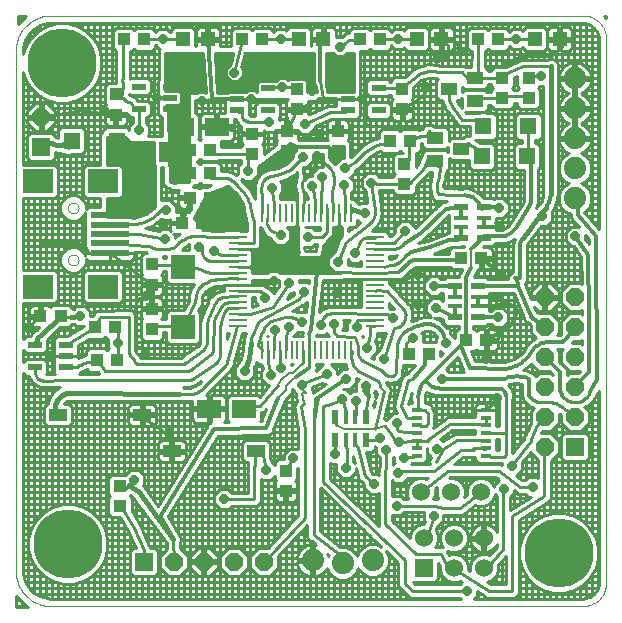
<source format=gtl>
G75*
G70*
%OFA0B0*%
%FSLAX24Y24*%
%IPPOS*%
%LPD*%
%AMOC8*
5,1,8,0,0,1.08239X$1,22.5*
%
%ADD10C,0.0000*%
%ADD11R,0.0433X0.0394*%
%ADD12R,0.0472X0.0472*%
%ADD13R,0.0394X0.0433*%
%ADD14R,0.0402X0.0701*%
%ADD15R,0.0790X0.0591*%
%ADD16R,0.0797X0.0591*%
%ADD17R,0.0354X0.0138*%
%ADD18R,0.0472X0.0217*%
%ADD19R,0.0984X0.0787*%
%ADD20R,0.1299X0.0197*%
%ADD21R,0.0591X0.0110*%
%ADD22R,0.0110X0.0591*%
%ADD23R,0.0800X0.0800*%
%ADD24R,0.0551X0.0394*%
%ADD25R,0.0551X0.0551*%
%ADD26R,0.0600X0.0600*%
%ADD27OC8,0.0600*%
%ADD28R,0.0173X0.0453*%
%ADD29R,0.0248X0.0453*%
%ADD30R,0.0453X0.0173*%
%ADD31R,0.0453X0.0248*%
%ADD32C,0.0600*%
%ADD33C,0.0740*%
%ADD34R,0.0600X0.0400*%
%ADD35C,0.2300*%
%ADD36C,0.0100*%
%ADD37C,0.0120*%
%ADD38OC8,0.0320*%
%ADD39C,0.0320*%
%ADD40C,0.0140*%
%ADD41C,0.0160*%
%ADD42C,0.0080*%
D10*
X002641Y001725D02*
X002641Y019048D01*
X002643Y019114D01*
X002648Y019180D01*
X002658Y019246D01*
X002671Y019311D01*
X002687Y019375D01*
X002707Y019438D01*
X002731Y019500D01*
X002758Y019560D01*
X002788Y019619D01*
X002822Y019676D01*
X002859Y019731D01*
X002899Y019784D01*
X002941Y019835D01*
X002987Y019883D01*
X003035Y019929D01*
X003086Y019971D01*
X003139Y020011D01*
X003194Y020048D01*
X003251Y020082D01*
X003310Y020112D01*
X003370Y020139D01*
X003432Y020163D01*
X003495Y020183D01*
X003559Y020199D01*
X003624Y020212D01*
X003690Y020222D01*
X003756Y020227D01*
X003822Y020229D01*
X021538Y020229D01*
X021592Y020227D01*
X021645Y020222D01*
X021698Y020213D01*
X021750Y020200D01*
X021802Y020184D01*
X021852Y020164D01*
X021900Y020141D01*
X021947Y020114D01*
X021992Y020085D01*
X022035Y020052D01*
X022075Y020017D01*
X022113Y019979D01*
X022148Y019939D01*
X022181Y019896D01*
X022210Y019851D01*
X022237Y019804D01*
X022260Y019756D01*
X022280Y019706D01*
X022296Y019654D01*
X022309Y019602D01*
X022318Y019549D01*
X022323Y019496D01*
X022325Y019442D01*
X022326Y019442D02*
X022326Y001332D01*
X022325Y001332D02*
X022323Y001278D01*
X022318Y001225D01*
X022309Y001172D01*
X022296Y001120D01*
X022280Y001068D01*
X022260Y001018D01*
X022237Y000970D01*
X022210Y000923D01*
X022181Y000878D01*
X022148Y000835D01*
X022113Y000795D01*
X022075Y000757D01*
X022035Y000722D01*
X021992Y000689D01*
X021947Y000660D01*
X021900Y000633D01*
X021852Y000610D01*
X021802Y000590D01*
X021750Y000574D01*
X021698Y000561D01*
X021645Y000552D01*
X021592Y000547D01*
X021538Y000545D01*
X021538Y000544D02*
X003822Y000544D01*
X003756Y000546D01*
X003690Y000551D01*
X003624Y000561D01*
X003559Y000574D01*
X003495Y000590D01*
X003432Y000610D01*
X003370Y000634D01*
X003310Y000661D01*
X003251Y000691D01*
X003194Y000725D01*
X003139Y000762D01*
X003086Y000802D01*
X003035Y000844D01*
X002987Y000890D01*
X002941Y000938D01*
X002899Y000989D01*
X002859Y001042D01*
X002822Y001097D01*
X002788Y001154D01*
X002758Y001213D01*
X002731Y001273D01*
X002707Y001335D01*
X002687Y001398D01*
X002671Y001462D01*
X002658Y001527D01*
X002648Y001593D01*
X002643Y001659D01*
X002641Y001725D01*
X004381Y012080D02*
X004383Y012106D01*
X004389Y012132D01*
X004399Y012157D01*
X004412Y012180D01*
X004428Y012200D01*
X004448Y012218D01*
X004470Y012233D01*
X004493Y012245D01*
X004519Y012253D01*
X004545Y012257D01*
X004571Y012257D01*
X004597Y012253D01*
X004623Y012245D01*
X004647Y012233D01*
X004668Y012218D01*
X004688Y012200D01*
X004704Y012180D01*
X004717Y012157D01*
X004727Y012132D01*
X004733Y012106D01*
X004735Y012080D01*
X004733Y012054D01*
X004727Y012028D01*
X004717Y012003D01*
X004704Y011980D01*
X004688Y011960D01*
X004668Y011942D01*
X004646Y011927D01*
X004623Y011915D01*
X004597Y011907D01*
X004571Y011903D01*
X004545Y011903D01*
X004519Y011907D01*
X004493Y011915D01*
X004469Y011927D01*
X004448Y011942D01*
X004428Y011960D01*
X004412Y011980D01*
X004399Y012003D01*
X004389Y012028D01*
X004383Y012054D01*
X004381Y012080D01*
X004381Y013812D02*
X004383Y013838D01*
X004389Y013864D01*
X004399Y013889D01*
X004412Y013912D01*
X004428Y013932D01*
X004448Y013950D01*
X004470Y013965D01*
X004493Y013977D01*
X004519Y013985D01*
X004545Y013989D01*
X004571Y013989D01*
X004597Y013985D01*
X004623Y013977D01*
X004647Y013965D01*
X004668Y013950D01*
X004688Y013932D01*
X004704Y013912D01*
X004717Y013889D01*
X004727Y013864D01*
X004733Y013838D01*
X004735Y013812D01*
X004733Y013786D01*
X004727Y013760D01*
X004717Y013735D01*
X004704Y013712D01*
X004688Y013692D01*
X004668Y013674D01*
X004646Y013659D01*
X004623Y013647D01*
X004597Y013639D01*
X004571Y013635D01*
X004545Y013635D01*
X004519Y013639D01*
X004493Y013647D01*
X004469Y013659D01*
X004448Y013674D01*
X004428Y013692D01*
X004412Y013712D01*
X004399Y013735D01*
X004389Y013760D01*
X004383Y013786D01*
X004381Y013812D01*
D11*
X008187Y013315D03*
X008857Y013315D03*
X009113Y014158D03*
X008444Y014158D03*
X010528Y015611D03*
X010528Y016280D03*
X015601Y015277D03*
X015601Y014608D03*
X017487Y012133D03*
X018157Y012133D03*
X018325Y009405D03*
X017656Y009405D03*
X006119Y004551D03*
X006119Y003882D03*
X004136Y010201D03*
X003467Y010201D03*
X018865Y017489D03*
X019747Y017494D03*
X019747Y018163D03*
X018865Y018159D03*
D12*
X019944Y019442D03*
X020771Y019442D03*
X016834Y019442D03*
X016007Y019442D03*
X012897Y019442D03*
X012070Y019442D03*
X009048Y019442D03*
X008221Y019442D03*
D13*
X006912Y019442D03*
X006243Y019442D03*
X005974Y017597D03*
X005974Y016927D03*
X008444Y015763D03*
X009113Y015763D03*
X009113Y014971D03*
X008444Y014971D03*
X011678Y015711D03*
X011678Y016380D03*
X012028Y017111D03*
X012028Y017780D03*
X013378Y016380D03*
X013378Y015711D03*
X015122Y016047D03*
X015791Y016047D03*
X015528Y017111D03*
X015528Y017780D03*
X014786Y019442D03*
X014117Y019442D03*
X010849Y019442D03*
X010180Y019442D03*
X018054Y019442D03*
X018723Y019442D03*
X007178Y011930D03*
X007178Y011261D03*
X007178Y010450D03*
X007178Y009781D03*
X005963Y009833D03*
X005294Y009833D03*
X005344Y008746D03*
X006013Y008746D03*
X011640Y005062D03*
X011640Y004393D03*
X015740Y008952D03*
X016410Y008952D03*
D14*
X007629Y015696D03*
X006928Y015696D03*
D15*
X008187Y016516D03*
X010256Y007115D03*
D16*
X009093Y007115D03*
X009350Y016516D03*
D17*
X016008Y007077D03*
X016008Y006821D03*
X016008Y006565D03*
X016008Y006309D03*
X016008Y006053D03*
X016008Y005797D03*
X016008Y005541D03*
X018311Y005541D03*
X018311Y005797D03*
X018311Y006053D03*
X018311Y006309D03*
X018311Y006565D03*
X018311Y006821D03*
X018311Y007077D03*
D18*
X004318Y008505D03*
X004318Y008879D03*
X004318Y009253D03*
X003294Y009253D03*
X003294Y008505D03*
X006757Y017112D03*
X006757Y017860D03*
X007780Y017860D03*
X007780Y017486D03*
X007780Y017112D03*
X010017Y017072D03*
X010017Y017446D03*
X010017Y017820D03*
X011040Y017820D03*
X011040Y017072D03*
X013717Y017072D03*
X013717Y017446D03*
X013717Y017820D03*
X014740Y017820D03*
X014740Y017072D03*
D19*
X005542Y014698D03*
X003376Y014698D03*
X003376Y011194D03*
X005542Y011194D03*
D20*
X005778Y012316D03*
X005778Y012631D03*
X005778Y012946D03*
X005778Y013261D03*
X005778Y013576D03*
D21*
X010045Y012835D03*
X010045Y012638D03*
X010045Y012441D03*
X010045Y012244D03*
X010045Y012047D03*
X010045Y011851D03*
X010045Y011654D03*
X010045Y011457D03*
X010045Y011260D03*
X010045Y011063D03*
X010045Y010866D03*
X010045Y010669D03*
X010045Y010473D03*
X010045Y010276D03*
X010045Y010079D03*
X010045Y009882D03*
X014612Y009882D03*
X014612Y010079D03*
X014612Y010276D03*
X014612Y010473D03*
X014612Y010669D03*
X014612Y010866D03*
X014612Y011063D03*
X014612Y011260D03*
X014612Y011457D03*
X014612Y011654D03*
X014612Y011851D03*
X014612Y012047D03*
X014612Y012244D03*
X014612Y012441D03*
X014612Y012638D03*
X014612Y012835D03*
D22*
X013805Y013642D03*
X013608Y013642D03*
X013411Y013642D03*
X013214Y013642D03*
X013017Y013642D03*
X012821Y013642D03*
X012624Y013642D03*
X012427Y013642D03*
X012230Y013642D03*
X012033Y013642D03*
X011836Y013642D03*
X011639Y013642D03*
X011443Y013642D03*
X011246Y013642D03*
X011049Y013642D03*
X010852Y013642D03*
X010852Y009075D03*
X011049Y009075D03*
X011246Y009075D03*
X011443Y009075D03*
X011639Y009075D03*
X011836Y009075D03*
X012033Y009075D03*
X012230Y009075D03*
X012427Y009075D03*
X012624Y009075D03*
X012821Y009075D03*
X013017Y009075D03*
X013214Y009075D03*
X013411Y009075D03*
X013608Y009075D03*
X013805Y009075D03*
D23*
X008216Y009858D03*
X008216Y011858D03*
D24*
X016625Y015392D03*
X017491Y015766D03*
X016625Y016140D03*
X017951Y017392D03*
X017085Y017766D03*
X017951Y018140D03*
D25*
X018227Y016536D03*
X019724Y016536D03*
X019683Y015530D03*
X018187Y015530D03*
X006006Y016056D03*
X004510Y016056D03*
D26*
X003493Y015841D03*
X021278Y005840D03*
X016245Y001808D03*
X006914Y002022D03*
D27*
X007914Y002022D03*
X008914Y002022D03*
X009914Y002022D03*
X010914Y002022D03*
X020278Y005840D03*
X020278Y006840D03*
X021278Y006840D03*
X021278Y007840D03*
X020278Y007840D03*
X020278Y008840D03*
X021278Y008840D03*
X021278Y009840D03*
X020278Y009840D03*
X020278Y010840D03*
X021278Y010840D03*
X003493Y016841D03*
D28*
X013641Y006859D03*
X013956Y006859D03*
X013956Y006091D03*
X013641Y006091D03*
D29*
X013289Y006091D03*
X014309Y006091D03*
X014309Y006859D03*
X013289Y006859D03*
D30*
X017270Y010539D03*
X018037Y010539D03*
X018037Y010854D03*
X017270Y010854D03*
X017471Y013180D03*
X017471Y013495D03*
X018239Y013495D03*
X018239Y013180D03*
D31*
X018239Y012828D03*
X017471Y012828D03*
X017471Y013848D03*
X018239Y013848D03*
X018037Y011206D03*
X017270Y011206D03*
X017270Y010186D03*
X018037Y010186D03*
D32*
X018141Y004344D03*
X017141Y004344D03*
X016141Y004344D03*
X016245Y002808D03*
X017245Y002808D03*
X018245Y002808D03*
X018245Y001808D03*
X017245Y001808D03*
D33*
X014541Y002064D03*
X013541Y001964D03*
X012541Y002064D03*
X021281Y014134D03*
X021281Y015134D03*
X021281Y016134D03*
X021281Y017134D03*
X021281Y018134D03*
D34*
X006861Y006917D03*
X007851Y005704D03*
X010651Y005704D03*
X004061Y006917D03*
D35*
X004381Y002614D03*
X020741Y002314D03*
X004181Y018644D03*
D36*
X003037Y000526D02*
X002662Y000525D01*
X002663Y000870D01*
X002677Y000847D01*
X002677Y000847D01*
X002943Y000580D01*
X003037Y000526D01*
X003005Y000544D02*
X002662Y000544D01*
X002841Y000525D02*
X002841Y000683D01*
X002779Y000744D02*
X002663Y000744D01*
X002943Y000580D02*
X002943Y000580D01*
X003255Y000987D02*
X003465Y000865D01*
X003700Y000802D01*
X003822Y000794D01*
X003871Y000794D01*
X017474Y000794D01*
X017444Y000824D01*
X015779Y000824D01*
X015651Y000953D01*
X015401Y001203D01*
X015401Y001385D01*
X015401Y001981D01*
X015000Y002367D01*
X015081Y002172D01*
X015081Y001957D01*
X014998Y001758D01*
X014846Y001606D01*
X014648Y001524D01*
X014433Y001524D01*
X014235Y001606D01*
X014083Y001758D01*
X014061Y001810D01*
X013998Y001658D01*
X013846Y001506D01*
X013648Y001424D01*
X013433Y001424D01*
X013235Y001506D01*
X013083Y001658D01*
X013019Y001813D01*
X013002Y001781D01*
X012952Y001712D01*
X012892Y001652D01*
X012824Y001602D01*
X012748Y001564D01*
X012667Y001538D01*
X012591Y001525D01*
X012591Y002014D01*
X012491Y002014D01*
X012491Y001525D01*
X012414Y001538D01*
X012333Y001564D01*
X012258Y001602D01*
X012189Y001652D01*
X012129Y001712D01*
X012079Y001781D01*
X012040Y001857D01*
X012014Y001938D01*
X012002Y002014D01*
X012490Y002014D01*
X012490Y002114D01*
X012002Y002114D01*
X012014Y002191D01*
X012040Y002272D01*
X012079Y002347D01*
X012129Y002416D01*
X012189Y002476D01*
X012258Y002526D01*
X012333Y002565D01*
X012414Y002591D01*
X012491Y002603D01*
X012491Y002114D01*
X012591Y002114D01*
X012591Y002603D01*
X012642Y002595D01*
X012504Y002704D01*
X012489Y002704D01*
X012434Y002760D01*
X012373Y002808D01*
X012371Y002823D01*
X012361Y002833D01*
X012361Y002911D01*
X012352Y002989D01*
X012361Y003001D01*
X012361Y003247D01*
X011384Y002199D01*
X011384Y001828D01*
X011109Y001552D01*
X010720Y001552D01*
X010444Y001828D01*
X010444Y002217D01*
X010720Y002492D01*
X011056Y002492D01*
X012061Y003571D01*
X012061Y005158D01*
X012037Y005134D01*
X012007Y005134D01*
X012007Y004775D01*
X011960Y004727D01*
X011973Y004714D01*
X011996Y004675D01*
X012007Y004632D01*
X012007Y004441D01*
X011689Y004441D01*
X011689Y004344D01*
X012007Y004344D01*
X012007Y004154D01*
X011996Y004111D01*
X011973Y004072D01*
X011942Y004040D01*
X011903Y004018D01*
X011860Y004006D01*
X011689Y004006D01*
X011689Y004344D01*
X011592Y004344D01*
X011592Y004006D01*
X011421Y004006D01*
X011378Y004018D01*
X011339Y004040D01*
X011308Y004072D01*
X011285Y004111D01*
X011274Y004154D01*
X011274Y004344D01*
X011592Y004344D01*
X011592Y004441D01*
X011274Y004441D01*
X011274Y004632D01*
X011285Y004675D01*
X011308Y004714D01*
X011321Y004727D01*
X011274Y004775D01*
X011274Y004891D01*
X011127Y004744D01*
X011304Y004744D01*
X011241Y004858D02*
X011241Y002691D01*
X011291Y002744D02*
X008141Y002744D01*
X008145Y002762D02*
X008143Y002774D01*
X008145Y002785D01*
X008136Y002822D01*
X008130Y002861D01*
X008124Y002871D01*
X008122Y002882D01*
X008099Y002913D01*
X007717Y003547D01*
X009371Y006217D01*
X010949Y006253D01*
X010994Y006235D01*
X011040Y006255D01*
X011091Y006256D01*
X011124Y006291D01*
X011169Y006310D01*
X011188Y006358D01*
X011223Y006394D01*
X011222Y006442D01*
X011605Y007402D01*
X011738Y007534D01*
X011861Y007657D01*
X011861Y007777D01*
X011861Y007777D01*
X011861Y007768D01*
X011961Y007667D01*
X011971Y007622D01*
X011971Y007557D01*
X011988Y007540D01*
X012024Y007371D01*
X011969Y007288D01*
X011918Y007215D01*
X011919Y007213D01*
X011917Y007210D01*
X011935Y007123D01*
X012061Y006415D01*
X012061Y005771D01*
X012037Y005794D01*
X011764Y005794D01*
X011571Y005601D01*
X011571Y005448D01*
X011373Y005448D01*
X011274Y005349D01*
X011274Y005258D01*
X011149Y005382D01*
X011121Y005515D01*
X011121Y005975D01*
X011021Y006074D01*
X010280Y006074D01*
X010181Y005975D01*
X010181Y005434D01*
X010280Y005334D01*
X010397Y005334D01*
X010379Y005133D01*
X010371Y005125D01*
X010371Y005044D01*
X010363Y004963D01*
X010371Y004954D01*
X010371Y004324D01*
X009837Y004324D01*
X009727Y004434D01*
X009454Y004434D01*
X009261Y004241D01*
X009261Y003968D01*
X009454Y003774D01*
X009727Y003774D01*
X009837Y003884D01*
X010499Y003884D01*
X010682Y003884D01*
X010811Y004013D01*
X010811Y004788D01*
X010854Y004744D01*
X010811Y004744D01*
X010841Y004758D02*
X010841Y002492D01*
X011041Y002492D02*
X011041Y004744D01*
X011127Y004744D02*
X010854Y004744D01*
X010811Y004544D02*
X011274Y004544D01*
X011441Y004441D02*
X011441Y004344D01*
X011592Y004344D02*
X010811Y004344D01*
X010811Y004144D02*
X011276Y004144D01*
X011441Y004006D02*
X011441Y002905D01*
X011477Y002944D02*
X008080Y002944D01*
X008041Y003010D02*
X008041Y004069D01*
X008087Y004144D02*
X009261Y004144D01*
X009284Y003944D02*
X007963Y003944D01*
X007841Y003746D02*
X007841Y003341D01*
X007839Y003344D02*
X011850Y003344D01*
X011841Y003335D02*
X011841Y004006D01*
X011689Y004144D02*
X011592Y004144D01*
X011641Y004344D02*
X011641Y003120D01*
X011663Y003144D02*
X007959Y003144D01*
X007891Y002774D02*
X007891Y002404D01*
X007911Y002384D01*
X007911Y002024D01*
X007914Y002022D01*
X008241Y001684D02*
X008241Y000794D01*
X008441Y000794D02*
X008441Y004715D01*
X008458Y004744D02*
X010371Y004744D01*
X010371Y004544D02*
X008335Y004544D01*
X008241Y004392D02*
X008241Y002360D01*
X008257Y002344D02*
X008572Y002344D01*
X008641Y002413D02*
X008641Y005038D01*
X008582Y004944D02*
X010371Y004944D01*
X010380Y005144D02*
X008706Y005144D01*
X008830Y005344D02*
X010270Y005344D01*
X010241Y005374D02*
X010241Y004324D01*
X010371Y004344D02*
X009817Y004344D01*
X009841Y004324D02*
X009841Y006228D01*
X010041Y006232D02*
X010041Y004324D01*
X009641Y004434D02*
X009641Y006223D01*
X009441Y006219D02*
X009441Y004421D01*
X009364Y004344D02*
X008211Y004344D01*
X007794Y004544D02*
X006893Y004544D01*
X006876Y004554D02*
X006871Y004558D01*
X006931Y004618D01*
X006931Y004891D01*
X006737Y005084D01*
X006464Y005084D01*
X006297Y004918D01*
X005832Y004918D01*
X005732Y004818D01*
X005732Y004284D01*
X005800Y004216D01*
X005732Y004149D01*
X005732Y003614D01*
X005832Y003515D01*
X006109Y003515D01*
X006395Y003042D01*
X006640Y002492D01*
X006544Y002492D01*
X006444Y002393D01*
X006444Y001652D01*
X006544Y001552D01*
X007285Y001552D01*
X007384Y001652D01*
X007384Y002393D01*
X007285Y002492D01*
X007131Y002492D01*
X007131Y002515D01*
X007095Y002551D01*
X006822Y003165D01*
X006826Y003180D01*
X006786Y003246D01*
X006755Y003317D01*
X006740Y003323D01*
X006505Y003709D01*
X006505Y004149D01*
X006438Y004216D01*
X006458Y004236D01*
X006564Y004163D01*
X007671Y002651D01*
X007671Y002495D01*
X007671Y002443D01*
X007444Y002217D01*
X007444Y001828D01*
X007720Y001552D01*
X008109Y001552D01*
X008384Y001828D01*
X008384Y002217D01*
X008131Y002470D01*
X008131Y002475D01*
X008111Y002495D01*
X008111Y002651D01*
X008121Y002666D01*
X008124Y002677D01*
X008130Y002687D01*
X008136Y002725D01*
X008145Y002762D01*
X008111Y002544D02*
X011104Y002544D01*
X011519Y002344D02*
X012077Y002344D01*
X012041Y002272D02*
X012041Y002904D01*
X012078Y002944D02*
X012357Y002944D01*
X012361Y003144D02*
X012265Y003144D01*
X012241Y003119D02*
X012241Y002514D01*
X012293Y002544D02*
X011706Y002544D01*
X011641Y002474D02*
X011641Y000794D01*
X011841Y000794D02*
X011841Y002689D01*
X011892Y002744D02*
X012449Y002744D01*
X012441Y002753D02*
X012441Y002595D01*
X012491Y002544D02*
X012591Y002544D01*
X012641Y002595D02*
X012641Y002596D01*
X012591Y002344D02*
X012491Y002344D01*
X012491Y002144D02*
X012591Y002144D01*
X012441Y002114D02*
X012441Y002014D01*
X012491Y001944D02*
X012591Y001944D01*
X012591Y001744D02*
X012491Y001744D01*
X012491Y001544D02*
X012591Y001544D01*
X012641Y001533D02*
X012641Y000794D01*
X012841Y000794D02*
X012841Y001615D01*
X012688Y001544D02*
X013197Y001544D01*
X013241Y001504D02*
X013241Y000794D01*
X013441Y000794D02*
X013441Y001424D01*
X013641Y001424D02*
X013641Y000794D01*
X013841Y000794D02*
X013841Y001504D01*
X013884Y001544D02*
X014385Y001544D01*
X014441Y001524D02*
X014441Y000794D01*
X014641Y000794D02*
X014641Y001524D01*
X014696Y001544D02*
X015401Y001544D01*
X015401Y001344D02*
X004741Y001344D01*
X004841Y001371D02*
X004841Y000794D01*
X005041Y000794D02*
X005041Y001471D01*
X005167Y001544D02*
X012394Y001544D01*
X012441Y001533D02*
X012441Y000794D01*
X012241Y000794D02*
X012241Y001615D01*
X012106Y001744D02*
X011301Y001744D01*
X011241Y001684D02*
X011241Y000794D01*
X011441Y000794D02*
X011441Y002260D01*
X011384Y002144D02*
X012007Y002144D01*
X012041Y002114D02*
X012041Y002014D01*
X012013Y001944D02*
X011384Y001944D01*
X010921Y002024D02*
X010914Y002022D01*
X010921Y002024D02*
X012281Y003484D01*
X012281Y006434D01*
X012151Y007164D01*
X012251Y007314D01*
X012006Y007344D02*
X011582Y007344D01*
X011641Y007437D02*
X011641Y005671D01*
X011714Y005744D02*
X011121Y005744D01*
X011121Y005544D02*
X011571Y005544D01*
X011441Y005448D02*
X011441Y006990D01*
X011422Y006944D02*
X011966Y006944D01*
X012002Y006744D02*
X011342Y006744D01*
X011262Y006544D02*
X012038Y006544D01*
X012041Y006527D02*
X012041Y005791D01*
X012061Y005944D02*
X011121Y005944D01*
X011041Y006055D02*
X011041Y006255D01*
X011182Y006344D02*
X012061Y006344D01*
X012061Y006144D02*
X009325Y006144D01*
X009241Y006007D02*
X009241Y002360D01*
X009257Y002344D02*
X009572Y002344D01*
X009641Y002413D02*
X009641Y003774D01*
X009441Y003788D02*
X009441Y000794D01*
X009641Y000794D02*
X009641Y001631D01*
X009720Y001552D02*
X010109Y001552D01*
X010384Y001828D01*
X010384Y002217D01*
X010109Y002492D01*
X009720Y002492D01*
X009444Y002217D01*
X009444Y001828D01*
X009720Y001552D01*
X009841Y001552D02*
X009841Y000794D01*
X010041Y000794D02*
X010041Y001552D01*
X010241Y001684D02*
X010241Y000794D01*
X010441Y000794D02*
X010441Y003884D01*
X010641Y003884D02*
X010641Y002413D01*
X010572Y002344D02*
X010257Y002344D01*
X010241Y002360D02*
X010241Y003884D01*
X010041Y003884D02*
X010041Y002492D01*
X009841Y002492D02*
X009841Y003884D01*
X009591Y004104D02*
X010591Y004104D01*
X010591Y005034D01*
X010651Y005704D01*
X010881Y005584D01*
X010991Y005074D01*
X011241Y005291D02*
X011241Y006490D01*
X010834Y006711D02*
X010990Y007103D01*
X010962Y007075D01*
X010909Y007012D01*
X010899Y007011D01*
X010892Y007004D01*
X010824Y007004D01*
X010821Y006975D01*
X010821Y006750D01*
X010780Y006709D01*
X010834Y006711D01*
X010841Y006729D02*
X010841Y007004D01*
X010821Y006944D02*
X010927Y006944D01*
X010847Y006744D02*
X010815Y006744D01*
X010611Y007074D02*
X010256Y007115D01*
X010311Y007224D02*
X010611Y007074D01*
X010801Y007224D02*
X010311Y007224D01*
X010241Y007581D02*
X010241Y008034D01*
X010134Y008034D02*
X010407Y008034D01*
X010601Y008228D01*
X010601Y008501D01*
X010581Y008520D01*
X010638Y008629D01*
X010638Y008629D01*
X010646Y008690D01*
X010726Y008610D01*
X010831Y008610D01*
X010831Y008583D01*
X010858Y008555D01*
X010885Y008474D01*
X010889Y008449D01*
X010811Y008371D01*
X010811Y008098D01*
X011004Y007904D01*
X011093Y007904D01*
X010772Y007529D01*
X010721Y007581D01*
X009790Y007581D01*
X009691Y007481D01*
X009691Y006750D01*
X009754Y006686D01*
X009593Y006682D01*
X009596Y006684D01*
X009627Y006716D01*
X009650Y006754D01*
X009661Y006798D01*
X009661Y007065D01*
X009143Y007065D01*
X009143Y006672D01*
X009140Y006672D01*
X009121Y006652D01*
X009095Y006646D01*
X009058Y006586D01*
X009009Y006534D01*
X009009Y006507D01*
X007386Y003886D01*
X006946Y004486D01*
X006924Y004521D01*
X006918Y004526D01*
X006913Y004532D01*
X006876Y004554D01*
X006931Y004744D02*
X007917Y004744D01*
X007841Y004620D02*
X007841Y005654D01*
X007801Y005654D02*
X007901Y005654D01*
X007901Y005754D01*
X008321Y005754D01*
X008321Y005927D01*
X008309Y005970D01*
X008287Y006009D01*
X008255Y006040D01*
X008216Y006063D01*
X008173Y006074D01*
X007901Y006074D01*
X007901Y005754D01*
X007801Y005754D01*
X007801Y006074D01*
X007528Y006074D01*
X007485Y006063D01*
X007446Y006040D01*
X007415Y006009D01*
X007392Y005970D01*
X007381Y005927D01*
X007381Y005754D01*
X007800Y005754D01*
X007800Y005654D01*
X007381Y005654D01*
X007381Y005482D01*
X007392Y005439D01*
X007415Y005400D01*
X007446Y005368D01*
X007485Y005346D01*
X007528Y005334D01*
X007801Y005334D01*
X007801Y005654D01*
X007800Y005744D02*
X002891Y005744D01*
X002891Y005544D02*
X007381Y005544D01*
X007441Y005654D02*
X007441Y005754D01*
X007385Y005944D02*
X002891Y005944D01*
X002891Y006144D02*
X008784Y006144D01*
X008841Y006235D02*
X008841Y006650D01*
X008672Y006650D02*
X009043Y006650D01*
X009043Y007065D01*
X009143Y007065D01*
X009143Y007165D01*
X009661Y007165D01*
X009661Y007433D01*
X009650Y007476D01*
X009627Y007515D01*
X009596Y007547D01*
X009557Y007569D01*
X009514Y007581D01*
X009143Y007581D01*
X009143Y007165D01*
X009043Y007165D01*
X009043Y007065D01*
X008524Y007065D01*
X008524Y006798D01*
X008536Y006754D01*
X008558Y006716D01*
X008590Y006684D01*
X008629Y006662D01*
X008672Y006650D01*
X008641Y006658D02*
X008641Y005912D01*
X008661Y005944D02*
X008316Y005944D01*
X008241Y006049D02*
X008241Y007388D01*
X008206Y007390D02*
X008296Y007385D01*
X008303Y007378D01*
X008386Y007379D01*
X008469Y007374D01*
X008476Y007381D01*
X008524Y007382D01*
X008524Y007165D01*
X009043Y007165D01*
X009043Y007581D01*
X008985Y007581D01*
X009000Y007590D01*
X009028Y007618D01*
X009108Y007703D01*
X009153Y007750D01*
X009153Y007750D01*
X009872Y008506D01*
X009872Y008506D01*
X009877Y008512D01*
X009877Y008512D01*
X009880Y008520D01*
X009911Y008632D01*
X009929Y008695D01*
X010201Y009657D01*
X010334Y009657D01*
X010308Y009597D01*
X010277Y009570D01*
X010274Y009517D01*
X010253Y009468D01*
X010264Y009439D01*
X010240Y009398D01*
X010170Y008895D01*
X010163Y008845D01*
X010149Y008784D01*
X010092Y008673D01*
X010050Y008626D01*
X010014Y008592D01*
X009999Y008559D01*
X009941Y008501D01*
X009941Y008228D01*
X010134Y008034D01*
X010041Y008128D02*
X010041Y007581D01*
X009841Y007581D02*
X009841Y008473D01*
X009877Y008512D02*
X009877Y008512D01*
X009880Y008520D02*
X009880Y008520D01*
X009887Y008544D02*
X009984Y008544D01*
X010041Y008618D02*
X010041Y009090D01*
X010056Y009144D02*
X010205Y009144D01*
X010177Y008944D02*
X009999Y008944D01*
X010170Y008895D02*
X010170Y008895D01*
X010129Y008744D02*
X009943Y008744D01*
X009929Y008695D02*
X009929Y008695D01*
X009693Y008667D02*
X010031Y009864D01*
X010045Y009882D01*
X009522Y010133D02*
X009503Y010087D01*
X009488Y010040D01*
X009476Y009991D01*
X009468Y009942D01*
X009463Y009893D01*
X009461Y009843D01*
X009461Y008962D01*
X009692Y008667D02*
X009685Y008646D01*
X009675Y008627D01*
X009663Y008609D01*
X009649Y008592D01*
X009650Y008592D02*
X008931Y007836D01*
X008772Y007988D02*
X008719Y007939D01*
X008596Y007865D01*
X008459Y007825D01*
X008392Y007820D01*
X008241Y007829D01*
X008204Y007844D01*
X008221Y007844D01*
X008241Y007844D01*
X008241Y007829D01*
X008241Y007844D02*
X008403Y007844D01*
X008403Y007844D01*
X008418Y007844D01*
X008620Y007906D01*
X008632Y007915D01*
X008650Y007927D01*
X008707Y007966D01*
X008776Y008013D01*
X008831Y008050D01*
X008803Y008021D01*
X008772Y007988D01*
X008724Y007944D02*
X008675Y007944D01*
X008641Y007921D02*
X008641Y007892D01*
X008632Y007915D02*
X008632Y007915D01*
X008620Y007906D02*
X008620Y007906D01*
X008441Y007851D02*
X008441Y007824D01*
X008418Y007844D02*
X008418Y007844D01*
X008312Y008064D02*
X004191Y008064D01*
X003570Y008057D01*
X003578Y007837D02*
X003664Y007838D01*
X004132Y007844D01*
X003895Y007681D01*
X003895Y007681D01*
X003895Y007681D01*
X003738Y007437D01*
X003710Y007287D01*
X003691Y007287D01*
X003591Y007187D01*
X003591Y006647D01*
X003691Y006547D01*
X004431Y006547D01*
X004531Y006647D01*
X004531Y007187D01*
X004431Y007287D01*
X004241Y007287D01*
X004264Y007323D01*
X004336Y007372D01*
X004361Y007380D01*
X008149Y007367D01*
X008206Y007390D01*
X008041Y007367D02*
X008041Y006074D01*
X007901Y005944D02*
X007801Y005944D01*
X007841Y005754D02*
X007841Y007368D01*
X007641Y007369D02*
X007641Y006074D01*
X007441Y006035D02*
X007441Y007369D01*
X007241Y007370D02*
X007241Y007267D01*
X007227Y007275D02*
X007183Y007287D01*
X006911Y007287D01*
X006911Y006967D01*
X007331Y006967D01*
X007331Y007139D01*
X007319Y007183D01*
X007297Y007221D01*
X007265Y007253D01*
X007227Y007275D01*
X007330Y007144D02*
X009043Y007144D01*
X009041Y007165D02*
X009041Y007065D01*
X009043Y006944D02*
X009143Y006944D01*
X009241Y007065D02*
X009241Y007165D01*
X009143Y007144D02*
X009691Y007144D01*
X009641Y007165D02*
X009641Y007065D01*
X009661Y006944D02*
X009691Y006944D01*
X009696Y006744D02*
X009644Y006744D01*
X009641Y006738D02*
X009641Y006683D01*
X009143Y006744D02*
X009043Y006744D01*
X009041Y006650D02*
X009041Y006568D01*
X009018Y006544D02*
X002891Y006544D01*
X002891Y006344D02*
X008908Y006344D01*
X009201Y005944D02*
X010181Y005944D01*
X010241Y006035D02*
X010241Y006237D01*
X010441Y006242D02*
X010441Y006074D01*
X010641Y006074D02*
X010641Y006246D01*
X010841Y006251D02*
X010841Y006074D01*
X010181Y005744D02*
X009078Y005744D01*
X009041Y005684D02*
X009041Y002492D01*
X009109Y002492D02*
X008964Y002492D01*
X008964Y002072D01*
X008864Y002072D01*
X008864Y001972D01*
X008444Y001972D01*
X008444Y001828D01*
X008720Y001552D01*
X008864Y001552D01*
X008864Y001972D01*
X008964Y001972D01*
X008964Y001552D01*
X009109Y001552D01*
X009384Y001828D01*
X009384Y001972D01*
X008964Y001972D01*
X008964Y002072D01*
X009384Y002072D01*
X009384Y002217D01*
X009109Y002492D01*
X008964Y002344D02*
X008864Y002344D01*
X008864Y002492D02*
X008720Y002492D01*
X008444Y002217D01*
X008444Y002072D01*
X008864Y002072D01*
X008864Y002492D01*
X008841Y002492D02*
X008841Y005361D01*
X008954Y005544D02*
X010181Y005544D01*
X011187Y005344D02*
X011274Y005344D01*
X011641Y005064D02*
X011640Y005062D01*
X011641Y005064D02*
X011901Y005464D01*
X012047Y005144D02*
X012061Y005144D01*
X012041Y005138D02*
X012041Y003549D01*
X012036Y003544D02*
X007718Y003544D01*
X007839Y003744D02*
X012061Y003744D01*
X012061Y003944D02*
X010742Y003944D01*
X011689Y004344D02*
X012061Y004344D01*
X012061Y004144D02*
X012005Y004144D01*
X011841Y004344D02*
X011841Y004441D01*
X012007Y004544D02*
X012061Y004544D01*
X012061Y004744D02*
X011976Y004744D01*
X012007Y004944D02*
X012061Y004944D01*
X012801Y004483D02*
X012809Y004474D01*
X012812Y004474D01*
X014833Y002528D01*
X014648Y002604D01*
X014433Y002604D01*
X014235Y002522D01*
X014083Y002370D01*
X014020Y002218D01*
X013998Y002270D01*
X013846Y002422D01*
X013648Y002504D01*
X013466Y002504D01*
X012801Y003031D01*
X012801Y004483D01*
X012841Y004447D02*
X012841Y002999D01*
X012910Y002944D02*
X014400Y002944D01*
X014441Y002905D02*
X014441Y002604D01*
X014288Y002544D02*
X013415Y002544D01*
X013441Y002524D02*
X013441Y003869D01*
X013362Y003944D02*
X012801Y003944D01*
X012801Y003744D02*
X013570Y003744D01*
X013641Y003676D02*
X013641Y002504D01*
X013841Y002424D02*
X013841Y003483D01*
X013777Y003544D02*
X012801Y003544D01*
X012801Y003344D02*
X013985Y003344D01*
X014041Y003291D02*
X014041Y002268D01*
X014072Y002344D02*
X013924Y002344D01*
X014241Y002524D02*
X014241Y003098D01*
X014193Y003144D02*
X012801Y003144D01*
X012581Y002924D02*
X013541Y002164D01*
X013541Y001964D01*
X014041Y001760D02*
X014041Y000794D01*
X014241Y000794D02*
X014241Y001604D01*
X014097Y001744D02*
X014034Y001744D01*
X014841Y001604D02*
X014841Y000794D01*
X015041Y000794D02*
X015041Y001860D01*
X015075Y001944D02*
X015401Y001944D01*
X015401Y001744D02*
X014984Y001744D01*
X015081Y002144D02*
X015231Y002144D01*
X015241Y002135D02*
X015241Y000794D01*
X015441Y000794D02*
X015441Y001163D01*
X015459Y001144D02*
X003097Y001144D01*
X003083Y001159D02*
X002961Y001369D01*
X002899Y001604D01*
X002891Y001725D01*
X002891Y008324D01*
X002988Y008227D01*
X003078Y008227D01*
X003079Y008189D01*
X003213Y007964D01*
X003441Y007836D01*
X003441Y007836D01*
X003481Y007836D01*
X003578Y007837D01*
X003641Y007838D02*
X003641Y007237D01*
X003591Y007144D02*
X002891Y007144D01*
X002891Y006944D02*
X003591Y006944D01*
X003591Y006744D02*
X002891Y006744D01*
X002891Y007344D02*
X003721Y007344D01*
X003738Y007437D02*
X003738Y007437D01*
X003807Y007544D02*
X002891Y007544D01*
X002891Y007744D02*
X003987Y007744D01*
X004041Y007781D02*
X004041Y007843D01*
X003841Y007840D02*
X003841Y007597D01*
X003664Y007838D02*
X003664Y007838D01*
X003481Y007836D02*
X003481Y007836D01*
X003441Y007836D02*
X003441Y003541D01*
X003444Y003544D02*
X002891Y003544D01*
X002891Y003344D02*
X003278Y003344D01*
X003241Y003280D02*
X003241Y007948D01*
X003248Y007944D02*
X002891Y007944D01*
X002891Y008144D02*
X003105Y008144D01*
X003079Y008189D02*
X003079Y008189D01*
X003041Y008227D02*
X003041Y001232D01*
X003083Y001159D02*
X003255Y000987D01*
X003241Y001001D02*
X003241Y001949D01*
X003243Y001944D02*
X002891Y001944D01*
X002891Y001744D02*
X003384Y001744D01*
X003441Y001687D02*
X003441Y000879D01*
X003328Y000944D02*
X015659Y000944D01*
X015641Y000963D02*
X015641Y000794D01*
X015841Y000794D02*
X015841Y000824D01*
X016041Y000824D02*
X016041Y000794D01*
X016241Y000794D02*
X016241Y000824D01*
X016441Y000824D02*
X016441Y000794D01*
X016641Y000794D02*
X016641Y000824D01*
X016841Y000824D02*
X016841Y000794D01*
X017041Y000794D02*
X017041Y000824D01*
X017241Y000824D02*
X017241Y000794D01*
X017441Y000794D02*
X017441Y000824D01*
X017691Y001044D02*
X015871Y001044D01*
X015621Y001294D01*
X015621Y002074D01*
X012901Y004694D01*
X012901Y007214D01*
X013161Y007274D01*
X013208Y007314D01*
X013311Y007354D01*
X013511Y007434D01*
X013541Y007384D02*
X013641Y006964D01*
X013641Y006864D01*
X013641Y006859D01*
X013956Y006859D02*
X013961Y006864D01*
X014001Y006904D01*
X014001Y007384D01*
X013996Y007714D02*
X013864Y007714D01*
X013781Y007631D01*
X013647Y007764D01*
X013547Y007764D01*
X013577Y007784D01*
X013797Y007784D01*
X013991Y007978D01*
X013991Y008150D01*
X014078Y008109D01*
X013991Y008021D01*
X013991Y007766D01*
X013983Y007747D01*
X013996Y007714D01*
X013984Y007744D02*
X013667Y007744D01*
X013641Y007764D02*
X013641Y007784D01*
X013841Y007828D02*
X013841Y007691D01*
X013957Y007944D02*
X013991Y007944D01*
X014041Y008071D02*
X014041Y008126D01*
X014002Y008144D02*
X013991Y008144D01*
X014051Y008364D02*
X013881Y008584D01*
X013821Y008834D01*
X013841Y009014D01*
X013805Y009075D01*
X014061Y008979D02*
X014061Y009220D01*
X013966Y009526D01*
X013341Y009544D01*
X013241Y009694D01*
X013241Y009934D01*
X013175Y010304D02*
X013138Y010302D01*
X013102Y010296D01*
X013067Y010287D01*
X013032Y010274D01*
X013000Y010257D01*
X012969Y010237D01*
X012941Y010214D01*
X012915Y010188D01*
X012892Y010159D01*
X012872Y010129D01*
X012855Y010096D01*
X012842Y010062D01*
X012833Y010026D01*
X012832Y010026D02*
X012811Y009924D01*
X012764Y010355D02*
X012874Y011426D01*
X013476Y011426D01*
X013564Y011424D01*
X013566Y011426D01*
X013570Y011426D01*
X013603Y011460D01*
X014147Y011446D01*
X014147Y011379D01*
X014147Y011134D01*
X014147Y010938D01*
X014147Y010741D01*
X014147Y010544D01*
X014147Y010507D01*
X013504Y010522D01*
X013502Y010524D01*
X013413Y010524D01*
X013325Y010526D01*
X013323Y010524D01*
X013084Y010524D01*
X013043Y010524D01*
X013043Y010524D01*
X012806Y010408D01*
X012764Y010355D01*
X012806Y010408D02*
X012806Y010408D01*
X012841Y010425D02*
X012841Y011098D01*
X012845Y011144D02*
X014147Y011144D01*
X014147Y010944D02*
X012825Y010944D01*
X012804Y010744D02*
X014147Y010744D01*
X014147Y010544D02*
X012784Y010544D01*
X013041Y010523D02*
X013041Y011426D01*
X012866Y011344D02*
X014147Y011344D01*
X014041Y011448D02*
X014041Y010509D01*
X013841Y010514D02*
X013841Y011454D01*
X013641Y011459D02*
X013641Y010519D01*
X013441Y010524D02*
X013441Y011426D01*
X013426Y011250D02*
X013341Y010994D01*
X013426Y011250D02*
X013433Y011280D01*
X013444Y011310D01*
X013459Y011337D01*
X013477Y011363D01*
X013498Y011386D01*
X013522Y011407D01*
X013548Y011424D01*
X013576Y011438D01*
X013606Y011448D01*
X013637Y011454D01*
X015632Y011454D01*
X014612Y011457D01*
X014612Y011654D02*
X015421Y011664D01*
X015441Y011434D02*
X015441Y010918D01*
X015416Y010944D02*
X016384Y010944D01*
X016441Y010888D02*
X016441Y010751D01*
X016434Y010744D02*
X015603Y010744D01*
X015641Y010704D02*
X015641Y011557D01*
X015627Y011544D02*
X017417Y011544D01*
X017413Y011535D02*
X017424Y011500D01*
X016973Y011500D01*
X016907Y011434D01*
X016827Y011434D01*
X016727Y011534D01*
X016454Y011534D01*
X016261Y011341D01*
X016261Y011068D01*
X016454Y010874D01*
X016727Y010874D01*
X016827Y010974D01*
X016873Y010974D01*
X016873Y010718D01*
X016777Y010814D01*
X016504Y010814D01*
X016311Y010621D01*
X016311Y010348D01*
X016484Y010174D01*
X016481Y010174D01*
X016384Y010174D01*
X016291Y010174D01*
X016246Y010174D01*
X016236Y010174D01*
X016033Y010118D01*
X015973Y010082D01*
X015871Y010056D01*
X015824Y010045D01*
X015858Y010144D01*
X015851Y010392D01*
X015851Y010392D01*
X015822Y010464D01*
X015824Y010508D01*
X015789Y010545D01*
X015770Y010592D01*
X015729Y010609D01*
X015169Y011209D01*
X015108Y011275D01*
X015107Y011275D01*
X015077Y011276D01*
X015077Y011379D01*
X015077Y011440D01*
X015315Y011443D01*
X015322Y011436D01*
X015512Y011433D01*
X015833Y011744D01*
X015836Y011744D01*
X017521Y011744D01*
X017532Y011767D02*
X017473Y011652D01*
X017431Y011611D01*
X017431Y011571D01*
X017413Y011535D01*
X017441Y011620D02*
X017441Y011767D01*
X017532Y011767D02*
X017201Y011767D01*
X017133Y011834D01*
X016319Y011834D01*
X016314Y011830D01*
X016225Y011834D01*
X016135Y011834D01*
X016130Y011839D01*
X015994Y011846D01*
X015969Y011845D01*
X015922Y011827D01*
X015903Y011812D01*
X015901Y011809D01*
X015836Y011744D01*
X015841Y011749D02*
X015841Y010418D01*
X015853Y010344D02*
X016314Y010344D01*
X016441Y010218D02*
X016441Y010174D01*
X016578Y010154D02*
X016777Y010154D01*
X016780Y010157D01*
X016873Y010111D01*
X016873Y009992D01*
X016973Y009892D01*
X017423Y009892D01*
X017422Y009771D01*
X017369Y009771D01*
X017269Y009672D01*
X017269Y009492D01*
X017133Y009628D01*
X017121Y009675D01*
X017121Y009739D01*
X017096Y009764D01*
X017087Y009797D01*
X017031Y009829D01*
X016831Y010029D01*
X016831Y010029D01*
X016796Y010064D01*
X016578Y010154D01*
X016602Y010144D02*
X016806Y010144D01*
X016841Y010127D02*
X016841Y010019D01*
X016796Y010064D02*
X016796Y010064D01*
X016641Y010128D02*
X016641Y010154D01*
X016916Y009944D02*
X016921Y009944D01*
X017041Y009892D02*
X017041Y009823D01*
X017116Y009744D02*
X017341Y009744D01*
X017241Y009892D02*
X017241Y009521D01*
X017217Y009544D02*
X017269Y009544D01*
X017882Y009771D02*
X017883Y009892D01*
X018334Y009892D01*
X018376Y009934D01*
X018474Y009934D01*
X018574Y009834D01*
X018847Y009834D01*
X019041Y010028D01*
X019041Y010301D01*
X018847Y010494D01*
X018574Y010494D01*
X018474Y010394D01*
X018424Y010394D01*
X018434Y010430D01*
X018434Y010539D01*
X018434Y010648D01*
X018422Y010691D01*
X018419Y010696D01*
X018422Y010701D01*
X018434Y010745D01*
X018434Y010853D01*
X018038Y010853D01*
X018038Y010795D01*
X018038Y010539D01*
X018434Y010539D01*
X018038Y010539D01*
X018038Y010539D01*
X018037Y010539D01*
X018037Y010795D01*
X018037Y010853D01*
X018038Y010853D01*
X018038Y010854D01*
X018434Y010854D01*
X018434Y010963D01*
X018429Y010980D01*
X019246Y010992D01*
X019588Y010135D01*
X019611Y010063D01*
X019619Y010057D01*
X019626Y010039D01*
X019668Y010021D01*
X019747Y009964D01*
X019751Y009964D01*
X019808Y009919D01*
X019808Y009646D01*
X019975Y009479D01*
X019743Y009304D01*
X019705Y009248D01*
X019690Y009243D01*
X019652Y009170D01*
X019606Y009103D01*
X019608Y009095D01*
X019589Y009063D01*
X019441Y008898D01*
X019258Y008774D01*
X019049Y008698D01*
X018948Y008682D01*
X017940Y008701D01*
X017811Y009038D01*
X017943Y009038D01*
X017990Y009086D01*
X018004Y009072D01*
X018043Y009049D01*
X018086Y009038D01*
X018276Y009038D01*
X018276Y009356D01*
X018373Y009356D01*
X018373Y009038D01*
X018564Y009038D01*
X018607Y009049D01*
X018646Y009072D01*
X018677Y009103D01*
X018700Y009142D01*
X018711Y009185D01*
X018711Y009356D01*
X018374Y009356D01*
X018374Y009453D01*
X018711Y009453D01*
X018711Y009624D01*
X018700Y009667D01*
X018677Y009706D01*
X018646Y009738D01*
X018607Y009760D01*
X018564Y009771D01*
X018373Y009771D01*
X018373Y009453D01*
X018276Y009453D01*
X018276Y009771D01*
X018086Y009771D01*
X018043Y009760D01*
X018004Y009738D01*
X017990Y009724D01*
X017943Y009771D01*
X017882Y009771D01*
X017970Y009744D02*
X018016Y009744D01*
X018041Y009759D02*
X018041Y009892D01*
X018241Y009892D02*
X018241Y009771D01*
X018276Y009744D02*
X018373Y009744D01*
X018441Y009771D02*
X018441Y009934D01*
X018641Y009834D02*
X018641Y009740D01*
X018634Y009744D02*
X019808Y009744D01*
X019841Y009613D02*
X019841Y009378D01*
X019796Y009344D02*
X018711Y009344D01*
X018641Y009356D02*
X018641Y009453D01*
X018711Y009544D02*
X019909Y009544D01*
X019743Y009304D02*
X019743Y009304D01*
X019743Y009304D01*
X019641Y009153D02*
X019641Y010033D01*
X019584Y010144D02*
X019041Y010144D01*
X018997Y010344D02*
X019505Y010344D01*
X019441Y010504D02*
X019441Y008897D01*
X019483Y008944D02*
X017847Y008944D01*
X017841Y008960D02*
X017841Y009038D01*
X018041Y009051D02*
X018041Y008699D01*
X017923Y008744D02*
X019176Y008744D01*
X019241Y008767D02*
X019241Y010992D01*
X019265Y010944D02*
X018434Y010944D01*
X018441Y010980D02*
X018441Y010394D01*
X018434Y010544D02*
X019425Y010544D01*
X019345Y010744D02*
X018434Y010744D01*
X018241Y010853D02*
X018241Y010854D01*
X018041Y010853D02*
X018041Y010854D01*
X018037Y010744D02*
X018038Y010744D01*
X018037Y010544D02*
X018038Y010544D01*
X018041Y010539D02*
X018041Y010539D01*
X018241Y010539D02*
X018241Y010539D01*
X018641Y010494D02*
X018641Y010983D01*
X018841Y010986D02*
X018841Y010494D01*
X019041Y010989D02*
X019041Y008697D01*
X018841Y008684D02*
X018841Y009834D01*
X018957Y009944D02*
X019776Y009944D01*
X019747Y009964D02*
X019747Y009964D01*
X020041Y010321D02*
X020041Y010413D01*
X020083Y010370D02*
X020228Y010370D01*
X020228Y010790D01*
X020328Y010790D01*
X020328Y010890D01*
X020748Y010890D01*
X020748Y011035D01*
X020472Y011310D01*
X020328Y011310D01*
X020328Y010890D01*
X020228Y010890D01*
X020228Y010790D01*
X019822Y010790D01*
X019630Y011270D01*
X019629Y011323D01*
X019627Y011325D01*
X019671Y011369D01*
X019671Y012404D01*
X019671Y012499D01*
X019675Y012549D01*
X019701Y012624D01*
X019725Y012638D01*
X020154Y013204D01*
X020337Y013204D01*
X020531Y013398D01*
X020531Y013671D01*
X020518Y013683D01*
X020534Y013704D01*
X020546Y013749D01*
X020590Y013804D01*
X020590Y013804D01*
X020701Y014122D01*
X020701Y014192D01*
X020721Y014241D01*
X020721Y018584D01*
X020683Y018676D01*
X020612Y018746D01*
X020520Y018784D01*
X020421Y018784D01*
X020348Y018754D01*
X019593Y018754D01*
X019548Y018772D01*
X019505Y018754D01*
X019459Y018754D01*
X019425Y018720D01*
X018971Y018525D01*
X018578Y018525D01*
X018479Y018426D01*
X018479Y018374D01*
X018397Y018374D01*
X018397Y018407D01*
X018297Y018507D01*
X018273Y018507D01*
X018278Y019055D01*
X018321Y019055D01*
X018389Y019123D01*
X018456Y019055D01*
X018991Y019055D01*
X019090Y019155D01*
X019090Y019218D01*
X019194Y019114D01*
X019467Y019114D01*
X019538Y019185D01*
X019538Y019135D01*
X019637Y019036D01*
X020250Y019036D01*
X020350Y019135D01*
X020350Y019749D01*
X020250Y019848D01*
X019637Y019848D01*
X019538Y019749D01*
X019538Y019704D01*
X019467Y019774D01*
X019194Y019774D01*
X019090Y019670D01*
X019090Y019729D01*
X018991Y019828D01*
X018456Y019828D01*
X018389Y019761D01*
X018321Y019828D01*
X017787Y019828D01*
X017687Y019729D01*
X017687Y019155D01*
X017787Y019055D01*
X017838Y019055D01*
X017833Y018507D01*
X017649Y018507D01*
X017602Y018554D01*
X017419Y018554D01*
X016815Y018554D01*
X016695Y018590D01*
X016695Y018590D01*
X016380Y018597D01*
X016380Y018597D01*
X016073Y018523D01*
X015991Y018478D01*
X015963Y018479D01*
X015913Y018435D01*
X015855Y018404D01*
X015847Y018377D01*
X015611Y018167D01*
X015261Y018167D01*
X015162Y018067D01*
X015162Y018024D01*
X015121Y018024D01*
X015047Y018098D01*
X014434Y018098D01*
X014334Y017999D01*
X014334Y017641D01*
X014434Y017542D01*
X015047Y017542D01*
X015090Y017584D01*
X015162Y017584D01*
X015162Y017494D01*
X015209Y017446D01*
X015196Y017432D01*
X015173Y017393D01*
X015162Y017350D01*
X015162Y017160D01*
X015480Y017160D01*
X015480Y017063D01*
X015162Y017063D01*
X015162Y016872D01*
X015173Y016829D01*
X015196Y016790D01*
X015227Y016759D01*
X015266Y016736D01*
X015309Y016725D01*
X015480Y016725D01*
X015480Y017062D01*
X015577Y017062D01*
X015577Y016725D01*
X015748Y016725D01*
X015791Y016736D01*
X015830Y016759D01*
X015861Y016790D01*
X015884Y016829D01*
X015895Y016872D01*
X015895Y017063D01*
X015577Y017063D01*
X015577Y017160D01*
X015895Y017160D01*
X015895Y017350D01*
X015884Y017393D01*
X015861Y017432D01*
X015848Y017446D01*
X015895Y017494D01*
X015895Y017831D01*
X016164Y018069D01*
X016236Y018103D01*
X016428Y018149D01*
X016625Y018145D01*
X016673Y018134D01*
X016693Y018114D01*
X016721Y018114D01*
X016640Y018033D01*
X016640Y017499D01*
X016739Y017399D01*
X016855Y017399D01*
X016983Y017091D01*
X016983Y017091D01*
X017093Y016980D01*
X017311Y016683D01*
X017311Y016663D01*
X017363Y016611D01*
X017407Y016551D01*
X017426Y016548D01*
X017439Y016534D01*
X017513Y016534D01*
X017587Y016523D01*
X017602Y016534D01*
X017782Y016534D01*
X017782Y016213D01*
X017751Y016214D01*
X017677Y016226D01*
X017662Y016216D01*
X017645Y016216D01*
X017590Y016164D01*
X017546Y016133D01*
X017145Y016133D01*
X017071Y016058D01*
X017071Y016407D01*
X016971Y016507D01*
X016602Y016507D01*
X016566Y016531D01*
X016522Y016580D01*
X016494Y016581D01*
X016470Y016597D01*
X016405Y016585D01*
X016340Y016588D01*
X016319Y016569D01*
X016291Y016564D01*
X016254Y016510D01*
X016205Y016465D01*
X016204Y016449D01*
X016152Y016451D01*
X016070Y016422D01*
X016058Y016434D01*
X015524Y016434D01*
X015456Y016366D01*
X015389Y016434D01*
X014854Y016434D01*
X014755Y016334D01*
X014755Y016155D01*
X014527Y016094D01*
X014224Y015918D01*
X014164Y015859D01*
X014161Y015856D01*
X014100Y015795D01*
X014035Y015730D01*
X013824Y015519D01*
X013790Y015498D01*
X013797Y015802D01*
X013812Y015826D01*
X013799Y015890D01*
X013800Y015956D01*
X013781Y015977D01*
X013776Y016004D01*
X013720Y016040D01*
X013707Y016055D01*
X013711Y016060D01*
X013734Y016098D01*
X013745Y016142D01*
X013745Y016332D01*
X013427Y016332D01*
X013427Y016429D01*
X013745Y016429D01*
X013745Y016619D01*
X013734Y016663D01*
X013711Y016701D01*
X013680Y016733D01*
X013641Y016755D01*
X013598Y016767D01*
X013427Y016767D01*
X013427Y016429D01*
X013330Y016429D01*
X013330Y016767D01*
X013159Y016767D01*
X013116Y016755D01*
X013077Y016733D01*
X013046Y016701D01*
X013023Y016663D01*
X013012Y016619D01*
X013012Y016429D01*
X013330Y016429D01*
X013330Y016332D01*
X013012Y016332D01*
X013012Y016142D01*
X013023Y016098D01*
X013037Y016074D01*
X012089Y016074D01*
X012054Y016107D01*
X012036Y016106D01*
X012045Y016142D01*
X012045Y016332D01*
X011727Y016332D01*
X011727Y016429D01*
X012019Y016429D01*
X012154Y016294D01*
X012427Y016294D01*
X012621Y016488D01*
X012621Y016533D01*
X013157Y016779D01*
X013169Y016783D01*
X013181Y016784D01*
X013732Y016784D01*
X013741Y016794D01*
X014023Y016794D01*
X014123Y016893D01*
X014123Y017250D01*
X014108Y017266D01*
X014111Y017272D01*
X014123Y017315D01*
X014123Y017442D01*
X013721Y017442D01*
X013721Y017450D01*
X014123Y017450D01*
X014123Y017576D01*
X014117Y017598D01*
X014123Y017605D01*
X014123Y017606D01*
X014124Y017607D01*
X014123Y017698D01*
X014123Y019055D01*
X014384Y019055D01*
X014452Y019123D01*
X014519Y019055D01*
X015054Y019055D01*
X015153Y019155D01*
X015153Y019230D01*
X015158Y019230D01*
X015264Y019124D01*
X015537Y019124D01*
X015601Y019188D01*
X015601Y019135D01*
X015700Y019036D01*
X016313Y019036D01*
X016413Y019135D01*
X016413Y019749D01*
X016313Y019848D01*
X015700Y019848D01*
X015601Y019749D01*
X015601Y019721D01*
X015537Y019784D01*
X015264Y019784D01*
X015153Y019673D01*
X015153Y019729D01*
X015054Y019828D01*
X014519Y019828D01*
X014452Y019761D01*
X014384Y019828D01*
X013850Y019828D01*
X013750Y019729D01*
X013750Y019644D01*
X013671Y019652D01*
X013661Y019644D01*
X013649Y019644D01*
X013592Y019587D01*
X013504Y019514D01*
X013314Y019514D01*
X013303Y019503D01*
X013303Y019700D01*
X013291Y019744D01*
X013766Y019744D01*
X013841Y019819D02*
X013841Y019979D01*
X014041Y019979D02*
X014041Y019828D01*
X014241Y019828D02*
X014241Y019979D01*
X014441Y019979D02*
X014441Y019772D01*
X014641Y019828D02*
X014641Y019979D01*
X014841Y019979D02*
X014841Y019828D01*
X015041Y019828D02*
X015041Y019979D01*
X015241Y019979D02*
X015241Y019761D01*
X015224Y019744D02*
X015138Y019744D01*
X015441Y019784D02*
X015441Y019979D01*
X015641Y019979D02*
X015641Y019789D01*
X015601Y019744D02*
X015577Y019744D01*
X015841Y019848D02*
X015841Y019979D01*
X016041Y019979D02*
X016041Y019848D01*
X016241Y019848D02*
X016241Y019979D01*
X016441Y019979D02*
X016441Y019747D01*
X016439Y019744D02*
X016413Y019744D01*
X016439Y019744D02*
X016427Y019700D01*
X016427Y019492D01*
X016783Y019492D01*
X016783Y019392D01*
X016427Y019392D01*
X016427Y019183D01*
X016439Y019140D01*
X016461Y019101D01*
X016493Y019070D01*
X016532Y019047D01*
X016575Y019036D01*
X016784Y019036D01*
X016784Y019392D01*
X016883Y019392D01*
X016883Y019036D01*
X017092Y019036D01*
X017135Y019047D01*
X017174Y019070D01*
X017206Y019101D01*
X017228Y019140D01*
X017240Y019183D01*
X017240Y019392D01*
X016884Y019392D01*
X016884Y019492D01*
X017240Y019492D01*
X017240Y019700D01*
X017228Y019744D01*
X017703Y019744D01*
X017841Y019828D02*
X017841Y019979D01*
X018041Y019979D02*
X018041Y019828D01*
X018241Y019828D02*
X018241Y019979D01*
X018441Y019979D02*
X018441Y019813D01*
X018641Y019828D02*
X018641Y019979D01*
X018841Y019979D02*
X018841Y019828D01*
X019041Y019778D02*
X019041Y019979D01*
X019241Y019979D02*
X019241Y019774D01*
X019164Y019744D02*
X019075Y019744D01*
X019441Y019774D02*
X019441Y019979D01*
X019641Y019979D02*
X019641Y019848D01*
X019538Y019744D02*
X019497Y019744D01*
X019331Y019444D02*
X018741Y019444D01*
X018723Y019442D01*
X019331Y019444D02*
X019941Y019444D01*
X019944Y019442D01*
X020350Y019344D02*
X020364Y019344D01*
X020364Y019392D02*
X020364Y019183D01*
X020376Y019140D01*
X020398Y019101D01*
X020430Y019070D01*
X020469Y019047D01*
X020512Y019036D01*
X020721Y019036D01*
X020721Y019392D01*
X020820Y019392D01*
X020820Y019036D01*
X021029Y019036D01*
X021072Y019047D01*
X021111Y019070D01*
X021143Y019101D01*
X021165Y019140D01*
X021177Y019183D01*
X021177Y019392D01*
X020821Y019392D01*
X020821Y019492D01*
X021177Y019492D01*
X021177Y019700D01*
X021165Y019744D01*
X021975Y019744D01*
X022017Y019686D02*
X022069Y019526D01*
X022076Y019442D01*
X022076Y013107D01*
X021601Y013677D01*
X021601Y013691D01*
X021738Y013828D01*
X021821Y014027D01*
X021821Y014242D01*
X021738Y014440D01*
X021586Y014592D01*
X021484Y014634D01*
X021586Y014676D01*
X021738Y014828D01*
X021821Y015027D01*
X021821Y015242D01*
X021738Y015440D01*
X021586Y015592D01*
X021487Y015633D01*
X021488Y015634D01*
X021564Y015672D01*
X021632Y015722D01*
X021692Y015782D01*
X021742Y015851D01*
X021781Y015927D01*
X021807Y016008D01*
X021819Y016084D01*
X021331Y016084D01*
X021331Y016184D01*
X021819Y016184D01*
X021807Y016261D01*
X021781Y016342D01*
X021742Y016417D01*
X021692Y016486D01*
X021632Y016546D01*
X021564Y016596D01*
X021489Y016634D01*
X021564Y016672D01*
X021632Y016722D01*
X021692Y016782D01*
X021742Y016851D01*
X021781Y016927D01*
X021807Y017008D01*
X021819Y017084D01*
X021331Y017084D01*
X021331Y017184D01*
X021819Y017184D01*
X021807Y017261D01*
X021781Y017342D01*
X021742Y017417D01*
X021692Y017486D01*
X021632Y017546D01*
X021564Y017596D01*
X021489Y017634D01*
X021564Y017672D01*
X021632Y017722D01*
X021692Y017782D01*
X021742Y017851D01*
X021781Y017927D01*
X021807Y018008D01*
X021819Y018084D01*
X021331Y018084D01*
X021331Y018184D01*
X021819Y018184D01*
X021807Y018261D01*
X021781Y018342D01*
X021742Y018417D01*
X021692Y018486D01*
X021632Y018546D01*
X021564Y018596D01*
X021488Y018635D01*
X021407Y018661D01*
X021331Y018673D01*
X021331Y018184D01*
X021231Y018184D01*
X021231Y018673D01*
X021154Y018661D01*
X021073Y018635D01*
X020998Y018596D01*
X020929Y018546D01*
X020869Y018486D01*
X020819Y018417D01*
X020780Y018342D01*
X020754Y018261D01*
X020742Y018184D01*
X021230Y018184D01*
X021230Y018084D01*
X020742Y018084D01*
X020754Y018008D01*
X020780Y017927D01*
X020819Y017851D01*
X020869Y017782D01*
X020929Y017722D01*
X020998Y017672D01*
X021073Y017634D01*
X020998Y017596D01*
X020929Y017546D01*
X020869Y017486D01*
X020819Y017417D01*
X020780Y017342D01*
X020754Y017261D01*
X020742Y017184D01*
X021230Y017184D01*
X021230Y017084D01*
X020742Y017084D01*
X020754Y017008D01*
X020780Y016927D01*
X020819Y016851D01*
X020869Y016782D01*
X020929Y016722D01*
X020998Y016672D01*
X021073Y016634D01*
X020998Y016596D01*
X020929Y016546D01*
X020869Y016486D01*
X020819Y016417D01*
X020780Y016342D01*
X020754Y016261D01*
X020742Y016184D01*
X021230Y016184D01*
X021230Y016084D01*
X020742Y016084D01*
X020754Y016008D01*
X020780Y015927D01*
X020819Y015851D01*
X020869Y015782D01*
X020929Y015722D01*
X020998Y015672D01*
X021073Y015634D01*
X021075Y015633D01*
X020975Y015592D01*
X020823Y015440D01*
X020741Y015242D01*
X020741Y015027D01*
X020823Y014828D01*
X020975Y014676D01*
X021077Y014634D01*
X020975Y014592D01*
X020823Y014440D01*
X020741Y014242D01*
X020741Y014027D01*
X020823Y013828D01*
X020975Y013676D01*
X021141Y013608D01*
X021141Y013605D01*
X021133Y013520D01*
X021141Y013511D01*
X021141Y013499D01*
X021200Y013439D01*
X021405Y013194D01*
X021164Y013194D01*
X020971Y013001D01*
X020971Y012728D01*
X021164Y012534D01*
X021245Y012534D01*
X021482Y012182D01*
X021505Y011277D01*
X021472Y011310D01*
X021083Y011310D01*
X020808Y011035D01*
X020808Y010646D01*
X021083Y010370D01*
X021472Y010370D01*
X021527Y010425D01*
X021531Y010267D01*
X021530Y010253D01*
X021472Y010310D01*
X021083Y010310D01*
X020808Y010035D01*
X020808Y009646D01*
X020833Y009620D01*
X020814Y009595D01*
X020799Y009573D01*
X020798Y009572D01*
X020795Y009571D01*
X020794Y009571D01*
X020674Y009572D01*
X020748Y009646D01*
X020748Y010035D01*
X020472Y010310D01*
X020083Y010310D01*
X020070Y010298D01*
X020002Y010352D01*
X019995Y010374D01*
X019986Y010378D01*
X019927Y010526D01*
X020083Y010370D01*
X020012Y010344D02*
X021529Y010344D01*
X021441Y010370D02*
X021441Y010310D01*
X021241Y010310D02*
X021241Y010370D01*
X021041Y010413D02*
X021041Y010268D01*
X020917Y010144D02*
X020638Y010144D01*
X020641Y010142D02*
X020641Y010539D01*
X020646Y010544D02*
X020909Y010544D01*
X020841Y010613D02*
X020841Y010068D01*
X020808Y009944D02*
X020748Y009944D01*
X020748Y009744D02*
X020808Y009744D01*
X021220Y009370D02*
X021472Y009370D01*
X021521Y009419D01*
X021521Y009262D01*
X021472Y009310D01*
X021176Y009310D01*
X021220Y009370D01*
X021241Y009370D02*
X021241Y009310D01*
X021201Y009344D02*
X021521Y009344D01*
X021441Y009370D02*
X021441Y009310D01*
X020883Y009110D02*
X020808Y009035D01*
X020808Y008646D01*
X021083Y008370D01*
X021451Y008370D01*
X021391Y008310D01*
X021083Y008310D01*
X021011Y008238D01*
X021011Y008242D01*
X021011Y008433D01*
X020748Y008696D01*
X020748Y009035D01*
X020671Y009112D01*
X020698Y009112D01*
X020699Y009111D01*
X020792Y009111D01*
X020883Y009110D01*
X020841Y009110D02*
X020841Y009068D01*
X020808Y008944D02*
X020748Y008944D01*
X020748Y008744D02*
X020808Y008744D01*
X020841Y008613D02*
X020841Y008603D01*
X020899Y008544D02*
X020909Y008544D01*
X021041Y008413D02*
X021041Y008268D01*
X021011Y008344D02*
X021425Y008344D01*
X021441Y008359D02*
X021441Y008370D01*
X021241Y008370D02*
X021241Y008310D01*
X020551Y008242D02*
X020551Y008232D01*
X020472Y008310D01*
X020083Y008310D01*
X019971Y008198D01*
X019971Y008216D01*
X019937Y008250D01*
X019934Y008256D01*
X019931Y008259D01*
X019909Y008307D01*
X019866Y008324D01*
X019833Y008357D01*
X019781Y008357D01*
X019656Y008405D01*
X019560Y008415D01*
X019751Y008544D01*
X019826Y008627D01*
X020083Y008370D01*
X020422Y008370D01*
X020551Y008242D01*
X020441Y008310D02*
X020441Y008352D01*
X020449Y008344D02*
X019846Y008344D01*
X019841Y008349D02*
X019841Y008613D01*
X019909Y008544D02*
X019752Y008544D01*
X019751Y008544D02*
X019751Y008544D01*
X019641Y008469D02*
X019641Y008406D01*
X019934Y008256D02*
X019934Y008256D01*
X020041Y008268D02*
X020041Y008413D01*
X020241Y008370D02*
X020241Y008310D01*
X019511Y007950D02*
X019511Y007757D01*
X019511Y007717D01*
X019511Y007567D01*
X019511Y007566D02*
X019511Y007564D01*
X019585Y007384D01*
X019654Y007316D01*
X019654Y007316D01*
X019721Y007248D01*
X019736Y007248D01*
X019756Y007227D01*
X019756Y007227D01*
X019929Y007156D01*
X019808Y007035D01*
X019808Y006646D01*
X019811Y006643D01*
X019811Y006634D01*
X019731Y006427D01*
X019633Y006247D01*
X019591Y006205D01*
X019591Y006170D01*
X019574Y006140D01*
X019582Y006111D01*
X019201Y005634D01*
X019201Y006233D01*
X019201Y006415D01*
X019201Y007443D01*
X019211Y007453D01*
X019211Y007548D01*
X019211Y007643D01*
X019138Y007818D01*
X019041Y007915D01*
X019092Y007934D01*
X019318Y007970D01*
X019511Y007950D01*
X019511Y007944D02*
X019157Y007944D01*
X019241Y007958D02*
X019241Y005684D01*
X019201Y005744D02*
X019289Y005744D01*
X019201Y005944D02*
X019449Y005944D01*
X019441Y005934D02*
X019441Y007957D01*
X019511Y007744D02*
X019169Y007744D01*
X019138Y007818D02*
X019138Y007818D01*
X019211Y007643D02*
X019211Y007643D01*
X019211Y007544D02*
X019519Y007544D01*
X019511Y007564D02*
X019511Y007564D01*
X019511Y007566D02*
X019511Y007567D01*
X019585Y007384D02*
X019585Y007384D01*
X019625Y007344D02*
X019201Y007344D01*
X019201Y007144D02*
X019917Y007144D01*
X019841Y007193D02*
X019841Y007068D01*
X019808Y006944D02*
X019201Y006944D01*
X019201Y006744D02*
X019808Y006744D01*
X019776Y006544D02*
X019201Y006544D01*
X019201Y006344D02*
X019686Y006344D01*
X019641Y006262D02*
X019641Y007329D01*
X020140Y007344D02*
X020420Y007344D01*
X020854Y007165D02*
X021278Y006840D01*
X021598Y007184D02*
X021748Y007035D01*
X021748Y006646D01*
X021472Y006370D01*
X021083Y006370D01*
X020808Y006646D01*
X020808Y006923D01*
X020779Y006945D01*
X020762Y006945D01*
X020748Y006959D01*
X020748Y006646D01*
X020472Y006370D01*
X020180Y006370D01*
X020163Y006325D01*
X020167Y006310D01*
X020472Y006310D01*
X020748Y006035D01*
X020748Y005646D01*
X020481Y005379D01*
X020481Y004267D01*
X020495Y004244D01*
X020481Y004179D01*
X020481Y004113D01*
X020461Y004093D01*
X020455Y004066D01*
X020399Y004031D01*
X020352Y003984D01*
X020324Y003984D01*
X019411Y003412D01*
X019411Y000953D01*
X019282Y000824D01*
X019099Y000824D01*
X018435Y000824D01*
X018369Y000810D01*
X018347Y000824D01*
X018319Y000824D01*
X018272Y000872D01*
X018021Y001032D01*
X018021Y000908D01*
X017907Y000794D01*
X021538Y000794D01*
X021622Y000801D01*
X021782Y000853D01*
X021918Y000952D01*
X022017Y001088D01*
X022069Y001248D01*
X022076Y001332D01*
X022076Y001381D01*
X022076Y007714D01*
X022053Y007691D01*
X022040Y007674D01*
X021949Y007490D01*
X021946Y007489D01*
X021934Y007460D01*
X021934Y007460D01*
X021736Y007250D01*
X021736Y007250D01*
X021598Y007184D01*
X021641Y007204D02*
X021641Y007142D01*
X021638Y007144D02*
X022076Y007144D01*
X022076Y006944D02*
X021748Y006944D01*
X021748Y006744D02*
X022076Y006744D01*
X022076Y006544D02*
X021646Y006544D01*
X021641Y006539D02*
X021641Y006310D01*
X021648Y006310D02*
X021748Y006211D01*
X021748Y005470D01*
X021648Y005370D01*
X020907Y005370D01*
X020808Y005470D01*
X020808Y006211D01*
X020907Y006310D01*
X021648Y006310D01*
X021748Y006144D02*
X022076Y006144D01*
X022076Y005944D02*
X021748Y005944D01*
X021748Y005744D02*
X022076Y005744D01*
X022076Y005544D02*
X021748Y005544D01*
X021641Y005370D02*
X021641Y003281D01*
X021577Y003344D02*
X022076Y003344D01*
X022076Y003144D02*
X021777Y003144D01*
X021797Y003125D02*
X021551Y003370D01*
X021250Y003544D01*
X022076Y003544D01*
X022076Y003744D02*
X019940Y003744D01*
X019841Y003682D02*
X019841Y003281D01*
X019904Y003344D02*
X019411Y003344D01*
X019441Y003431D02*
X019441Y002563D01*
X019436Y002544D02*
X019411Y002544D01*
X019421Y002488D02*
X019421Y002140D01*
X019511Y001805D01*
X019684Y001504D01*
X019930Y001258D01*
X020231Y001084D01*
X020567Y000994D01*
X020914Y000994D01*
X021250Y001084D01*
X021551Y001258D01*
X021797Y001504D01*
X021971Y001805D01*
X022061Y002140D01*
X022061Y002488D01*
X021971Y002824D01*
X021797Y003125D01*
X021841Y003049D02*
X021841Y007361D01*
X021825Y007344D02*
X022076Y007344D01*
X022076Y007544D02*
X021976Y007544D01*
X022041Y007676D02*
X022041Y002562D01*
X022046Y002544D02*
X022076Y002544D01*
X022061Y002344D02*
X022076Y002344D01*
X022061Y002144D02*
X022076Y002144D01*
X022041Y002066D02*
X022041Y001160D01*
X022035Y001144D02*
X021354Y001144D01*
X021441Y001194D02*
X021441Y000794D01*
X021641Y000807D02*
X021641Y001348D01*
X021637Y001344D02*
X022076Y001344D01*
X022076Y001544D02*
X021820Y001544D01*
X021841Y001580D02*
X021841Y000895D01*
X021908Y000944D02*
X019402Y000944D01*
X019441Y000794D02*
X019441Y002066D01*
X019421Y002144D02*
X019411Y002144D01*
X019411Y001944D02*
X019473Y001944D01*
X019411Y001744D02*
X019545Y001744D01*
X019641Y001580D02*
X019641Y000794D01*
X019841Y000794D02*
X019841Y001347D01*
X019844Y001344D02*
X019411Y001344D01*
X019411Y001144D02*
X020127Y001144D01*
X020041Y001194D02*
X020041Y000794D01*
X020241Y000794D02*
X020241Y001082D01*
X020441Y001028D02*
X020441Y000794D01*
X020641Y000794D02*
X020641Y000994D01*
X020841Y000994D02*
X020841Y000794D01*
X021041Y000794D02*
X021041Y001028D01*
X021241Y001082D02*
X021241Y000794D01*
X019661Y001544D02*
X019411Y001544D01*
X018971Y001544D02*
X018644Y001544D01*
X018643Y001542D02*
X018715Y001714D01*
X018715Y001899D01*
X018971Y002199D01*
X018971Y001264D01*
X018475Y001264D01*
X018351Y001343D01*
X018511Y001410D01*
X018643Y001542D01*
X018641Y001539D02*
X018641Y001264D01*
X018841Y001264D02*
X018841Y002047D01*
X018924Y002144D02*
X018971Y002144D01*
X018971Y001944D02*
X018753Y001944D01*
X018715Y001744D02*
X018971Y001744D01*
X018311Y001754D02*
X018245Y001808D01*
X018311Y001764D02*
X018311Y001754D01*
X018311Y001764D02*
X018891Y002444D01*
X018891Y004374D01*
X018911Y004454D01*
X018671Y004228D02*
X018611Y004288D01*
X018611Y004251D01*
X018539Y004078D01*
X018407Y003946D01*
X018234Y003874D01*
X018047Y003874D01*
X017952Y003914D01*
X017607Y003640D01*
X017552Y003584D01*
X017537Y003584D01*
X017526Y003575D01*
X017448Y003584D01*
X016953Y003584D01*
X016918Y003567D01*
X016901Y003572D01*
X016901Y003418D01*
X016707Y003224D01*
X016695Y003224D01*
X016645Y003070D01*
X016715Y002901D01*
X016715Y002714D01*
X016643Y002542D01*
X016616Y002514D01*
X016760Y002514D01*
X016796Y002532D01*
X016847Y002514D01*
X016874Y002514D01*
X016846Y002542D01*
X016775Y002714D01*
X016775Y002901D01*
X016846Y003074D01*
X016978Y003206D01*
X017151Y003278D01*
X017338Y003278D01*
X017511Y003206D01*
X017643Y003074D01*
X017715Y002901D01*
X017715Y002714D01*
X017643Y002542D01*
X017511Y002410D01*
X017338Y002338D01*
X017151Y002338D01*
X017026Y002390D01*
X017031Y002385D01*
X017031Y002345D01*
X017078Y002248D01*
X017151Y002278D01*
X017338Y002278D01*
X017511Y002206D01*
X017643Y002074D01*
X017715Y001901D01*
X017715Y001748D01*
X017777Y001708D01*
X017775Y001714D01*
X017775Y001901D01*
X017846Y002074D01*
X017978Y002206D01*
X018151Y002278D01*
X018338Y002278D01*
X018428Y002241D01*
X018671Y002525D01*
X018671Y002609D01*
X018647Y002562D01*
X018603Y002502D01*
X018551Y002449D01*
X018491Y002406D01*
X018425Y002372D01*
X018355Y002350D01*
X018295Y002340D01*
X018295Y002758D01*
X018195Y002758D01*
X018195Y002340D01*
X018135Y002350D01*
X018064Y002372D01*
X017998Y002406D01*
X017938Y002449D01*
X017886Y002502D01*
X017843Y002562D01*
X017809Y002628D01*
X017786Y002698D01*
X017777Y002758D01*
X018194Y002758D01*
X018194Y002858D01*
X017777Y002858D01*
X017786Y002918D01*
X017809Y002988D01*
X017843Y003054D01*
X017886Y003114D01*
X017938Y003166D01*
X017998Y003210D01*
X018064Y003244D01*
X018135Y003266D01*
X018195Y003276D01*
X018195Y002858D01*
X018295Y002858D01*
X018295Y003276D01*
X018355Y003266D01*
X018425Y003244D01*
X018491Y003210D01*
X018551Y003166D01*
X018603Y003114D01*
X018647Y003054D01*
X018671Y003007D01*
X018671Y004228D01*
X018641Y004258D02*
X018641Y003062D01*
X018671Y003144D02*
X018573Y003144D01*
X018441Y003236D02*
X018441Y003980D01*
X018403Y003944D02*
X018671Y003944D01*
X018671Y003744D02*
X017739Y003744D01*
X017641Y003666D02*
X017641Y003077D01*
X017573Y003144D02*
X017916Y003144D01*
X017841Y003050D02*
X017841Y003825D01*
X018041Y003877D02*
X018041Y003231D01*
X018195Y003144D02*
X018295Y003144D01*
X018295Y002944D02*
X018195Y002944D01*
X018241Y002858D02*
X018241Y003877D01*
X018566Y004144D02*
X018671Y004144D01*
X019111Y004144D02*
X019750Y004144D01*
X019734Y004184D02*
X019814Y004184D01*
X019127Y003754D01*
X019111Y003754D01*
X019111Y004188D01*
X019241Y004318D01*
X019241Y004402D01*
X019241Y003825D01*
X019111Y003944D02*
X019431Y003944D01*
X019441Y003950D02*
X019441Y004288D01*
X019406Y004283D02*
X019478Y004294D01*
X019624Y004294D01*
X019734Y004184D01*
X019641Y004278D02*
X019641Y004076D01*
X019406Y004283D02*
X019389Y004294D01*
X019369Y004294D01*
X019318Y004346D01*
X019241Y004402D01*
X019241Y004344D02*
X019319Y004344D01*
X019461Y004514D02*
X019871Y004514D01*
X019634Y004744D02*
X019518Y004744D01*
X019532Y004734D02*
X019332Y004879D01*
X019521Y005068D01*
X019521Y005330D01*
X019808Y005689D01*
X019808Y005646D01*
X020041Y005413D01*
X020041Y004811D01*
X020007Y004844D01*
X019734Y004844D01*
X019624Y004734D01*
X019532Y004734D01*
X019641Y004751D02*
X019641Y005480D01*
X019692Y005544D02*
X019909Y005544D01*
X019841Y005613D02*
X019841Y004844D01*
X020041Y004944D02*
X019397Y004944D01*
X019441Y004988D02*
X019441Y004800D01*
X019461Y004514D02*
X018741Y005034D01*
X018741Y005054D01*
X017051Y005054D01*
X016141Y004344D01*
X016611Y004344D02*
X016671Y004344D01*
X016671Y004251D02*
X016731Y004105D01*
X016722Y004114D01*
X016666Y004114D01*
X016614Y004132D01*
X016579Y004114D01*
X016554Y004114D01*
X016611Y004251D01*
X016611Y004432D01*
X016696Y004498D01*
X016671Y004438D01*
X016671Y004251D01*
X016715Y004144D02*
X016566Y004144D01*
X016641Y004123D02*
X016641Y004455D01*
X016398Y004824D02*
X016333Y004773D01*
X016234Y004814D01*
X016047Y004814D01*
X015874Y004743D01*
X015742Y004610D01*
X015671Y004438D01*
X015671Y004251D01*
X015727Y004114D01*
X015587Y004114D01*
X015477Y004224D01*
X015204Y004224D01*
X015181Y004201D01*
X015181Y004738D01*
X015264Y004654D01*
X015537Y004654D01*
X015707Y004824D01*
X016398Y004824D01*
X016241Y004811D02*
X016241Y004824D01*
X016041Y004812D02*
X016041Y004824D01*
X015878Y004744D02*
X015627Y004744D01*
X015641Y004758D02*
X015641Y004114D01*
X015715Y004144D02*
X015557Y004144D01*
X015441Y004224D02*
X015441Y004654D01*
X015241Y004678D02*
X015241Y004224D01*
X015181Y004344D02*
X015671Y004344D01*
X015715Y004544D02*
X015181Y004544D01*
X014741Y004298D02*
X014741Y003384D01*
X014740Y003383D01*
X014741Y003292D01*
X014741Y003227D01*
X013121Y004788D01*
X013121Y005298D01*
X013144Y005274D01*
X013334Y005274D01*
X013331Y005271D01*
X013331Y004998D01*
X013524Y004804D01*
X013797Y004804D01*
X013991Y004998D01*
X013991Y005161D01*
X014061Y004866D01*
X014062Y004799D01*
X014082Y004781D01*
X014088Y004754D01*
X014145Y004719D01*
X014251Y004617D01*
X014251Y004468D01*
X014444Y004274D01*
X014717Y004274D01*
X014741Y004298D01*
X014641Y004274D02*
X014641Y003324D01*
X014619Y003344D02*
X014740Y003344D01*
X014741Y003544D02*
X014412Y003544D01*
X014441Y003516D02*
X014441Y004278D01*
X014374Y004344D02*
X013581Y004344D01*
X013641Y004287D02*
X013641Y004804D01*
X013841Y004848D02*
X013841Y004094D01*
X013789Y004144D02*
X014741Y004144D01*
X014741Y003944D02*
X013996Y003944D01*
X014041Y003901D02*
X014041Y004952D01*
X014042Y004944D02*
X013937Y004944D01*
X013991Y005144D02*
X013995Y005144D01*
X013956Y005305D02*
X013901Y005361D01*
X013901Y005538D01*
X013956Y005305D01*
X013947Y005344D02*
X013917Y005344D01*
X013681Y005214D02*
X013681Y005784D01*
X013641Y005844D01*
X013641Y006084D01*
X013641Y006091D01*
X013956Y006091D02*
X013961Y006084D01*
X013961Y005984D01*
X014061Y005814D01*
X014281Y004894D01*
X014581Y004604D01*
X014251Y004544D02*
X013373Y004544D01*
X013441Y004479D02*
X013441Y004888D01*
X013384Y004944D02*
X013121Y004944D01*
X013121Y005144D02*
X013331Y005144D01*
X013241Y005274D02*
X013241Y004672D01*
X013166Y004744D02*
X014104Y004744D01*
X014241Y004627D02*
X014241Y003709D01*
X014204Y003744D02*
X014741Y003744D01*
X015181Y003588D02*
X015204Y003564D01*
X015477Y003564D01*
X015587Y003674D01*
X016241Y003674D01*
X016241Y003418D01*
X016241Y003278D01*
X016250Y003278D02*
X016151Y003278D01*
X015978Y003206D01*
X015846Y003074D01*
X015775Y002901D01*
X015775Y002804D01*
X015181Y003387D01*
X015181Y003588D01*
X015181Y003544D02*
X016241Y003544D01*
X016241Y003418D02*
X016282Y003377D01*
X016250Y003278D01*
X016271Y003344D02*
X015224Y003344D01*
X015241Y003328D02*
X015241Y003564D01*
X015441Y003564D02*
X015441Y003132D01*
X015428Y003144D02*
X015916Y003144D01*
X015841Y003061D02*
X015841Y003674D01*
X016041Y003674D02*
X016041Y003232D01*
X015641Y002936D02*
X015641Y003674D01*
X015341Y003894D02*
X016631Y003894D01*
X016901Y003804D01*
X017461Y003804D01*
X018141Y004344D01*
X018581Y004510D02*
X018539Y004610D01*
X018407Y004743D01*
X018234Y004814D01*
X018047Y004814D01*
X017874Y004743D01*
X017742Y004610D01*
X017671Y004438D01*
X017671Y004252D01*
X017582Y004181D01*
X017611Y004251D01*
X017611Y004438D01*
X017539Y004610D01*
X017407Y004743D01*
X017234Y004814D01*
X017101Y004814D01*
X017126Y004834D01*
X018629Y004834D01*
X018649Y004814D01*
X018669Y004814D01*
X018748Y004758D01*
X018581Y004591D01*
X018581Y004510D01*
X018581Y004544D02*
X018566Y004544D01*
X018641Y004651D02*
X018641Y004823D01*
X018734Y004744D02*
X018403Y004744D01*
X018441Y004709D02*
X018441Y004834D01*
X018241Y004834D02*
X018241Y004811D01*
X018041Y004812D02*
X018041Y004834D01*
X017878Y004744D02*
X017403Y004744D01*
X017441Y004709D02*
X017441Y004834D01*
X017641Y004834D02*
X017641Y004228D01*
X017611Y004344D02*
X017671Y004344D01*
X017715Y004544D02*
X017566Y004544D01*
X017841Y004709D02*
X017841Y004834D01*
X017841Y005274D02*
X017841Y005514D01*
X017912Y005514D02*
X017964Y005506D01*
X017964Y005402D01*
X018064Y005302D01*
X018559Y005302D01*
X018559Y005303D01*
X018622Y005297D01*
X018631Y005304D01*
X018829Y005304D01*
X018861Y005304D01*
X018861Y005245D01*
X018832Y005274D01*
X018649Y005274D01*
X017246Y005274D01*
X017556Y005514D01*
X017912Y005514D01*
X018022Y005344D02*
X017337Y005344D01*
X017441Y005274D02*
X017441Y005425D01*
X017641Y005514D02*
X017641Y005274D01*
X018041Y005274D02*
X018041Y005325D01*
X018241Y005302D02*
X018241Y005274D01*
X018441Y005274D02*
X018441Y005302D01*
X018641Y005304D02*
X018641Y005274D01*
X018841Y005265D02*
X018841Y005304D01*
X018921Y005524D02*
X018551Y005524D01*
X018321Y005544D01*
X018311Y005541D01*
X018301Y005784D02*
X018121Y005804D01*
X017881Y005804D01*
X017931Y005734D01*
X017481Y005734D01*
X016591Y005044D01*
X015401Y005044D01*
X015401Y004984D01*
X015212Y005262D02*
X015211Y005264D01*
X015211Y005498D01*
X015241Y005528D01*
X015241Y005358D01*
X015241Y005291D01*
X015264Y005314D02*
X015212Y005262D01*
X015264Y005314D02*
X015284Y005314D01*
X015241Y005358D01*
X015254Y005344D02*
X015211Y005344D01*
X014991Y005194D02*
X014991Y005744D01*
X014661Y005744D02*
X014553Y005744D01*
X014503Y005695D02*
X014603Y005794D01*
X014603Y005864D01*
X014624Y005864D01*
X014661Y005828D01*
X014661Y005608D01*
X014771Y005498D01*
X014771Y005214D01*
X014756Y005131D01*
X014741Y005115D01*
X014741Y005043D01*
X014728Y004973D01*
X014741Y004955D01*
X014741Y004911D01*
X014717Y004934D01*
X014556Y004934D01*
X014480Y005008D01*
X014315Y005695D01*
X014503Y005695D01*
X014441Y005695D02*
X014441Y005171D01*
X014447Y005144D02*
X014758Y005144D01*
X014741Y004944D02*
X014545Y004944D01*
X014641Y004934D02*
X014641Y005848D01*
X014701Y006084D02*
X014311Y006084D01*
X014309Y006091D01*
X014701Y006084D02*
X014801Y006154D01*
X014621Y006444D02*
X014921Y007724D01*
X015131Y007656D02*
X015156Y007763D01*
X015131Y007803D01*
X015131Y007811D01*
X015117Y007825D01*
X015060Y007918D01*
X015021Y007927D01*
X015021Y007938D01*
X014992Y008011D01*
X015112Y007974D01*
X015150Y007981D01*
X015183Y007988D01*
X015239Y007998D01*
X015329Y008016D01*
X015337Y008028D01*
X015446Y008108D01*
X015510Y008226D01*
X015521Y008236D01*
X015522Y008247D01*
X015522Y008248D02*
X015522Y008248D01*
X015525Y008299D01*
X015539Y008565D01*
X015956Y008565D01*
X015724Y008306D01*
X015724Y008305D01*
X015705Y008311D01*
X015640Y008276D01*
X015571Y008251D01*
X015562Y008233D01*
X015545Y008224D01*
X015524Y008153D01*
X015493Y008086D01*
X015499Y008068D01*
X015295Y007373D01*
X015269Y007286D01*
X015244Y007199D01*
X015244Y007199D01*
X015244Y007198D01*
X015288Y007118D01*
X015331Y007039D01*
X015332Y007039D01*
X015367Y006974D01*
X015224Y006974D01*
X015031Y006781D01*
X015031Y006756D01*
X014979Y006761D01*
X014961Y006771D01*
X014944Y006765D01*
X014922Y006768D01*
X015125Y007631D01*
X015131Y007637D01*
X015131Y007656D01*
X015151Y007744D02*
X015404Y007744D01*
X015441Y007868D02*
X015441Y008104D01*
X015446Y008108D02*
X015446Y008108D01*
X015466Y008144D02*
X015520Y008144D01*
X015522Y008247D02*
X015522Y008248D01*
X015527Y008344D02*
X015759Y008344D01*
X015841Y008436D02*
X015841Y008565D01*
X015937Y008544D02*
X015538Y008544D01*
X015641Y008565D02*
X015641Y008276D01*
X015731Y008074D02*
X015871Y008124D01*
X015731Y008074D02*
X015481Y007224D01*
X015701Y006824D01*
X016001Y006824D01*
X016008Y006821D01*
X016008Y007077D02*
X016021Y007104D01*
X016061Y007104D01*
X016061Y007499D01*
X016291Y007499D02*
X016295Y007571D01*
X016328Y007692D01*
X016330Y007689D01*
X016330Y007689D01*
X016632Y007564D01*
X016632Y007564D01*
X016700Y007564D01*
X016807Y007564D01*
X016891Y007564D01*
X018734Y007564D01*
X018737Y007564D01*
X018743Y007561D01*
X018748Y007557D01*
X018750Y007551D01*
X018751Y007548D01*
X018751Y007453D01*
X018761Y007443D01*
X018761Y006544D01*
X018659Y006544D01*
X018659Y006681D01*
X018659Y006960D01*
X018653Y006965D01*
X018659Y006985D01*
X018659Y007076D01*
X018312Y007076D01*
X018312Y007077D01*
X018659Y007077D01*
X018659Y007168D01*
X018647Y007211D01*
X018625Y007250D01*
X018593Y007281D01*
X018554Y007304D01*
X018511Y007315D01*
X018312Y007315D01*
X018312Y007077D01*
X018311Y007077D01*
X018311Y007315D01*
X018112Y007315D01*
X018069Y007304D01*
X018030Y007281D01*
X017998Y007250D01*
X017976Y007211D01*
X017964Y007168D01*
X017964Y007077D01*
X018311Y007077D01*
X018311Y007076D01*
X017964Y007076D01*
X017964Y006985D01*
X017970Y006965D01*
X017964Y006960D01*
X017964Y006844D01*
X017139Y006844D01*
X017068Y006856D01*
X017051Y006844D01*
X017029Y006844D01*
X016978Y006793D01*
X016541Y006484D01*
X016541Y006488D01*
X016559Y006521D01*
X016601Y006563D01*
X016601Y006598D01*
X016617Y006629D01*
X016601Y006686D01*
X016601Y006901D01*
X016618Y006957D01*
X016601Y006989D01*
X016601Y007025D01*
X016559Y007067D01*
X016519Y007142D01*
X016518Y007181D01*
X016478Y007219D01*
X016452Y007268D01*
X016414Y007280D01*
X016386Y007307D01*
X016331Y007305D01*
X016281Y007320D01*
X016281Y007394D01*
X016291Y007404D01*
X016291Y007499D01*
X016294Y007544D02*
X018751Y007544D01*
X018641Y007564D02*
X018641Y007222D01*
X018659Y007144D02*
X018761Y007144D01*
X018641Y007076D02*
X018641Y007077D01*
X018659Y006944D02*
X018761Y006944D01*
X018761Y006744D02*
X018659Y006744D01*
X018659Y006544D02*
X018761Y006544D01*
X018981Y006324D02*
X018251Y006324D01*
X018321Y006304D01*
X018311Y006309D01*
X018311Y006565D02*
X018301Y006624D01*
X017121Y006624D01*
X016441Y006144D01*
X016341Y006044D01*
X016171Y006044D01*
X016041Y006064D01*
X016008Y006053D01*
X015981Y006044D01*
X015891Y006054D01*
X015421Y006004D01*
X015361Y006024D01*
X015311Y006024D01*
X015141Y006294D01*
X014941Y006544D01*
X015041Y006791D02*
X015041Y007272D01*
X015058Y007344D02*
X015286Y007344D01*
X015295Y007373D02*
X015295Y007373D01*
X015345Y007544D02*
X015104Y007544D01*
X014679Y007656D02*
X014619Y007716D01*
X014599Y007696D01*
X014616Y007596D01*
X014636Y007573D01*
X014631Y007509D01*
X014636Y007476D01*
X014679Y007656D01*
X014641Y007694D02*
X014641Y007494D01*
X014633Y007544D02*
X014652Y007544D01*
X014615Y007385D02*
X014579Y007354D01*
X014555Y007203D01*
X014569Y007189D01*
X014615Y007385D01*
X014606Y007344D02*
X014578Y007344D01*
X014410Y007498D02*
X014341Y007904D01*
X014321Y007884D01*
X014221Y007744D02*
X014241Y007694D01*
X014410Y007498D01*
X014381Y007504D02*
X014281Y006884D01*
X014301Y006864D01*
X014309Y006859D01*
X014964Y006944D02*
X015194Y006944D01*
X015241Y006974D02*
X015241Y007999D01*
X015150Y007981D02*
X015150Y007981D01*
X015112Y007974D02*
X015112Y007974D01*
X015041Y007996D02*
X015041Y007922D01*
X015021Y007938D02*
X015021Y007938D01*
X015018Y007944D02*
X015463Y007944D01*
X015838Y007658D02*
X015831Y007633D01*
X015831Y007499D01*
X015831Y007404D01*
X015841Y007394D01*
X015841Y007315D01*
X015761Y007315D01*
X015727Y007281D01*
X015838Y007658D01*
X015831Y007633D02*
X015831Y007633D01*
X015831Y007544D02*
X015804Y007544D01*
X015841Y007344D02*
X015745Y007344D01*
X016008Y007077D02*
X016301Y007084D01*
X016381Y006934D01*
X016381Y006654D01*
X016321Y006544D01*
X016181Y006544D01*
X016031Y006564D01*
X016008Y006565D01*
X016008Y006309D02*
X016001Y006304D01*
X015391Y006394D01*
X015361Y006444D01*
X015361Y006644D01*
X015274Y007144D02*
X015011Y007144D01*
X016281Y007344D02*
X018761Y007344D01*
X018681Y007446D02*
X018311Y007077D01*
X018311Y007144D02*
X018312Y007144D01*
X018241Y007077D02*
X018241Y007076D01*
X018441Y007076D02*
X018441Y007077D01*
X018441Y007315D02*
X018441Y007564D01*
X018241Y007564D02*
X018241Y007315D01*
X018041Y007288D02*
X018041Y007564D01*
X017841Y007564D02*
X017841Y006844D01*
X017964Y006944D02*
X016614Y006944D01*
X016601Y006744D02*
X016909Y006744D01*
X016841Y006696D02*
X016841Y007564D01*
X016700Y007564D02*
X016700Y007564D01*
X016641Y007564D02*
X016641Y006555D01*
X016626Y006544D02*
X016582Y006544D01*
X016780Y006114D02*
X017190Y006404D01*
X017964Y006404D01*
X017964Y006284D01*
X017380Y006284D01*
X017320Y006300D01*
X017292Y006284D01*
X017259Y006284D01*
X017216Y006240D01*
X016889Y006053D01*
X016827Y006114D01*
X016780Y006114D01*
X016822Y006144D02*
X017048Y006144D01*
X017041Y006140D02*
X017041Y006299D01*
X017105Y006344D02*
X017964Y006344D01*
X017841Y006284D02*
X017841Y006404D01*
X017641Y006404D02*
X017641Y006284D01*
X017441Y006284D02*
X017441Y006404D01*
X017241Y006404D02*
X017241Y006265D01*
X017351Y006064D02*
X016881Y005794D01*
X016691Y005784D01*
X016881Y005794D02*
X016641Y005354D01*
X016441Y005447D02*
X016441Y005568D01*
X016464Y005544D02*
X016355Y005544D01*
X016361Y005648D02*
X016483Y005525D01*
X016404Y005380D01*
X016438Y005264D01*
X015807Y005264D01*
X015840Y005297D01*
X015874Y005302D01*
X016256Y005302D01*
X016355Y005402D01*
X016355Y005680D01*
X016355Y005824D01*
X016361Y005824D01*
X016361Y005648D01*
X016355Y005744D02*
X016361Y005744D01*
X016021Y005804D02*
X016008Y005797D01*
X016021Y005804D02*
X016021Y006044D01*
X016008Y006053D01*
X016001Y005544D02*
X016008Y005541D01*
X016001Y005544D02*
X015871Y005524D01*
X015681Y005524D01*
X015621Y005624D01*
X015591Y005594D01*
X015571Y005494D01*
X015841Y005297D02*
X015841Y005264D01*
X016041Y005264D02*
X016041Y005302D01*
X016241Y005302D02*
X016241Y005264D01*
X016298Y005344D02*
X016414Y005344D01*
X015841Y004824D02*
X015841Y004709D01*
X014961Y005024D02*
X014991Y005194D01*
X014961Y005024D02*
X014961Y003294D01*
X015981Y002294D01*
X016811Y002294D01*
X017051Y001804D01*
X017051Y001764D01*
X017271Y001764D01*
X017245Y001808D01*
X017311Y001744D01*
X018411Y001044D01*
X019191Y001044D01*
X019191Y003534D01*
X020261Y004204D01*
X020261Y005754D01*
X020278Y005840D01*
X020271Y005804D01*
X020641Y005539D02*
X020641Y003634D01*
X020567Y003634D02*
X020231Y003544D01*
X019621Y003544D01*
X019641Y003556D02*
X019641Y003049D01*
X019684Y003125D02*
X019511Y002824D01*
X019421Y002488D01*
X019411Y002344D02*
X019421Y002344D01*
X019411Y002744D02*
X019489Y002744D01*
X019411Y002944D02*
X019580Y002944D01*
X019684Y003125D02*
X019930Y003370D01*
X020231Y003544D01*
X020241Y003547D02*
X020241Y003932D01*
X020260Y003944D02*
X022076Y003944D01*
X022076Y004144D02*
X020481Y004144D01*
X020441Y004057D02*
X020441Y003600D01*
X020567Y003634D02*
X020914Y003634D01*
X021250Y003544D01*
X021241Y003547D02*
X021241Y005370D01*
X021441Y005370D02*
X021441Y003434D01*
X021041Y003600D02*
X021041Y005370D01*
X020841Y005437D02*
X020841Y003634D01*
X020041Y003807D02*
X020041Y003434D01*
X019704Y003144D02*
X019411Y003144D01*
X018671Y003344D02*
X016827Y003344D01*
X016841Y003358D02*
X016841Y003061D01*
X016916Y003144D02*
X016669Y003144D01*
X016697Y002944D02*
X016792Y002944D01*
X016775Y002744D02*
X016715Y002744D01*
X016644Y002544D02*
X016845Y002544D01*
X016841Y002555D02*
X016841Y002516D01*
X016641Y002514D02*
X016641Y002539D01*
X016311Y002754D02*
X016245Y002808D01*
X016311Y002754D02*
X016571Y003554D01*
X016901Y003544D02*
X018671Y003544D01*
X018041Y002858D02*
X018041Y002758D01*
X018195Y002744D02*
X018295Y002744D01*
X018241Y002758D02*
X018241Y002278D01*
X018195Y002344D02*
X018295Y002344D01*
X018321Y002344D02*
X018516Y002344D01*
X018441Y002380D02*
X018441Y002256D01*
X018168Y002344D02*
X017353Y002344D01*
X017441Y002380D02*
X017441Y002235D01*
X017573Y002144D02*
X017916Y002144D01*
X017841Y002061D02*
X017841Y002566D01*
X017855Y002544D02*
X017644Y002544D01*
X017641Y002539D02*
X017641Y002077D01*
X017697Y001944D02*
X017792Y001944D01*
X017775Y001744D02*
X017720Y001744D01*
X017460Y001388D02*
X017526Y001346D01*
X017444Y001264D01*
X015962Y001264D01*
X015888Y001338D01*
X016615Y001338D01*
X016715Y001438D01*
X016715Y001990D01*
X016775Y001868D01*
X016775Y001714D01*
X016846Y001542D01*
X016978Y001410D01*
X017151Y001338D01*
X017338Y001338D01*
X017460Y001388D01*
X017441Y001380D02*
X017441Y001264D01*
X017524Y001344D02*
X017353Y001344D01*
X017241Y001338D02*
X017241Y001264D01*
X017136Y001344D02*
X016621Y001344D01*
X016641Y001364D02*
X016641Y001264D01*
X016841Y001264D02*
X016841Y001555D01*
X016845Y001544D02*
X016715Y001544D01*
X016715Y001744D02*
X016775Y001744D01*
X016737Y001944D02*
X016715Y001944D01*
X017241Y002278D02*
X017241Y002338D01*
X017136Y002344D02*
X017031Y002344D01*
X017041Y002325D02*
X017041Y002384D01*
X017715Y002744D02*
X017779Y002744D01*
X017841Y002758D02*
X017841Y002858D01*
X017795Y002944D02*
X017697Y002944D01*
X017441Y003235D02*
X017441Y003584D01*
X017241Y003584D02*
X017241Y003278D01*
X017041Y003232D02*
X017041Y003584D01*
X015792Y002944D02*
X015632Y002944D01*
X015041Y002328D02*
X015041Y002268D01*
X015023Y002344D02*
X015009Y002344D01*
X014816Y002544D02*
X014793Y002544D01*
X014641Y002604D02*
X014641Y002713D01*
X014608Y002744D02*
X013162Y002744D01*
X013241Y002682D02*
X013241Y004061D01*
X013154Y004144D02*
X012801Y004144D01*
X012801Y004344D02*
X012947Y004344D01*
X013041Y004254D02*
X013041Y002841D01*
X012581Y002924D02*
X012581Y006834D01*
X012721Y007494D01*
X012578Y007678D02*
X012559Y007679D01*
X012541Y007663D01*
X012541Y007731D01*
X012538Y007733D01*
X012538Y007737D01*
X012513Y007760D01*
X012521Y007768D01*
X012521Y007847D01*
X012857Y007982D01*
X012884Y007954D01*
X012998Y007954D01*
X012578Y007678D01*
X012641Y007719D02*
X012641Y007895D01*
X012763Y007944D02*
X012983Y007944D01*
X012841Y007975D02*
X012841Y007851D01*
X012678Y007744D02*
X012530Y007744D01*
X012321Y008004D02*
X012191Y007904D01*
X012321Y008004D02*
X013021Y008284D01*
X013351Y008271D02*
X013351Y008421D01*
X013162Y008610D01*
X013286Y008610D01*
X013482Y008610D01*
X013648Y008610D01*
X013657Y008572D01*
X013651Y008522D01*
X013678Y008487D01*
X013688Y008444D01*
X013524Y008444D01*
X013351Y008271D01*
X013351Y008344D02*
X013424Y008344D01*
X013441Y008361D02*
X013441Y008610D01*
X013641Y008610D02*
X013641Y008444D01*
X013688Y008444D02*
X013688Y008444D01*
X013654Y008544D02*
X013227Y008544D01*
X013241Y008531D02*
X013241Y008610D01*
X012879Y008610D02*
X012691Y008421D01*
X012691Y008389D01*
X012644Y008371D01*
X012646Y008379D01*
X012651Y008383D01*
X012651Y008401D01*
X012675Y008523D01*
X012651Y008559D01*
X012651Y008610D01*
X012695Y008610D01*
X012879Y008610D01*
X012841Y008610D02*
X012841Y008571D01*
X012814Y008544D02*
X012660Y008544D01*
X012431Y008474D02*
X012431Y008874D01*
X012427Y008878D01*
X012427Y009075D01*
X012431Y009084D01*
X012431Y009604D01*
X012651Y009540D02*
X012669Y009600D01*
X012674Y009594D01*
X012947Y009594D01*
X013009Y009656D01*
X013007Y009648D01*
X013021Y009628D01*
X013021Y009603D01*
X013070Y009554D01*
X013079Y009540D01*
X012892Y009540D01*
X012695Y009540D01*
X012651Y009540D01*
X012653Y009544D02*
X013076Y009544D01*
X013041Y009540D02*
X013041Y009583D01*
X012841Y009594D02*
X012841Y009540D01*
X013532Y009759D02*
X013701Y009754D01*
X013701Y009981D01*
X013790Y010070D01*
X013790Y010075D01*
X013561Y010081D01*
X013571Y010071D01*
X013571Y009798D01*
X013532Y009759D01*
X013641Y009756D02*
X013641Y010079D01*
X013701Y009944D02*
X013571Y009944D01*
X013411Y010304D02*
X014612Y010276D01*
X014691Y010274D01*
X014971Y010274D01*
X015117Y010238D01*
X015224Y010131D01*
X015402Y009847D02*
X015437Y009869D01*
X015470Y009895D01*
X015501Y009923D01*
X015529Y009954D01*
X015554Y009987D01*
X015576Y010022D01*
X015594Y010059D01*
X015610Y010098D01*
X015621Y010138D01*
X015630Y010179D01*
X015634Y010220D01*
X015635Y010262D01*
X015632Y010303D01*
X015625Y010344D01*
X015615Y010385D01*
X015601Y010424D01*
X015009Y011058D01*
X014637Y011073D01*
X014654Y011060D01*
X014609Y011060D01*
X014612Y011063D01*
X015108Y011275D02*
X015108Y011275D01*
X015077Y011344D02*
X016264Y011344D01*
X016261Y011144D02*
X015229Y011144D01*
X015241Y011132D02*
X015241Y011442D01*
X014612Y011654D02*
X013041Y011694D01*
X013041Y012294D01*
X013391Y012794D01*
X013411Y013642D01*
X013214Y013642D02*
X013191Y014344D01*
X013239Y014660D01*
X013581Y014564D02*
X013611Y013944D01*
X013608Y013642D01*
X013805Y013642D02*
X013861Y013774D01*
X014387Y013241D02*
X014423Y013269D01*
X014456Y013300D01*
X014486Y013334D01*
X014514Y013370D01*
X014539Y013408D01*
X014560Y013448D01*
X014578Y013490D01*
X014593Y013533D01*
X014604Y013577D01*
X014611Y013622D01*
X014615Y013668D01*
X014615Y013713D01*
X014611Y013758D01*
X014610Y013759D02*
X014501Y014644D01*
X014821Y014624D01*
X015581Y014624D01*
X015601Y014608D01*
X015621Y014624D01*
X015771Y014634D01*
X016241Y015144D01*
X016391Y015494D01*
X016625Y015392D01*
X016691Y015224D01*
X016771Y015214D01*
X016737Y014828D01*
X016521Y014882D02*
X016485Y014799D01*
X016485Y014799D01*
X016450Y014549D01*
X016479Y014299D01*
X016509Y014226D01*
X016507Y014183D01*
X016541Y014145D01*
X016560Y014098D01*
X016600Y014081D01*
X016630Y014048D01*
X016681Y014046D01*
X016727Y014026D01*
X016768Y014042D01*
X017027Y014031D01*
X016961Y014024D01*
X016880Y014026D01*
X016868Y014015D01*
X016852Y014013D01*
X016801Y013950D01*
X015993Y013171D01*
X015941Y013133D01*
X015941Y013191D01*
X015747Y013384D01*
X015474Y013384D01*
X015281Y013191D01*
X015281Y013006D01*
X015159Y012864D01*
X015150Y012864D01*
X015149Y012865D01*
X015077Y012864D01*
X015077Y012960D01*
X014978Y013060D01*
X014582Y013060D01*
X014547Y013064D01*
X014542Y013060D01*
X014512Y013060D01*
X014591Y013118D01*
X014629Y013146D01*
X014782Y013377D01*
X014782Y013377D01*
X014846Y013648D01*
X014846Y013648D01*
X014840Y013695D01*
X014833Y013751D01*
X014829Y013786D01*
X014818Y013876D01*
X014817Y013876D01*
X014752Y014404D01*
X014814Y014404D01*
X014898Y014399D01*
X014904Y014404D01*
X015214Y014404D01*
X015214Y014341D01*
X015314Y014241D01*
X015888Y014241D01*
X015988Y014341D01*
X015988Y014545D01*
X016369Y014959D01*
X016407Y014974D01*
X016428Y015023D01*
X016430Y015025D01*
X016534Y015025D01*
X016521Y014882D01*
X016527Y014944D02*
X016355Y014944D01*
X016441Y015025D02*
X016441Y013603D01*
X016380Y013544D02*
X014821Y013544D01*
X014841Y013626D02*
X014841Y013060D01*
X014641Y013060D02*
X014641Y013163D01*
X014629Y013146D02*
X014629Y013146D01*
X014629Y013146D01*
X014627Y013144D02*
X015281Y013144D01*
X015241Y012960D02*
X015241Y014315D01*
X015214Y014344D02*
X014759Y014344D01*
X014841Y014403D02*
X014841Y013689D01*
X014840Y013695D02*
X014840Y013695D01*
X014834Y013744D02*
X016587Y013744D01*
X016641Y013796D02*
X016641Y014048D01*
X016541Y014144D02*
X014784Y014144D01*
X014809Y013944D02*
X016795Y013944D01*
X016841Y013999D02*
X016841Y014039D01*
X016730Y014264D02*
X017201Y014244D01*
X017632Y014235D01*
X017655Y014464D02*
X017560Y014474D01*
X017540Y014457D01*
X017208Y014464D01*
X016906Y014477D01*
X016898Y014544D01*
X016917Y014677D01*
X016924Y014697D01*
X016949Y014718D01*
X016953Y014773D01*
X016975Y014825D01*
X016961Y014861D01*
X016975Y015029D01*
X017071Y015125D01*
X017071Y015474D01*
X017145Y015399D01*
X017742Y015399D01*
X017742Y015184D01*
X017841Y015085D01*
X017841Y014439D01*
X017824Y014448D02*
X017824Y014448D01*
X017655Y014464D01*
X017641Y014466D02*
X017641Y015399D01*
X017742Y015344D02*
X017071Y015344D01*
X017241Y015399D02*
X017241Y014463D01*
X016731Y014265D02*
X016713Y014314D01*
X016699Y014365D01*
X016688Y014416D01*
X016681Y014468D01*
X016678Y014521D01*
X016679Y014573D01*
X016683Y014626D01*
X016691Y014678D01*
X016703Y014729D01*
X016719Y014779D01*
X016738Y014828D01*
X016951Y014744D02*
X019586Y014744D01*
X019588Y014544D02*
X016898Y014544D01*
X017041Y014471D02*
X017041Y015094D01*
X017071Y015144D02*
X017782Y015144D01*
X017841Y015085D02*
X018533Y015085D01*
X018633Y015184D01*
X018633Y015876D01*
X018533Y015976D01*
X018126Y015976D01*
X017953Y016078D01*
X017953Y016080D01*
X017943Y016090D01*
X018573Y016090D01*
X018673Y016190D01*
X018673Y016882D01*
X018573Y016981D01*
X018350Y016981D01*
X018343Y016992D01*
X018311Y016998D01*
X018287Y017020D01*
X018225Y017016D01*
X018178Y017025D01*
X018297Y017025D01*
X018397Y017125D01*
X018397Y017254D01*
X018479Y017254D01*
X018479Y017222D01*
X018578Y017122D01*
X019152Y017122D01*
X019252Y017222D01*
X019252Y017314D01*
X019361Y017314D01*
X019361Y017227D01*
X019461Y017127D01*
X020034Y017127D01*
X020134Y017227D01*
X020134Y017761D01*
X020067Y017829D01*
X020132Y017894D01*
X020221Y017894D01*
X020221Y014241D01*
X020234Y014209D01*
X020233Y014201D01*
X020174Y014033D01*
X020170Y014026D01*
X020136Y014006D01*
X020000Y013828D01*
X020051Y013971D01*
X020051Y013978D01*
X020051Y013979D01*
X020051Y014071D01*
X020051Y014072D01*
X020051Y014168D01*
X020050Y014168D01*
X020044Y015099D01*
X020129Y015184D01*
X020129Y015876D01*
X020029Y015976D01*
X019951Y015976D01*
X019951Y016090D01*
X020070Y016090D01*
X020169Y016190D01*
X020169Y016882D01*
X020070Y016981D01*
X019838Y016981D01*
X019828Y016991D01*
X019824Y016992D01*
X019822Y016994D01*
X019734Y016994D01*
X019646Y016997D01*
X019643Y016994D01*
X019639Y016994D01*
X019627Y016981D01*
X019378Y016981D01*
X019278Y016882D01*
X019278Y016190D01*
X019378Y016090D01*
X019511Y016090D01*
X019511Y015976D01*
X019337Y015976D01*
X019238Y015876D01*
X019238Y015184D01*
X019337Y015085D01*
X019584Y015085D01*
X019591Y014074D01*
X019591Y014072D01*
X019589Y014050D01*
X019577Y014017D01*
X019553Y013977D01*
X019502Y013914D01*
X019503Y013898D01*
X019161Y013350D01*
X019161Y013350D01*
X019110Y013270D01*
X019091Y013243D01*
X019045Y013197D01*
X019018Y013179D01*
X018936Y013130D01*
X018936Y013130D01*
X018896Y013106D01*
X018886Y013101D01*
X018865Y013095D01*
X018854Y013094D01*
X018635Y013094D01*
X018635Y013180D01*
X018239Y013180D01*
X018239Y013181D01*
X018238Y013181D01*
X018238Y013437D01*
X018238Y013495D01*
X018239Y013495D01*
X018239Y013437D01*
X018239Y013181D01*
X018635Y013181D01*
X018635Y013289D01*
X018623Y013333D01*
X018620Y013338D01*
X018623Y013343D01*
X018635Y013386D01*
X018635Y013494D01*
X018897Y013494D01*
X019091Y013688D01*
X019091Y013961D01*
X018897Y014154D01*
X018624Y014154D01*
X018573Y014104D01*
X018535Y014142D01*
X018250Y014142D01*
X018127Y014289D01*
X018126Y014289D02*
X017824Y014448D01*
X018021Y014344D02*
X019589Y014344D01*
X019590Y014144D02*
X018907Y014144D01*
X018841Y014154D02*
X018841Y017122D01*
X019041Y017122D02*
X019041Y014011D01*
X019091Y013944D02*
X019526Y013944D01*
X019441Y013798D02*
X019441Y015085D01*
X019278Y015144D02*
X018593Y015144D01*
X018441Y015085D02*
X018441Y014142D01*
X018614Y014144D02*
X018248Y014144D01*
X018241Y014153D02*
X018241Y015085D01*
X018041Y015085D02*
X018041Y014334D01*
X018126Y014289D02*
X018127Y014289D01*
X018127Y014289D01*
X017441Y014459D02*
X017441Y015399D01*
X017046Y015684D02*
X016971Y015759D01*
X016279Y015759D01*
X016180Y015659D01*
X016180Y015561D01*
X016153Y015499D01*
X016153Y015498D01*
X016053Y015266D01*
X015988Y015194D01*
X015988Y015545D01*
X015981Y015551D01*
X015981Y015660D01*
X016058Y015660D01*
X016158Y015760D01*
X016158Y015977D01*
X016180Y015985D01*
X016180Y015873D01*
X016279Y015773D01*
X016971Y015773D01*
X017046Y015848D01*
X017046Y015684D01*
X017041Y015689D02*
X017041Y015842D01*
X017046Y015744D02*
X016986Y015744D01*
X016841Y015759D02*
X016841Y015773D01*
X016641Y015759D02*
X016641Y015773D01*
X016441Y015759D02*
X016441Y015773D01*
X016265Y015744D02*
X016142Y015744D01*
X016241Y015720D02*
X016241Y015812D01*
X016180Y015944D02*
X016158Y015944D01*
X016323Y016222D02*
X016421Y016364D01*
X016625Y016140D01*
X017071Y016144D02*
X017562Y016144D01*
X017641Y016213D02*
X017641Y016534D01*
X017441Y016534D02*
X017441Y016133D01*
X017241Y016133D02*
X017241Y016779D01*
X017266Y016744D02*
X015805Y016744D01*
X015841Y016770D02*
X015841Y016434D01*
X016041Y016434D02*
X016041Y017960D01*
X016023Y017944D02*
X016640Y017944D01*
X016641Y018034D02*
X016641Y018141D01*
X016628Y018144D02*
X016406Y018144D01*
X016441Y018149D02*
X016441Y016592D01*
X016554Y016544D02*
X017429Y016544D01*
X017531Y016754D02*
X017261Y017124D01*
X017429Y017267D02*
X017385Y017327D01*
X017376Y017328D01*
X017363Y017344D01*
X017506Y017344D01*
X017441Y017408D02*
X017441Y017255D01*
X017429Y017267D02*
X017481Y017215D01*
X017481Y017195D01*
X017506Y017161D01*
X017506Y017474D01*
X017431Y017399D01*
X017341Y017399D01*
X017363Y017344D01*
X017071Y017584D02*
X017071Y017774D01*
X017085Y017766D01*
X016640Y017744D02*
X015895Y017744D01*
X015895Y017544D02*
X016640Y017544D01*
X016641Y017498D02*
X016641Y016507D01*
X016841Y016507D02*
X016841Y017399D01*
X016878Y017344D02*
X015895Y017344D01*
X015841Y017160D02*
X015841Y017063D01*
X015895Y016944D02*
X017120Y016944D01*
X017041Y017033D02*
X017041Y016437D01*
X017071Y016344D02*
X017782Y016344D01*
X017731Y015994D02*
X017491Y015766D01*
X017781Y015924D02*
X018271Y015634D01*
X018187Y015530D01*
X018633Y015544D02*
X019238Y015544D01*
X019238Y015344D02*
X018633Y015344D01*
X019241Y015181D02*
X019241Y013478D01*
X019282Y013544D02*
X018947Y013544D01*
X018841Y013494D02*
X018841Y013094D01*
X018960Y013144D02*
X018635Y013144D01*
X018641Y013094D02*
X018641Y013494D01*
X018624Y013344D02*
X019157Y013344D01*
X019041Y013194D02*
X019041Y013638D01*
X019091Y013744D02*
X019407Y013744D01*
X020041Y013881D02*
X020041Y013943D01*
X020041Y013944D02*
X020089Y013944D01*
X020051Y013971D02*
X020051Y013971D01*
X020051Y014144D02*
X020213Y014144D01*
X020221Y014344D02*
X020049Y014344D01*
X020048Y014544D02*
X020221Y014544D01*
X020221Y014744D02*
X020046Y014744D01*
X020045Y014944D02*
X020221Y014944D01*
X020221Y015144D02*
X020089Y015144D01*
X020129Y015344D02*
X020221Y015344D01*
X020221Y015544D02*
X020129Y015544D01*
X020129Y015744D02*
X020221Y015744D01*
X020221Y015944D02*
X020061Y015944D01*
X020041Y015964D02*
X020041Y016090D01*
X020124Y016144D02*
X020221Y016144D01*
X020221Y016344D02*
X020169Y016344D01*
X020169Y016544D02*
X020221Y016544D01*
X020221Y016744D02*
X020169Y016744D01*
X020221Y016944D02*
X020107Y016944D01*
X020041Y016981D02*
X020041Y017133D01*
X020052Y017144D02*
X020221Y017144D01*
X020221Y017344D02*
X020134Y017344D01*
X020134Y017544D02*
X020221Y017544D01*
X020221Y017744D02*
X020134Y017744D01*
X019731Y017534D02*
X019747Y017494D01*
X019731Y017534D02*
X018871Y017534D01*
X018865Y017489D01*
X018851Y017514D01*
X018811Y017474D01*
X018031Y017474D01*
X017971Y017414D01*
X017951Y017392D01*
X017261Y017124D02*
X017229Y017158D01*
X017200Y017194D01*
X017173Y017232D01*
X017150Y017272D01*
X017129Y017314D01*
X017111Y017356D01*
X017096Y017401D01*
X017085Y017446D01*
X017077Y017491D01*
X017072Y017538D01*
X017070Y017584D01*
X017531Y017684D02*
X017531Y017848D01*
X017605Y017773D01*
X018297Y017773D01*
X018397Y017873D01*
X018397Y017934D01*
X018479Y017934D01*
X018479Y017891D01*
X018546Y017824D01*
X018479Y017756D01*
X018479Y017694D01*
X018362Y017694D01*
X018297Y017759D01*
X017605Y017759D01*
X017531Y017684D01*
X017531Y017744D02*
X017591Y017744D01*
X017641Y017759D02*
X017641Y017773D01*
X017841Y017759D02*
X017841Y017773D01*
X018041Y017759D02*
X018041Y017773D01*
X018241Y017759D02*
X018241Y017773D01*
X018312Y017744D02*
X018479Y017744D01*
X018441Y017694D02*
X018441Y017934D01*
X018811Y018154D02*
X017971Y018154D01*
X017951Y018140D01*
X017931Y018154D01*
X017691Y018154D01*
X017511Y018334D01*
X016784Y018334D01*
X016841Y018554D02*
X016841Y019392D01*
X016834Y019442D02*
X017041Y019235D01*
X017041Y018944D01*
X016891Y018794D01*
X016691Y018794D01*
X016641Y018591D02*
X016641Y019036D01*
X016784Y019144D02*
X016883Y019144D01*
X017041Y019036D02*
X017041Y018554D01*
X017241Y018554D02*
X017241Y019979D01*
X017135Y019836D02*
X017092Y019848D01*
X016883Y019848D01*
X016883Y019492D01*
X016784Y019492D01*
X016784Y019848D01*
X016575Y019848D01*
X016532Y019836D01*
X016493Y019814D01*
X016461Y019782D01*
X016439Y019744D01*
X016427Y019544D02*
X016413Y019544D01*
X016441Y019492D02*
X016441Y019392D01*
X016427Y019344D02*
X016413Y019344D01*
X016413Y019144D02*
X016438Y019144D01*
X016441Y019137D02*
X016441Y018596D01*
X016241Y018563D02*
X016241Y019036D01*
X016041Y019036D02*
X016041Y018505D01*
X016073Y018523D02*
X016073Y018523D01*
X016162Y018544D02*
X014123Y018544D01*
X014123Y018344D02*
X015811Y018344D01*
X015841Y018371D02*
X015841Y019036D01*
X015641Y019095D02*
X015641Y018194D01*
X015441Y018167D02*
X015441Y019124D01*
X015557Y019144D02*
X015601Y019144D01*
X015244Y019144D02*
X015142Y019144D01*
X015241Y019148D02*
X015241Y018146D01*
X015238Y018144D02*
X014123Y018144D01*
X014123Y017944D02*
X014334Y017944D01*
X014441Y018098D02*
X014441Y019112D01*
X014641Y019055D02*
X014641Y018098D01*
X014841Y018098D02*
X014841Y019055D01*
X015041Y019055D02*
X015041Y018098D01*
X014740Y017820D02*
X014741Y017804D01*
X015501Y017804D01*
X015521Y017784D01*
X015528Y017780D01*
X015541Y017804D01*
X015601Y017864D01*
X016041Y018254D01*
X016241Y018104D02*
X016241Y016498D01*
X016278Y016544D02*
X013745Y016544D01*
X013641Y016429D02*
X013641Y016332D01*
X013441Y016332D02*
X013441Y016429D01*
X013378Y016380D02*
X012741Y016294D01*
X012241Y016244D01*
X011678Y016380D01*
X010528Y016280D01*
X009350Y016516D01*
X009200Y017396D01*
X009191Y017444D01*
X009241Y017433D02*
X009241Y016981D01*
X009300Y016981D02*
X008929Y016981D01*
X008886Y016969D01*
X008847Y016947D01*
X008815Y016915D01*
X008793Y016877D01*
X008781Y016833D01*
X008781Y016566D01*
X009300Y016566D01*
X009300Y016981D01*
X009300Y016944D02*
X009400Y016944D01*
X009400Y016981D02*
X009400Y016566D01*
X009918Y016566D01*
X009918Y016794D01*
X009970Y016794D01*
X009967Y016722D01*
X009975Y016714D01*
X009975Y016703D01*
X010035Y016648D01*
X010118Y016559D01*
X010154Y016543D01*
X010153Y016543D01*
X010142Y016500D01*
X010142Y016329D01*
X010480Y016329D01*
X010480Y016232D01*
X010142Y016232D01*
X010142Y016061D01*
X010153Y016018D01*
X010176Y015979D01*
X010207Y015948D01*
X010210Y015946D01*
X010142Y015878D01*
X010142Y015844D01*
X009480Y015844D01*
X009480Y016050D01*
X009480Y016051D01*
X009771Y016051D01*
X009814Y016062D01*
X009853Y016085D01*
X009884Y016116D01*
X009907Y016155D01*
X009918Y016198D01*
X009918Y016466D01*
X009400Y016466D01*
X009400Y016566D01*
X009300Y016566D01*
X009300Y016466D01*
X008781Y016466D01*
X008781Y016198D01*
X008793Y016155D01*
X008814Y016118D01*
X008778Y016082D01*
X008731Y016129D01*
X008752Y016150D01*
X008752Y016881D01*
X008652Y016981D01*
X008623Y016981D01*
X008623Y017428D01*
X009610Y017437D01*
X009610Y017315D01*
X009622Y017272D01*
X009626Y017266D01*
X009610Y017250D01*
X009610Y016981D01*
X009400Y016981D01*
X009441Y016981D02*
X009441Y017435D01*
X009610Y017344D02*
X008623Y017344D01*
X008641Y017428D02*
X008641Y016981D01*
X008689Y016944D02*
X008844Y016944D01*
X008841Y016941D02*
X008841Y017430D01*
X009041Y017432D02*
X009041Y016981D01*
X009300Y016744D02*
X009400Y016744D01*
X009441Y016566D02*
X009441Y016466D01*
X009400Y016544D02*
X010151Y016544D01*
X010118Y016559D02*
X010118Y016559D01*
X010041Y016642D02*
X010041Y015844D01*
X010208Y015944D02*
X009480Y015944D01*
X009641Y015844D02*
X009641Y016051D01*
X009841Y016078D02*
X009841Y015844D01*
X009901Y016144D02*
X010142Y016144D01*
X010241Y016232D02*
X010241Y016329D01*
X010142Y016344D02*
X009918Y016344D01*
X009841Y016466D02*
X009841Y016566D01*
X009918Y016744D02*
X009968Y016744D01*
X010191Y016804D02*
X010181Y017024D01*
X010081Y017004D01*
X010021Y017064D01*
X010017Y017072D01*
X010140Y017442D02*
X011699Y017456D01*
X011709Y017446D01*
X011696Y017432D01*
X011673Y017393D01*
X011662Y017350D01*
X011662Y017160D01*
X011980Y017160D01*
X011980Y017063D01*
X011662Y017063D01*
X011662Y016872D01*
X011673Y016829D01*
X011696Y016790D01*
X011727Y016759D01*
X011727Y016429D01*
X011630Y016429D01*
X011630Y016767D01*
X011459Y016767D01*
X011431Y016759D01*
X011431Y016821D01*
X011402Y016849D01*
X011446Y016893D01*
X011446Y017250D01*
X011347Y017350D01*
X010734Y017350D01*
X010634Y017250D01*
X010634Y016894D01*
X010488Y016894D01*
X010450Y016898D01*
X010423Y016910D01*
X010423Y017250D01*
X010408Y017266D01*
X010411Y017272D01*
X010423Y017315D01*
X010423Y017442D01*
X010140Y017442D01*
X010241Y017442D02*
X010241Y017443D01*
X010441Y017444D02*
X010441Y016902D01*
X010423Y016944D02*
X010634Y016944D01*
X010488Y016674D02*
X010451Y016676D01*
X010414Y016681D01*
X010378Y016689D01*
X010343Y016701D01*
X010309Y016716D01*
X010277Y016734D01*
X010246Y016754D01*
X010217Y016778D01*
X010191Y016804D01*
X010488Y016674D02*
X011091Y016674D01*
X011101Y016684D01*
X011312Y016429D02*
X011630Y016429D01*
X011630Y016332D01*
X011312Y016332D01*
X011312Y016142D01*
X011323Y016098D01*
X011346Y016060D01*
X011359Y016046D01*
X011312Y015998D01*
X011312Y015909D01*
X010915Y015612D01*
X010915Y015878D01*
X010847Y015946D01*
X010849Y015948D01*
X010881Y015979D01*
X010903Y016018D01*
X010915Y016061D01*
X010915Y016232D01*
X010577Y016232D01*
X010577Y016329D01*
X010915Y016329D01*
X010915Y016403D01*
X010964Y016354D01*
X011237Y016354D01*
X011312Y016429D01*
X011241Y016358D02*
X011241Y015856D01*
X011312Y015944D02*
X010849Y015944D01*
X010915Y015744D02*
X011092Y015744D01*
X011041Y015706D02*
X011041Y016354D01*
X010915Y016344D02*
X011630Y016344D01*
X011678Y016380D02*
X012028Y017111D01*
X012886Y017472D01*
X012791Y018044D01*
X012981Y018085D02*
X013903Y018085D01*
X013903Y018184D02*
X012981Y018184D01*
X012981Y018282D02*
X013903Y018282D01*
X013903Y018381D02*
X012981Y018381D01*
X012981Y018479D02*
X013903Y018479D01*
X013903Y018578D02*
X012981Y018578D01*
X012981Y018676D02*
X013903Y018676D01*
X013903Y018775D02*
X012981Y018775D01*
X012981Y018873D02*
X013903Y018873D01*
X013903Y018972D02*
X013648Y018972D01*
X013672Y018996D02*
X013903Y018996D01*
X013903Y017696D01*
X013032Y017688D01*
X012981Y017999D01*
X012981Y018996D01*
X013229Y018996D01*
X013331Y018894D01*
X013571Y018894D01*
X013672Y018996D01*
X013451Y019184D02*
X013741Y019424D01*
X014101Y019424D01*
X014117Y019442D01*
X013641Y019635D02*
X013641Y019979D01*
X013441Y019979D02*
X013441Y019514D01*
X013541Y019544D02*
X013303Y019544D01*
X013291Y019744D02*
X013269Y019782D01*
X013237Y019814D01*
X013198Y019836D01*
X013155Y019848D01*
X012946Y019848D01*
X012946Y019492D01*
X012847Y019492D01*
X012847Y019848D01*
X012638Y019848D01*
X012595Y019836D01*
X012556Y019814D01*
X012524Y019782D01*
X012502Y019744D01*
X012476Y019744D01*
X012476Y019749D02*
X012376Y019848D01*
X011763Y019848D01*
X011664Y019749D01*
X011664Y019718D01*
X011607Y019774D01*
X011334Y019774D01*
X011224Y019664D01*
X011216Y019664D01*
X011216Y019729D01*
X011117Y019828D01*
X010582Y019828D01*
X010515Y019761D01*
X010447Y019828D01*
X009913Y019828D01*
X009813Y019729D01*
X009813Y019216D01*
X009454Y019216D01*
X009454Y019392D01*
X009098Y019392D01*
X009098Y019492D01*
X008998Y019492D01*
X008998Y019848D01*
X008790Y019848D01*
X008746Y019836D01*
X008708Y019814D01*
X008676Y019782D01*
X008654Y019744D01*
X008628Y019744D01*
X008628Y019749D02*
X008528Y019848D01*
X007915Y019848D01*
X007815Y019749D01*
X007815Y019670D01*
X007798Y019670D01*
X007684Y019784D01*
X007411Y019784D01*
X007297Y019670D01*
X007279Y019670D01*
X007279Y019729D01*
X007180Y019828D01*
X006645Y019828D01*
X006578Y019761D01*
X006510Y019828D01*
X005976Y019828D01*
X005876Y019729D01*
X005876Y019155D01*
X005976Y019055D01*
X006001Y019055D01*
X006001Y018215D01*
X005981Y018195D01*
X005981Y018175D01*
X005969Y018158D01*
X005981Y018086D01*
X005981Y018013D01*
X005995Y017999D01*
X005998Y017983D01*
X005707Y017983D01*
X005607Y017884D01*
X005607Y017310D01*
X005655Y017262D01*
X005641Y017248D01*
X005619Y017210D01*
X005607Y017166D01*
X005607Y016976D01*
X005925Y016976D01*
X005925Y016879D01*
X005607Y016879D01*
X005607Y016688D01*
X005619Y016645D01*
X005641Y016606D01*
X005673Y016575D01*
X005712Y016552D01*
X005755Y016541D01*
X005926Y016541D01*
X005926Y016879D01*
X006023Y016879D01*
X006023Y016976D01*
X006341Y016976D01*
X006341Y016993D01*
X006350Y016983D01*
X006350Y016933D01*
X006450Y016834D01*
X006541Y016834D01*
X006541Y016661D01*
X006431Y016551D01*
X006431Y016423D01*
X006352Y016501D01*
X005660Y016501D01*
X005561Y016402D01*
X005561Y016389D01*
X005458Y016287D01*
X005458Y016105D01*
X005458Y015261D01*
X004979Y015261D01*
X004880Y015162D01*
X004880Y014234D01*
X004979Y014134D01*
X005458Y014134D01*
X005458Y013844D01*
X005058Y013844D01*
X004985Y013771D01*
X004985Y013897D01*
X004920Y014054D01*
X004799Y014174D01*
X004643Y014239D01*
X004473Y014239D01*
X004316Y014174D01*
X004195Y014054D01*
X004130Y013897D01*
X004130Y013727D01*
X004195Y013570D01*
X004316Y013450D01*
X004473Y013385D01*
X004643Y013385D01*
X004799Y013450D01*
X004920Y013570D01*
X004958Y013664D01*
X004958Y013407D01*
X004958Y013092D01*
X004958Y012800D01*
X004958Y012462D01*
X004964Y012457D01*
X004958Y012437D01*
X004958Y012316D01*
X005778Y012316D01*
X005091Y012316D01*
X004970Y012475D01*
X004958Y012544D02*
X002891Y012544D01*
X002891Y012344D02*
X004218Y012344D01*
X004195Y012322D02*
X004130Y012165D01*
X004130Y011995D01*
X004195Y011838D01*
X004316Y011718D01*
X004473Y011653D01*
X004643Y011653D01*
X004799Y011718D01*
X004920Y011838D01*
X004985Y011995D01*
X004985Y012126D01*
X004992Y012113D01*
X005024Y012081D01*
X005063Y012059D01*
X005106Y012047D01*
X005778Y012047D01*
X006450Y012047D01*
X006493Y012059D01*
X006532Y012081D01*
X006564Y012113D01*
X006586Y012152D01*
X006598Y012195D01*
X006598Y012316D01*
X006598Y012363D01*
X006974Y012341D01*
X007021Y012317D01*
X006911Y012317D01*
X006812Y012217D01*
X006812Y011644D01*
X006859Y011596D01*
X006846Y011582D01*
X006823Y011543D01*
X006812Y011500D01*
X006812Y011310D01*
X007130Y011310D01*
X007130Y011213D01*
X006812Y011213D01*
X006812Y011022D01*
X006823Y010979D01*
X006846Y010940D01*
X006877Y010909D01*
X006916Y010886D01*
X006959Y010875D01*
X007130Y010875D01*
X007130Y011212D01*
X007227Y011212D01*
X007227Y010875D01*
X007398Y010875D01*
X007441Y010886D01*
X007480Y010909D01*
X007511Y010940D01*
X007534Y010979D01*
X007545Y011022D01*
X007545Y011213D01*
X007227Y011213D01*
X007227Y011310D01*
X007545Y011310D01*
X007545Y011500D01*
X007534Y011543D01*
X007511Y011582D01*
X007497Y011596D01*
X007545Y011644D01*
X007545Y011704D01*
X007646Y011704D01*
X007646Y011388D01*
X007746Y011288D01*
X008576Y011288D01*
X008444Y011048D01*
X008426Y010899D01*
X008416Y010809D01*
X008406Y010726D01*
X008265Y010428D01*
X007746Y010428D01*
X007646Y010329D01*
X007646Y010104D01*
X007509Y010104D01*
X007498Y010116D01*
X007511Y010130D01*
X007534Y010168D01*
X007545Y010212D01*
X007545Y010402D01*
X007227Y010402D01*
X007227Y010499D01*
X007545Y010499D01*
X007545Y010689D01*
X007534Y010733D01*
X007511Y010771D01*
X007480Y010803D01*
X007441Y010825D01*
X007398Y010837D01*
X007227Y010837D01*
X007227Y010499D01*
X007130Y010499D01*
X007130Y010837D01*
X006959Y010837D01*
X006916Y010825D01*
X006877Y010803D01*
X006846Y010771D01*
X006823Y010733D01*
X006812Y010689D01*
X006812Y010499D01*
X007130Y010499D01*
X007130Y010402D01*
X006812Y010402D01*
X006812Y010212D01*
X006823Y010168D01*
X006846Y010130D01*
X006859Y010116D01*
X006812Y010068D01*
X006812Y009494D01*
X006911Y009395D01*
X007446Y009395D01*
X007545Y009494D01*
X007545Y009664D01*
X007646Y009664D01*
X007646Y009388D01*
X007746Y009288D01*
X008686Y009288D01*
X008786Y009388D01*
X008786Y010329D01*
X008731Y010384D01*
X008797Y010524D01*
X008829Y010548D01*
X008835Y010603D01*
X008858Y010652D01*
X008845Y010690D01*
X008853Y010758D01*
X008864Y010848D01*
X008877Y010909D01*
X008937Y011018D01*
X008981Y011062D01*
X008982Y011062D01*
X009074Y011125D01*
X009283Y011204D01*
X009394Y011217D01*
X009485Y011221D01*
X009485Y011221D01*
X009580Y011225D01*
X009580Y011189D01*
X009580Y011063D01*
X009499Y011061D01*
X009311Y010990D01*
X009157Y010861D01*
X009144Y010839D01*
X009128Y010832D01*
X009098Y010763D01*
X009059Y010697D01*
X009063Y010681D01*
X008887Y010272D01*
X008842Y010193D01*
X008791Y009995D01*
X008791Y009984D01*
X008792Y009908D01*
X008792Y009893D01*
X008793Y009857D01*
X008798Y009421D01*
X008798Y009384D01*
X008796Y009351D01*
X008776Y009290D01*
X008737Y009238D01*
X008712Y009217D01*
X008665Y009184D01*
X008255Y008898D01*
X008213Y008890D01*
X008183Y008847D01*
X008150Y008824D01*
X006788Y008824D01*
X006775Y008842D01*
X006748Y008903D01*
X006722Y008913D01*
X006683Y008966D01*
X006647Y009015D01*
X006631Y009037D01*
X006631Y009110D01*
X006631Y009125D01*
X006631Y010106D01*
X006632Y010108D01*
X006631Y010196D01*
X006631Y010285D01*
X006629Y010287D01*
X006629Y010290D01*
X006565Y010351D01*
X006502Y010414D01*
X006499Y010414D01*
X006497Y010416D01*
X006409Y010414D01*
X006319Y010414D01*
X006318Y010412D01*
X005502Y010395D01*
X005470Y010412D01*
X005414Y010394D01*
X005355Y010392D01*
X005330Y010367D01*
X005297Y010356D01*
X005270Y010303D01*
X005229Y010261D01*
X005230Y010225D01*
X005227Y010220D01*
X005131Y010220D01*
X005131Y010341D01*
X004937Y010534D01*
X004664Y010534D01*
X004569Y010439D01*
X004522Y010436D01*
X004522Y010468D01*
X004423Y010568D01*
X003849Y010568D01*
X003801Y010520D01*
X003787Y010534D01*
X003749Y010556D01*
X003705Y010568D01*
X003515Y010568D01*
X003515Y010250D01*
X003418Y010250D01*
X003418Y010568D01*
X003228Y010568D01*
X003184Y010556D01*
X003146Y010534D01*
X003114Y010502D01*
X003092Y010463D01*
X003080Y010420D01*
X003080Y010249D01*
X003418Y010249D01*
X003418Y010152D01*
X003080Y010152D01*
X003080Y009982D01*
X003092Y009938D01*
X003114Y009900D01*
X003146Y009868D01*
X003184Y009846D01*
X003228Y009834D01*
X003417Y009834D01*
X003345Y009762D01*
X003258Y009725D01*
X003188Y009655D01*
X003138Y009531D01*
X002988Y009531D01*
X002891Y009434D01*
X002891Y010630D01*
X003939Y010630D01*
X004039Y010730D01*
X004039Y011658D01*
X003939Y011758D01*
X002891Y011758D01*
X002891Y014134D01*
X003939Y014134D01*
X004039Y014234D01*
X004039Y015162D01*
X003939Y015261D01*
X002891Y015261D01*
X002891Y018359D01*
X002951Y018135D01*
X003124Y017834D01*
X003370Y017588D01*
X003671Y017414D01*
X004007Y017324D01*
X004354Y017324D01*
X004690Y017414D01*
X004991Y017588D01*
X005237Y017834D01*
X005411Y018135D01*
X005501Y018470D01*
X005501Y018818D01*
X005411Y019154D01*
X005237Y019455D01*
X004991Y019700D01*
X004690Y019874D01*
X004354Y019964D01*
X004007Y019964D01*
X003671Y019874D01*
X003370Y019700D01*
X003124Y019455D01*
X002951Y019154D01*
X002891Y018930D01*
X002891Y019048D01*
X002899Y019170D01*
X002961Y019404D01*
X003083Y019615D01*
X003255Y019787D01*
X003465Y019908D01*
X003700Y019971D01*
X003822Y019979D01*
X003871Y019979D01*
X021489Y019979D01*
X021538Y019979D01*
X021622Y019973D01*
X021782Y019921D01*
X021918Y019822D01*
X022017Y019686D01*
X022041Y019613D02*
X022041Y013149D01*
X022045Y013144D02*
X022076Y013144D01*
X022076Y013344D02*
X021878Y013344D01*
X021841Y013389D02*
X021841Y019878D01*
X021710Y019944D02*
X004429Y019944D01*
X004441Y019941D02*
X004441Y019979D01*
X004641Y019979D02*
X004641Y019887D01*
X004841Y019979D02*
X004841Y019787D01*
X004915Y019744D02*
X005892Y019744D01*
X006041Y019828D02*
X006041Y019979D01*
X006241Y019979D02*
X006241Y019828D01*
X006441Y019828D02*
X006441Y019979D01*
X006641Y019979D02*
X006641Y019824D01*
X006841Y019828D02*
X006841Y019979D01*
X007041Y019979D02*
X007041Y019828D01*
X007241Y019767D02*
X007241Y019979D01*
X007441Y019979D02*
X007441Y019784D01*
X007371Y019744D02*
X007264Y019744D01*
X007641Y019784D02*
X007641Y019979D01*
X007841Y019979D02*
X007841Y019774D01*
X007815Y019744D02*
X007724Y019744D01*
X008041Y019848D02*
X008041Y019979D01*
X008241Y019979D02*
X008241Y019848D01*
X008441Y019848D02*
X008441Y019979D01*
X008641Y019979D02*
X008641Y019216D01*
X008642Y019216D02*
X008628Y019216D01*
X008628Y019749D01*
X008654Y019744D02*
X008642Y019700D01*
X008642Y019492D01*
X008998Y019492D01*
X008998Y019392D01*
X008642Y019392D01*
X008642Y019216D01*
X008628Y019344D02*
X008642Y019344D01*
X008628Y019544D02*
X008642Y019544D01*
X008841Y019492D02*
X008841Y019392D01*
X008998Y019544D02*
X009098Y019544D01*
X009098Y019492D02*
X009098Y019848D01*
X009307Y019848D01*
X009350Y019836D01*
X009389Y019814D01*
X009420Y019782D01*
X009443Y019744D01*
X009454Y019700D01*
X009454Y019492D01*
X009098Y019492D01*
X009041Y019492D02*
X009041Y019979D01*
X009241Y019979D02*
X009241Y019848D01*
X009098Y019744D02*
X008998Y019744D01*
X008841Y019848D02*
X008841Y019979D01*
X009441Y019979D02*
X009441Y019747D01*
X009442Y019744D02*
X009829Y019744D01*
X009841Y019756D02*
X009841Y019979D01*
X010041Y019979D02*
X010041Y019828D01*
X010241Y019828D02*
X010241Y019979D01*
X010441Y019979D02*
X010441Y019828D01*
X010641Y019828D02*
X010641Y019979D01*
X010841Y019979D02*
X010841Y019828D01*
X011041Y019828D02*
X011041Y019979D01*
X011241Y019979D02*
X011241Y019681D01*
X011201Y019744D02*
X011304Y019744D01*
X011441Y019774D02*
X011441Y019979D01*
X011641Y019979D02*
X011641Y019741D01*
X011637Y019744D02*
X011664Y019744D01*
X011841Y019848D02*
X011841Y019979D01*
X012041Y019979D02*
X012041Y019848D01*
X012241Y019848D02*
X012241Y019979D01*
X012441Y019979D02*
X012441Y019784D01*
X012476Y019749D02*
X012476Y019216D01*
X012490Y019216D01*
X012490Y019392D01*
X012846Y019392D01*
X012846Y019492D01*
X012490Y019492D01*
X012490Y019700D01*
X012502Y019744D01*
X012641Y019848D02*
X012641Y019979D01*
X012841Y019979D02*
X012841Y019848D01*
X012847Y019744D02*
X012946Y019744D01*
X013041Y019848D02*
X013041Y019979D01*
X013241Y019979D02*
X013241Y019811D01*
X012946Y019544D02*
X012847Y019544D01*
X012841Y019492D02*
X012841Y019392D01*
X012791Y019442D02*
X012897Y019442D01*
X012641Y019392D02*
X012641Y019492D01*
X012490Y019544D02*
X012476Y019544D01*
X012476Y019344D02*
X012490Y019344D01*
X012601Y018996D02*
X012601Y017966D01*
X012625Y017941D01*
X012668Y017685D01*
X012355Y017682D01*
X012355Y018051D01*
X012279Y018127D01*
X011778Y018127D01*
X011718Y018067D01*
X011651Y018134D01*
X011411Y018134D01*
X011332Y018056D01*
X011330Y018058D01*
X010750Y018058D01*
X010674Y017982D01*
X010674Y017671D01*
X010611Y017734D01*
X010371Y017734D01*
X010314Y017677D01*
X010307Y017684D01*
X009727Y017684D01*
X009700Y017658D01*
X009366Y017655D01*
X009270Y018996D01*
X009901Y018996D01*
X009813Y018614D01*
X009811Y018614D01*
X009641Y018444D01*
X009641Y018204D01*
X009811Y018034D01*
X010051Y018034D01*
X010221Y018204D01*
X010221Y018444D01*
X010158Y018507D01*
X010271Y018996D01*
X012601Y018996D01*
X012601Y018972D02*
X010265Y018972D01*
X010242Y018873D02*
X012601Y018873D01*
X012601Y018775D02*
X010220Y018775D01*
X010197Y018676D02*
X012601Y018676D01*
X012601Y018578D02*
X010174Y018578D01*
X010186Y018479D02*
X012601Y018479D01*
X012601Y018381D02*
X010221Y018381D01*
X010221Y018282D02*
X012601Y018282D01*
X012601Y018184D02*
X010200Y018184D01*
X010101Y018085D02*
X011361Y018085D01*
X011531Y017844D02*
X011061Y017844D01*
X011041Y017824D01*
X011040Y017820D01*
X010674Y017789D02*
X009356Y017789D01*
X009364Y017691D02*
X010327Y017691D01*
X010654Y017691D02*
X010674Y017691D01*
X010674Y017888D02*
X009349Y017888D01*
X009342Y017986D02*
X010679Y017986D01*
X010641Y017446D02*
X010641Y017257D01*
X010634Y017144D02*
X010423Y017144D01*
X010423Y017344D02*
X010728Y017344D01*
X010841Y017350D02*
X010841Y017448D01*
X011041Y017450D02*
X011041Y017350D01*
X011241Y017350D02*
X011241Y017452D01*
X011353Y017344D02*
X011662Y017344D01*
X011641Y017455D02*
X011641Y016429D01*
X011630Y016544D02*
X011727Y016544D01*
X011841Y016429D02*
X011841Y016332D01*
X011727Y016344D02*
X012104Y016344D01*
X012041Y016332D02*
X012041Y016408D01*
X012241Y016294D02*
X012241Y016074D01*
X012441Y016074D02*
X012441Y016308D01*
X012477Y016344D02*
X013330Y016344D01*
X013241Y016332D02*
X013241Y016429D01*
X013330Y016544D02*
X013427Y016544D01*
X013427Y016344D02*
X014765Y016344D01*
X014841Y016420D02*
X014841Y016794D01*
X015041Y016794D02*
X015041Y016434D01*
X015241Y016434D02*
X015241Y016751D01*
X015252Y016744D02*
X013660Y016744D01*
X013641Y016755D02*
X013641Y016784D01*
X013841Y016794D02*
X013841Y015535D01*
X013850Y015544D02*
X013791Y015544D01*
X013795Y015744D02*
X014050Y015744D01*
X014041Y015735D02*
X014041Y016811D01*
X014123Y016944D02*
X014334Y016944D01*
X014334Y016893D02*
X014434Y016794D01*
X015047Y016794D01*
X015146Y016893D01*
X015146Y017250D01*
X015047Y017350D01*
X014434Y017350D01*
X014334Y017250D01*
X014334Y016893D01*
X014441Y016794D02*
X014441Y016044D01*
X014527Y016094D02*
X014527Y016094D01*
X014641Y016124D02*
X014641Y016794D01*
X014517Y016544D02*
X014483Y016546D01*
X014449Y016552D01*
X014416Y016561D01*
X014385Y016574D01*
X014355Y016591D01*
X014327Y016611D01*
X014301Y016633D01*
X014241Y016780D02*
X014241Y017394D01*
X014191Y017444D01*
X013718Y017444D01*
X013717Y017446D01*
X013221Y017444D01*
X012851Y017444D01*
X012886Y017472D01*
X012841Y017466D02*
X012841Y017118D01*
X012891Y017141D02*
X012445Y016937D01*
X012427Y016954D01*
X012395Y016954D01*
X012395Y017063D01*
X012077Y017063D01*
X012077Y017160D01*
X012395Y017160D01*
X012395Y017350D01*
X012389Y017374D01*
X012647Y017374D01*
X012738Y017465D01*
X013310Y017470D01*
X013310Y017450D01*
X013712Y017450D01*
X013712Y017442D01*
X013310Y017442D01*
X013310Y017315D01*
X013322Y017272D01*
X013326Y017266D01*
X013310Y017250D01*
X013310Y017224D01*
X013090Y017224D01*
X013073Y017224D01*
X013073Y017224D01*
X013057Y017217D01*
X013057Y017217D01*
X013031Y017205D01*
X012974Y017179D01*
X012891Y017141D01*
X012891Y017141D01*
X012898Y017144D02*
X012077Y017144D01*
X011980Y017144D02*
X011446Y017144D01*
X011441Y017256D02*
X011441Y017453D01*
X011841Y017160D02*
X011841Y017063D01*
X011662Y016944D02*
X011446Y016944D01*
X011441Y016887D02*
X011441Y016762D01*
X011630Y016744D02*
X011727Y016744D01*
X011441Y016429D02*
X011441Y016332D01*
X011312Y016144D02*
X010915Y016144D01*
X010841Y016232D02*
X010841Y016329D01*
X010641Y016329D02*
X010641Y016232D01*
X010441Y016232D02*
X010441Y016329D01*
X009641Y016466D02*
X009641Y016566D01*
X009300Y016544D02*
X008752Y016544D01*
X008841Y016566D02*
X008841Y016466D01*
X008781Y016344D02*
X008752Y016344D01*
X008746Y016144D02*
X008799Y016144D01*
X008403Y016114D02*
X007747Y016114D01*
X007749Y016016D02*
X008403Y016016D01*
X008403Y015917D02*
X007751Y015917D01*
X007754Y015818D02*
X008403Y015818D01*
X008444Y015763D02*
X007629Y015696D01*
X007756Y015720D02*
X008403Y015720D01*
X008403Y015621D02*
X007758Y015621D01*
X007760Y015523D02*
X008403Y015523D01*
X008403Y015424D02*
X007762Y015424D01*
X007765Y015326D02*
X008403Y015326D01*
X008403Y015227D02*
X007767Y015227D01*
X007769Y015129D02*
X008403Y015129D01*
X008403Y015030D02*
X007771Y015030D01*
X007773Y014932D02*
X008403Y014932D01*
X008403Y014833D02*
X007775Y014833D01*
X007778Y014734D02*
X008403Y014734D01*
X008403Y014696D02*
X007778Y014696D01*
X007728Y016958D01*
X007646Y017248D01*
X008070Y017248D01*
X008146Y017324D01*
X008146Y017648D01*
X008070Y017724D01*
X007628Y017724D01*
X007628Y018996D01*
X008889Y018996D01*
X008985Y017660D01*
X008961Y017684D01*
X008721Y017684D01*
X008685Y017648D01*
X008403Y017646D01*
X008403Y014696D01*
X008563Y014544D02*
X009062Y014544D01*
X009041Y014536D02*
X009041Y014580D01*
X009040Y014580D02*
X009126Y014584D01*
X009167Y014584D01*
X009012Y014525D01*
X008826Y014525D01*
X008778Y014477D01*
X008765Y014491D01*
X008726Y014514D01*
X008683Y014525D01*
X008544Y014525D01*
X008603Y014584D01*
X008711Y014584D01*
X008778Y014652D01*
X008846Y014584D01*
X009031Y014584D01*
X009033Y014583D01*
X009037Y014583D01*
X009040Y014580D01*
X008841Y014589D02*
X008841Y014525D01*
X008641Y014525D02*
X008641Y014584D01*
X009121Y014804D02*
X009113Y014971D01*
X009121Y014804D02*
X009595Y014812D01*
X009591Y015032D02*
X009500Y015030D01*
X009480Y015030D01*
X009480Y015258D01*
X009380Y015357D01*
X008846Y015357D01*
X008778Y015290D01*
X008711Y015357D01*
X008674Y015357D01*
X008674Y015377D01*
X008711Y015377D01*
X008778Y015444D01*
X008846Y015377D01*
X009380Y015377D01*
X009408Y015404D01*
X010142Y015404D01*
X010142Y015344D01*
X010161Y015325D01*
X010161Y015301D01*
X010051Y015191D01*
X010051Y014965D01*
X009978Y014911D01*
X009967Y014921D01*
X009944Y014943D01*
X009944Y014943D01*
X009714Y015033D01*
X009682Y015033D01*
X009596Y015032D01*
X009591Y015032D01*
X009641Y015032D02*
X009641Y015404D01*
X009841Y015404D02*
X009841Y014984D01*
X009941Y014944D02*
X010023Y014944D01*
X010041Y014958D02*
X010041Y015404D01*
X010142Y015344D02*
X009393Y015344D01*
X009441Y015297D02*
X009441Y015404D01*
X009241Y015377D02*
X009241Y015357D01*
X009041Y015357D02*
X009041Y015377D01*
X008841Y015382D02*
X008841Y015352D01*
X008833Y015344D02*
X008724Y015344D01*
X009121Y015624D02*
X009113Y015763D01*
X009121Y015624D02*
X010521Y015624D01*
X010528Y015611D01*
X010381Y015604D01*
X010381Y015054D01*
X010626Y014833D02*
X010712Y014833D01*
X010678Y014790D02*
X010678Y014790D01*
X010606Y014567D01*
X010610Y014500D01*
X010631Y014167D01*
X010631Y014110D01*
X010452Y014444D01*
X010317Y014579D01*
X010254Y014642D01*
X010239Y014657D01*
X010239Y014660D01*
X010174Y014721D01*
X010139Y014757D01*
X010181Y014788D01*
X010244Y014724D01*
X010517Y014724D01*
X010711Y014918D01*
X010711Y015184D01*
X010791Y015244D01*
X010815Y015244D01*
X010888Y015317D01*
X011778Y015983D01*
X011972Y015883D01*
X011979Y015719D01*
X011901Y015641D01*
X011901Y015497D01*
X011665Y015278D01*
X011394Y015147D01*
X011234Y015122D01*
X011144Y015108D01*
X011142Y015108D01*
X011054Y015094D01*
X011028Y015090D01*
X010825Y014973D01*
X010678Y014790D01*
X010660Y014734D02*
X010528Y014734D01*
X010628Y014636D02*
X010260Y014636D01*
X010317Y014579D02*
X010317Y014579D01*
X010359Y014537D02*
X010608Y014537D01*
X010606Y014567D02*
X010606Y014567D01*
X010614Y014439D02*
X010455Y014439D01*
X010452Y014444D02*
X010452Y014444D01*
X010508Y014340D02*
X010620Y014340D01*
X010626Y014242D02*
X010560Y014242D01*
X010613Y014143D02*
X010631Y014143D01*
X010851Y014174D02*
X010851Y013894D01*
X010852Y013642D01*
X010541Y013444D02*
X010454Y013877D01*
X010238Y013834D02*
X010256Y013744D01*
X010256Y013744D01*
X010313Y013458D01*
X010303Y013427D01*
X010331Y013372D01*
X010343Y013312D01*
X010361Y013300D01*
X010361Y013060D01*
X010131Y013060D01*
X010127Y013064D01*
X009944Y013064D01*
X009750Y013064D01*
X009749Y013066D01*
X009660Y013064D01*
X009569Y013064D01*
X009568Y013063D01*
X009433Y013061D01*
X008892Y013082D01*
X008578Y013496D01*
X008763Y013824D01*
X008830Y013891D01*
X008830Y013944D01*
X009028Y014296D01*
X009708Y014556D01*
X009728Y014541D01*
X009779Y014491D01*
X009866Y014407D01*
X009943Y014331D01*
X010006Y014268D01*
X010088Y014173D01*
X010205Y013954D01*
X010238Y013834D01*
X010234Y013848D02*
X008787Y013848D01*
X008832Y013946D02*
X010207Y013946D01*
X010156Y014045D02*
X008887Y014045D01*
X008943Y014143D02*
X010104Y014143D01*
X010028Y014242D02*
X008998Y014242D01*
X009113Y014158D02*
X009121Y014024D01*
X009621Y014354D01*
X009880Y014699D02*
X009851Y014725D01*
X009819Y014748D01*
X009785Y014768D01*
X009749Y014784D01*
X009711Y014797D01*
X009673Y014806D01*
X009634Y014811D01*
X009595Y014812D01*
X009682Y015033D02*
X009682Y015033D01*
X009714Y015033D02*
X009714Y015033D01*
X009500Y015030D02*
X009500Y015030D01*
X009480Y015144D02*
X010051Y015144D01*
X009967Y014921D02*
X009967Y014921D01*
X009880Y014699D02*
X010021Y014564D01*
X010162Y014423D01*
X010006Y014268D02*
X010006Y014268D01*
X009933Y014340D02*
X009145Y014340D01*
X009113Y014158D02*
X009341Y014144D01*
X009201Y014004D02*
X009121Y014004D01*
X009113Y014158D01*
X009221Y013944D01*
X009201Y014004D02*
X009201Y013614D01*
X008761Y013224D01*
X008857Y013315D01*
X008760Y013256D02*
X010361Y013256D01*
X010361Y013158D02*
X008834Y013158D01*
X008685Y013355D02*
X010334Y013355D01*
X010312Y013453D02*
X008611Y013453D01*
X008610Y013552D02*
X010295Y013552D01*
X010275Y013651D02*
X008665Y013651D01*
X008721Y013749D02*
X010255Y013749D01*
X010541Y013444D02*
X010581Y013364D01*
X010581Y012644D01*
X010051Y012644D01*
X010045Y012638D01*
X010051Y012444D02*
X010045Y012441D01*
X010051Y012444D02*
X010371Y012444D01*
X010841Y012444D01*
X011351Y012344D01*
X011334Y012594D02*
X011607Y012594D01*
X011801Y012788D01*
X011801Y013061D01*
X011685Y013177D01*
X011765Y013177D01*
X011962Y013177D01*
X012033Y013248D01*
X012067Y013214D01*
X012053Y012983D01*
X012051Y012981D01*
X012051Y012942D01*
X012003Y012171D01*
X012828Y012171D01*
X012910Y012624D01*
X012932Y012624D01*
X012934Y012627D01*
X012938Y012627D01*
X012999Y012691D01*
X013061Y012753D01*
X013061Y012757D01*
X013169Y012872D01*
X013231Y012933D01*
X013231Y012937D01*
X013233Y012939D01*
X013231Y013028D01*
X013231Y013177D01*
X013340Y013177D01*
X013411Y013248D01*
X013482Y013177D01*
X013515Y013177D01*
X013508Y012876D01*
X013468Y012858D01*
X013458Y012833D01*
X013437Y012818D01*
X013427Y012751D01*
X013271Y012344D01*
X013244Y012344D01*
X013051Y012151D01*
X013051Y011878D01*
X013244Y011684D01*
X013479Y011684D01*
X013478Y011646D01*
X011456Y011646D01*
X011377Y011724D01*
X011104Y011724D01*
X011026Y011646D01*
X010510Y011646D01*
X010510Y011779D01*
X010439Y011851D01*
X010510Y011922D01*
X010510Y012173D01*
X010510Y012370D01*
X010456Y012424D01*
X010672Y012424D01*
X010801Y012553D01*
X010801Y012735D01*
X010801Y013177D01*
X010833Y013177D01*
X010930Y012975D01*
X010963Y012896D01*
X010968Y012893D01*
X010971Y012887D01*
X011052Y012859D01*
X011141Y012822D01*
X011141Y012788D01*
X011334Y012594D01*
X011263Y012665D02*
X010801Y012665D01*
X010801Y012567D02*
X012028Y012567D01*
X012034Y012665D02*
X011678Y012665D01*
X011777Y012764D02*
X012040Y012764D01*
X012041Y012844D02*
X012041Y012344D01*
X012041Y011694D01*
X012671Y011694D01*
X013041Y011694D01*
X013150Y011778D02*
X010510Y011778D01*
X010510Y011680D02*
X011059Y011680D01*
X011064Y011289D02*
X011035Y011273D01*
X011004Y011261D01*
X010971Y011252D01*
X010939Y011247D01*
X010905Y011246D01*
X010045Y011260D01*
X009710Y011252D01*
X009580Y011144D02*
X009125Y011144D01*
X009041Y011102D02*
X009041Y010629D01*
X009004Y010544D02*
X008823Y010544D01*
X008841Y010615D02*
X008841Y010187D01*
X008842Y010193D02*
X008842Y010193D01*
X008830Y010144D02*
X008786Y010144D01*
X008791Y009995D02*
X008791Y009995D01*
X008791Y009984D02*
X008791Y009984D01*
X008786Y009944D02*
X008792Y009944D01*
X008786Y009744D02*
X008794Y009744D01*
X008786Y009544D02*
X008796Y009544D01*
X008794Y009344D02*
X008742Y009344D01*
X008641Y009288D02*
X008641Y009167D01*
X008608Y009144D02*
X006631Y009144D01*
X006681Y009212D02*
X006834Y009143D01*
X006857Y009130D01*
X006878Y009115D01*
X006897Y009096D01*
X006914Y009076D01*
X006927Y009053D01*
X006937Y009028D01*
X006944Y009003D01*
X006947Y008977D01*
X006951Y008904D01*
X007041Y008824D02*
X007041Y009395D01*
X007241Y009395D02*
X007241Y008824D01*
X007441Y008824D02*
X007441Y009395D01*
X007545Y009544D02*
X007646Y009544D01*
X007641Y009664D02*
X007641Y008824D01*
X007841Y008824D02*
X007841Y009288D01*
X007690Y009344D02*
X006631Y009344D01*
X006611Y009322D02*
X006611Y010478D01*
X006572Y010344D02*
X006812Y010344D01*
X006841Y010402D02*
X006841Y010499D01*
X006812Y010544D02*
X004446Y010544D01*
X004441Y010550D02*
X004441Y011666D01*
X004289Y011744D02*
X003952Y011744D01*
X003841Y011758D02*
X003841Y014134D01*
X003949Y014144D02*
X004286Y014144D01*
X004241Y014099D02*
X004241Y015610D01*
X004264Y015610D02*
X004289Y015584D01*
X004296Y015584D01*
X004301Y015580D01*
X004386Y015584D01*
X004472Y015584D01*
X004476Y015589D01*
X004483Y015589D01*
X004502Y015610D01*
X004856Y015610D01*
X004956Y015710D01*
X004956Y016402D01*
X004856Y016501D01*
X004164Y016501D01*
X004065Y016402D01*
X004065Y016160D01*
X004057Y016159D01*
X004007Y016172D01*
X003985Y016186D01*
X003963Y016202D01*
X003963Y016212D01*
X003863Y016311D01*
X003122Y016311D01*
X003023Y016212D01*
X003023Y015471D01*
X003122Y015371D01*
X003863Y015371D01*
X003963Y015471D01*
X003963Y015665D01*
X004026Y015648D01*
X004114Y015660D01*
X004164Y015610D01*
X004264Y015610D01*
X004441Y015584D02*
X004441Y014226D01*
X004641Y014239D02*
X004641Y015610D01*
X004841Y015610D02*
X004841Y014133D01*
X004829Y014144D02*
X004969Y014144D01*
X005041Y014134D02*
X005041Y013827D01*
X004965Y013944D02*
X005458Y013944D01*
X005441Y013844D02*
X005441Y014134D01*
X005241Y014134D02*
X005241Y013844D01*
X005678Y013848D02*
X007278Y013848D01*
X007236Y013804D01*
X006974Y013619D01*
X006673Y013508D01*
X006540Y013487D01*
X006498Y013529D01*
X005678Y013529D01*
X005678Y014134D01*
X006104Y014134D01*
X006166Y014196D01*
X006178Y014196D01*
X006178Y014208D01*
X006204Y014234D01*
X006204Y015162D01*
X006178Y015187D01*
X006178Y015196D01*
X006170Y015196D01*
X006104Y015261D01*
X005678Y015261D01*
X005678Y016196D01*
X006278Y016196D01*
X006466Y016008D01*
X007258Y016008D01*
X007258Y015275D01*
X007278Y015255D01*
X007278Y013848D01*
X007278Y013946D02*
X005678Y013946D01*
X005678Y014045D02*
X007278Y014045D01*
X007278Y014143D02*
X006113Y014143D01*
X006204Y014242D02*
X007278Y014242D01*
X007278Y014340D02*
X006204Y014340D01*
X006204Y014439D02*
X007278Y014439D01*
X007278Y014537D02*
X006204Y014537D01*
X006204Y014636D02*
X007278Y014636D01*
X007278Y014734D02*
X006204Y014734D01*
X006204Y014833D02*
X007278Y014833D01*
X007278Y014932D02*
X006204Y014932D01*
X006204Y015030D02*
X007278Y015030D01*
X007278Y015129D02*
X006204Y015129D01*
X006139Y015227D02*
X007278Y015227D01*
X007258Y015326D02*
X005678Y015326D01*
X005678Y015424D02*
X007258Y015424D01*
X007258Y015523D02*
X005678Y015523D01*
X005678Y015621D02*
X007258Y015621D01*
X007258Y015720D02*
X005678Y015720D01*
X005678Y015818D02*
X007258Y015818D01*
X007258Y015917D02*
X005678Y015917D01*
X005678Y016016D02*
X006459Y016016D01*
X006360Y016114D02*
X005678Y016114D01*
X005458Y016144D02*
X004956Y016144D01*
X004956Y015944D02*
X005458Y015944D01*
X005458Y015744D02*
X004956Y015744D01*
X004521Y015944D02*
X004510Y016056D01*
X004521Y015944D02*
X004381Y015804D01*
X004368Y016057D01*
X004041Y016164D02*
X004041Y017324D01*
X003932Y017344D02*
X002891Y017344D01*
X002891Y017144D02*
X003131Y017144D01*
X003041Y017054D02*
X003041Y017979D01*
X003061Y017944D02*
X002891Y017944D01*
X002891Y017744D02*
X003214Y017744D01*
X003241Y017717D02*
X003241Y017254D01*
X003298Y017311D02*
X003023Y017036D01*
X003023Y016891D01*
X003443Y016891D01*
X003443Y016791D01*
X003543Y016791D01*
X003543Y016371D01*
X003688Y016371D01*
X003963Y016647D01*
X003963Y016791D01*
X003543Y016791D01*
X003543Y016891D01*
X003963Y016891D01*
X003963Y017036D01*
X003688Y017311D01*
X003543Y017311D01*
X003543Y016891D01*
X003443Y016891D01*
X003443Y017311D01*
X003298Y017311D01*
X003441Y017311D02*
X003441Y017547D01*
X003446Y017544D02*
X002891Y017544D01*
X002891Y018144D02*
X002948Y018144D01*
X002891Y018344D02*
X002894Y018344D01*
X002891Y018944D02*
X002894Y018944D01*
X002897Y019144D02*
X002948Y019144D01*
X003041Y019310D02*
X003041Y019542D01*
X003042Y019544D02*
X003214Y019544D01*
X003241Y019571D02*
X003241Y019773D01*
X003212Y019744D02*
X003446Y019744D01*
X003441Y019741D02*
X003441Y019894D01*
X003599Y019944D02*
X003932Y019944D01*
X003841Y019920D02*
X003841Y019979D01*
X004041Y019964D02*
X004041Y019979D01*
X004241Y019964D02*
X004241Y019979D01*
X003641Y019955D02*
X003641Y019857D01*
X002994Y020222D02*
X002943Y020193D01*
X002707Y019958D01*
X002708Y020223D01*
X002994Y020222D01*
X002943Y020193D02*
X002943Y020193D01*
X002894Y020144D02*
X002708Y020144D01*
X002841Y020091D02*
X002841Y020223D01*
X002945Y019344D02*
X003061Y019344D01*
X005041Y019651D02*
X005041Y019979D01*
X005241Y019979D02*
X005241Y019448D01*
X005301Y019344D02*
X005876Y019344D01*
X005887Y019144D02*
X005413Y019144D01*
X005441Y019042D02*
X005441Y019979D01*
X005641Y019979D02*
X005641Y017917D01*
X005668Y017944D02*
X005301Y017944D01*
X005241Y017840D02*
X005241Y015261D01*
X005441Y015261D02*
X005441Y018247D01*
X005467Y018344D02*
X006001Y018344D01*
X006001Y018544D02*
X005501Y018544D01*
X005501Y018744D02*
X006001Y018744D01*
X006001Y018944D02*
X005467Y018944D01*
X005147Y019544D02*
X005876Y019544D01*
X006221Y019404D02*
X006243Y019442D01*
X006241Y019424D01*
X006221Y019404D02*
X006221Y018104D01*
X006201Y018104D01*
X006231Y017924D01*
X006201Y017614D01*
X006191Y017564D01*
X005974Y017597D01*
X006231Y017474D01*
X006311Y017394D01*
X006469Y017324D01*
X006659Y017444D02*
X006641Y017489D01*
X006641Y017582D01*
X006567Y017541D02*
X006519Y017543D01*
X006437Y017579D01*
X006421Y017595D01*
X006424Y017608D01*
X006450Y017582D01*
X007063Y017582D01*
X007163Y017681D01*
X007163Y018039D01*
X007063Y018138D01*
X006450Y018138D01*
X006441Y018129D01*
X006441Y019055D01*
X006510Y019055D01*
X006578Y019123D01*
X006645Y019055D01*
X007180Y019055D01*
X007279Y019155D01*
X007279Y019230D01*
X007304Y019230D01*
X007411Y019124D01*
X007446Y019124D01*
X007408Y019087D01*
X007408Y018905D01*
X007408Y018073D01*
X007374Y018039D01*
X007374Y017681D01*
X007389Y017666D01*
X007386Y017660D01*
X007374Y017616D01*
X007374Y017490D01*
X007408Y017490D01*
X007408Y017482D01*
X007374Y017482D01*
X007374Y017355D01*
X007386Y017312D01*
X007389Y017306D01*
X007374Y017290D01*
X007374Y016933D01*
X007474Y016834D01*
X007511Y016834D01*
X007525Y016216D01*
X007382Y016216D01*
X007370Y016228D01*
X007187Y016228D01*
X007041Y016228D01*
X007091Y016278D01*
X007091Y016551D01*
X006981Y016661D01*
X006981Y016834D01*
X007063Y016834D01*
X007163Y016933D01*
X007163Y017290D01*
X007063Y017390D01*
X006707Y017390D01*
X006705Y017395D01*
X006659Y017444D01*
X006641Y017489D02*
X006599Y017508D01*
X006567Y017541D01*
X006516Y017544D02*
X007374Y017544D01*
X007377Y017344D02*
X007109Y017344D01*
X007041Y017390D02*
X007041Y017582D01*
X006841Y017582D02*
X006841Y017390D01*
X006705Y017395D02*
X006705Y017395D01*
X006757Y017112D02*
X006761Y017044D01*
X006761Y016414D01*
X007041Y016601D02*
X007041Y016834D01*
X006981Y016744D02*
X007513Y016744D01*
X007441Y016866D02*
X007441Y016216D01*
X007522Y016344D02*
X007091Y016344D01*
X007241Y016228D02*
X007241Y019116D01*
X007268Y019144D02*
X007391Y019144D01*
X007441Y019124D02*
X007441Y019119D01*
X007408Y018944D02*
X006441Y018944D01*
X006441Y019055D02*
X006441Y018195D01*
X006441Y018129D01*
X006441Y018144D02*
X007408Y018144D01*
X007408Y018344D02*
X006441Y018344D01*
X006441Y018544D02*
X007408Y018544D01*
X007408Y018744D02*
X006441Y018744D01*
X006641Y019060D02*
X006641Y018138D01*
X006841Y018138D02*
X006841Y019055D01*
X007041Y019055D02*
X007041Y018138D01*
X007163Y017944D02*
X007374Y017944D01*
X007374Y017744D02*
X007163Y017744D01*
X007628Y017789D02*
X008976Y017789D01*
X008983Y017691D02*
X008104Y017691D01*
X008146Y017592D02*
X008403Y017592D01*
X008403Y017494D02*
X008146Y017494D01*
X008146Y017395D02*
X008403Y017395D01*
X008403Y017297D02*
X008119Y017297D01*
X008403Y017198D02*
X007660Y017198D01*
X007688Y017100D02*
X008403Y017100D01*
X008403Y017001D02*
X007716Y017001D01*
X007731Y017054D02*
X007678Y017078D01*
X007731Y017054D02*
X007780Y017112D01*
X007730Y016902D02*
X008403Y016902D01*
X008403Y016804D02*
X007732Y016804D01*
X007734Y016705D02*
X008403Y016705D01*
X008403Y016607D02*
X007736Y016607D01*
X007738Y016508D02*
X008403Y016508D01*
X008403Y016410D02*
X007741Y016410D01*
X007743Y016311D02*
X008403Y016311D01*
X008403Y016213D02*
X007745Y016213D01*
X007518Y016544D02*
X007091Y016544D01*
X006541Y016744D02*
X006341Y016744D01*
X006341Y016688D02*
X006341Y016879D01*
X006023Y016879D01*
X006023Y016541D01*
X006193Y016541D01*
X006237Y016552D01*
X006275Y016575D01*
X006307Y016606D01*
X006329Y016645D01*
X006341Y016688D01*
X006441Y016561D02*
X006441Y016843D01*
X006350Y016944D02*
X006023Y016944D01*
X006041Y016976D02*
X006041Y016879D01*
X005974Y016927D02*
X005002Y017041D01*
X004984Y017031D01*
X004965Y017024D01*
X004944Y017021D01*
X004924Y017022D01*
X004904Y017026D01*
X004884Y017033D01*
X004867Y017044D01*
X004851Y017058D01*
X004839Y017074D01*
X003493Y016841D01*
X003443Y016791D02*
X003023Y016791D01*
X003023Y016647D01*
X003298Y016371D01*
X003443Y016371D01*
X003443Y016791D01*
X003441Y016791D02*
X003441Y016891D01*
X003443Y016944D02*
X003543Y016944D01*
X003641Y016891D02*
X003641Y016791D01*
X003543Y016744D02*
X003443Y016744D01*
X003443Y016544D02*
X003543Y016544D01*
X003641Y016371D02*
X003641Y016311D01*
X003841Y016311D02*
X003841Y016524D01*
X003860Y016544D02*
X005742Y016544D01*
X005841Y016541D02*
X005841Y016501D01*
X005926Y016544D02*
X006023Y016544D01*
X006041Y016541D02*
X006041Y016501D01*
X006206Y016544D02*
X006431Y016544D01*
X006241Y016555D02*
X006241Y016501D01*
X006023Y016744D02*
X005926Y016744D01*
X005841Y016879D02*
X005841Y016976D01*
X005925Y016944D02*
X003963Y016944D01*
X003841Y016891D02*
X003841Y016791D01*
X003963Y016744D02*
X005607Y016744D01*
X005641Y016879D02*
X005641Y016976D01*
X005607Y017144D02*
X003855Y017144D01*
X003841Y017158D02*
X003841Y017369D01*
X003641Y017311D02*
X003641Y017432D01*
X003543Y017144D02*
X003443Y017144D01*
X003241Y016891D02*
X003241Y016791D01*
X003041Y016791D02*
X003041Y016891D01*
X003023Y016944D02*
X002891Y016944D01*
X002891Y016744D02*
X003023Y016744D01*
X003041Y016629D02*
X003041Y016229D01*
X003023Y016144D02*
X002891Y016144D01*
X002891Y015944D02*
X003023Y015944D01*
X003023Y015744D02*
X002891Y015744D01*
X002891Y015544D02*
X003023Y015544D01*
X003041Y015453D02*
X003041Y015261D01*
X002891Y015344D02*
X005458Y015344D01*
X005458Y015544D02*
X003963Y015544D01*
X004026Y015648D02*
X004026Y015648D01*
X004041Y015650D02*
X004041Y010568D01*
X004039Y010744D02*
X004880Y010744D01*
X004880Y010730D02*
X004979Y010630D01*
X006104Y010630D01*
X006204Y010730D01*
X006204Y011658D01*
X006104Y011758D01*
X004979Y011758D01*
X004880Y011658D01*
X004880Y010730D01*
X005041Y010630D02*
X005041Y010431D01*
X005127Y010344D02*
X005291Y010344D01*
X005241Y010273D02*
X005241Y010630D01*
X005441Y010630D02*
X005441Y010402D01*
X005641Y010398D02*
X005641Y010630D01*
X005841Y010630D02*
X005841Y010402D01*
X006041Y010407D02*
X006041Y010630D01*
X006204Y010744D02*
X006830Y010744D01*
X006841Y010763D02*
X006841Y010949D01*
X006843Y010944D02*
X006204Y010944D01*
X006204Y011144D02*
X006812Y011144D01*
X006841Y011213D02*
X006841Y011310D01*
X006812Y011344D02*
X006204Y011344D01*
X006204Y011544D02*
X006824Y011544D01*
X006841Y011574D02*
X006841Y011614D01*
X006812Y011744D02*
X006118Y011744D01*
X006041Y011758D02*
X006041Y012047D01*
X006241Y012047D02*
X006241Y010411D01*
X006441Y010415D02*
X006441Y012047D01*
X006582Y012144D02*
X006812Y012144D01*
X006841Y012246D02*
X006841Y012349D01*
X006913Y012344D02*
X006598Y012344D01*
X006598Y012316D02*
X005778Y012316D01*
X007178Y011261D01*
X006991Y010874D01*
X006997Y010864D01*
X007041Y010875D02*
X007041Y010837D01*
X007130Y010744D02*
X007227Y010744D01*
X007241Y010837D02*
X007241Y010875D01*
X007227Y010944D02*
X007130Y010944D01*
X007130Y011144D02*
X007227Y011144D01*
X007241Y011213D02*
X007241Y011310D01*
X007178Y011261D02*
X007178Y010450D01*
X007241Y010402D02*
X007241Y010499D01*
X007227Y010544D02*
X007130Y010544D01*
X007041Y010499D02*
X007041Y010402D01*
X006611Y010478D02*
X006613Y010516D01*
X006618Y010553D01*
X006628Y010590D01*
X006640Y010626D01*
X006657Y010660D01*
X006676Y010692D01*
X006699Y010723D01*
X006724Y010751D01*
X006752Y010776D01*
X006783Y010799D01*
X006815Y010818D01*
X006849Y010835D01*
X006885Y010847D01*
X006922Y010857D01*
X006959Y010862D01*
X006997Y010864D01*
X007041Y011213D02*
X007041Y011310D01*
X007441Y011310D02*
X007441Y011213D01*
X007545Y011144D02*
X008497Y011144D01*
X008444Y011048D02*
X008444Y011048D01*
X008441Y011021D02*
X008441Y011288D01*
X008241Y011288D02*
X008241Y010428D01*
X008320Y010544D02*
X007545Y010544D01*
X007441Y010499D02*
X007441Y010402D01*
X007545Y010344D02*
X007661Y010344D01*
X007841Y010428D02*
X007841Y011288D01*
X007690Y011344D02*
X007545Y011344D01*
X007533Y011544D02*
X007646Y011544D01*
X007641Y011704D02*
X007641Y010104D01*
X007646Y010144D02*
X007520Y010144D01*
X007241Y009884D02*
X008341Y009884D01*
X008361Y009904D01*
X008216Y009858D01*
X008261Y009904D01*
X008621Y010664D01*
X008645Y010874D01*
X008432Y010944D02*
X007514Y010944D01*
X007441Y010886D02*
X007441Y010825D01*
X007527Y010744D02*
X008408Y010744D01*
X008416Y010809D02*
X008416Y010809D01*
X008853Y010758D02*
X008853Y010758D01*
X008851Y010744D02*
X009087Y010744D01*
X008645Y010874D02*
X008651Y010915D01*
X008661Y010956D01*
X008674Y010996D01*
X008690Y011035D01*
X008709Y011073D01*
X008730Y011109D01*
X008755Y011143D01*
X008782Y011176D01*
X008811Y011206D01*
X008843Y011233D01*
X008896Y010944D02*
X009257Y010944D01*
X009241Y010931D02*
X009241Y011188D01*
X009175Y010998D02*
X009141Y010964D01*
X009157Y010861D02*
X009157Y010861D01*
X009311Y010990D02*
X009311Y010990D01*
X009441Y011039D02*
X009441Y011219D01*
X009499Y011061D02*
X009499Y011061D01*
X009606Y010844D02*
X009841Y010874D01*
X010031Y010864D01*
X010045Y010866D01*
X010045Y010669D02*
X010031Y010664D01*
X009941Y010674D01*
X009749Y010669D01*
X009827Y010469D02*
X010031Y010464D01*
X010045Y010473D01*
X010051Y010284D02*
X010045Y010276D01*
X010051Y010284D02*
X010141Y010274D01*
X010441Y010274D01*
X010581Y010314D01*
X011211Y010514D01*
X011761Y011314D01*
X012091Y011341D02*
X012091Y011426D01*
X012412Y011426D01*
X012402Y011329D01*
X012377Y011354D01*
X012104Y011354D01*
X012091Y011341D01*
X012091Y011344D02*
X012094Y011344D01*
X012241Y011354D02*
X012241Y011426D01*
X012387Y011344D02*
X012404Y011344D01*
X012241Y011024D02*
X012101Y010774D01*
X010741Y010044D01*
X010491Y009464D01*
X010481Y009314D01*
X010721Y009254D02*
X010852Y009075D01*
X010851Y009044D01*
X011051Y009064D02*
X011049Y009075D01*
X011051Y009064D02*
X011051Y008674D01*
X011101Y008524D01*
X011141Y008234D01*
X010964Y007944D02*
X009337Y007944D01*
X009241Y007842D02*
X009241Y007581D01*
X009143Y007544D02*
X009043Y007544D01*
X009041Y007581D02*
X009041Y007632D01*
X009028Y007618D02*
X009028Y007618D01*
X009000Y007590D02*
X009000Y007590D01*
X009147Y007744D02*
X010956Y007744D01*
X011041Y007843D02*
X011041Y007904D01*
X010841Y008068D02*
X010841Y007609D01*
X010785Y007544D02*
X010757Y007544D01*
X010641Y007581D02*
X010641Y008649D01*
X010594Y008544D02*
X010862Y008544D01*
X010841Y008573D02*
X010841Y008401D01*
X010811Y008344D02*
X010601Y008344D01*
X010517Y008144D02*
X010811Y008144D01*
X010441Y008068D02*
X010441Y007581D01*
X010801Y007224D02*
X011391Y007914D01*
X011861Y007744D02*
X011884Y007744D01*
X011841Y007637D02*
X011841Y005794D01*
X013271Y005784D02*
X013271Y005614D01*
X013281Y005604D01*
X013271Y005784D02*
X013291Y005804D01*
X013291Y006084D01*
X013289Y006091D01*
X013331Y006584D02*
X013331Y006714D01*
X013291Y006854D01*
X013289Y006859D01*
X011930Y007144D02*
X011502Y007144D01*
X011748Y007544D02*
X011984Y007544D01*
X011501Y008484D02*
X011441Y008804D01*
X011441Y009064D01*
X011443Y009075D01*
X011251Y009084D02*
X011246Y009075D01*
X011241Y009084D02*
X011251Y009084D01*
X011241Y009084D02*
X011241Y009394D01*
X011301Y009754D01*
X011141Y010044D02*
X010941Y009894D01*
X010872Y009725D01*
X010821Y009624D01*
X010721Y009254D01*
X011026Y009540D02*
X011027Y009545D01*
X011031Y009554D01*
X011034Y009554D01*
X011043Y009545D01*
X011042Y009540D01*
X011026Y009540D01*
X011027Y009544D02*
X011043Y009544D01*
X011041Y009540D02*
X011041Y009548D01*
X011651Y009444D02*
X011661Y009544D01*
X011747Y009858D01*
X011632Y010180D02*
X011676Y010186D01*
X011720Y010188D01*
X011764Y010186D01*
X011808Y010181D01*
X011852Y010173D01*
X011894Y010161D01*
X011936Y010145D01*
X011976Y010126D01*
X012181Y010024D01*
X012211Y009694D02*
X012211Y009671D01*
X012183Y009576D01*
X012203Y009540D01*
X012104Y009540D01*
X011908Y009540D01*
X011896Y009540D01*
X012051Y009694D01*
X012211Y009694D01*
X012201Y009544D02*
X011901Y009544D01*
X012041Y009540D02*
X012041Y009684D01*
X011651Y009444D02*
X011651Y009084D01*
X011639Y009075D01*
X012230Y009075D02*
X012230Y008664D01*
X012191Y008624D01*
X011869Y008610D02*
X011831Y008571D01*
X011831Y008610D01*
X011869Y008610D01*
X011841Y008610D02*
X011841Y008581D01*
X010232Y009344D02*
X010112Y009344D01*
X010241Y009399D02*
X010241Y009657D01*
X010275Y009544D02*
X010169Y009544D01*
X009744Y009657D02*
X009681Y009434D01*
X009681Y009657D01*
X009744Y009657D01*
X009712Y009544D02*
X009681Y009544D01*
X009013Y009896D02*
X009014Y009937D01*
X009018Y009979D01*
X009026Y010019D01*
X009036Y010060D01*
X009049Y010099D01*
X009066Y010137D01*
X009085Y010174D01*
X009084Y010174D02*
X009294Y010662D01*
X008844Y011233D02*
X008891Y011268D01*
X008940Y011300D01*
X008991Y011329D01*
X009044Y011355D01*
X009098Y011378D01*
X009154Y011397D01*
X009211Y011412D01*
X009268Y011424D01*
X009326Y011432D01*
X009385Y011436D01*
X009385Y011437D02*
X010031Y011464D01*
X010045Y011457D01*
X010031Y011644D02*
X010045Y011654D01*
X010031Y011644D02*
X009336Y011644D01*
X008863Y011735D02*
X008691Y011804D01*
X008231Y011904D01*
X008216Y011858D01*
X008361Y011924D01*
X007181Y011924D01*
X007178Y011930D01*
X006812Y011944D02*
X004964Y011944D01*
X005041Y012072D02*
X005041Y011758D01*
X004966Y011744D02*
X004826Y011744D01*
X004841Y011759D02*
X004841Y010534D01*
X004641Y010511D02*
X004641Y011653D01*
X004880Y011544D02*
X004039Y011544D01*
X004039Y011344D02*
X004880Y011344D01*
X004880Y011144D02*
X004039Y011144D01*
X004039Y010944D02*
X004880Y010944D01*
X004241Y010568D02*
X004241Y011793D01*
X004151Y011944D02*
X002891Y011944D01*
X002891Y012144D02*
X004130Y012144D01*
X004195Y012322D02*
X004316Y012442D01*
X004473Y012507D01*
X004643Y012507D01*
X004799Y012442D01*
X004920Y012322D01*
X004958Y012228D01*
X004958Y012316D01*
X005778Y012316D01*
X005778Y012316D01*
X005778Y012316D01*
X006598Y012316D01*
X006641Y012360D02*
X006641Y009023D01*
X006453Y008908D02*
X006438Y008931D01*
X006426Y008955D01*
X006418Y008981D01*
X006413Y009007D01*
X006411Y009034D01*
X006411Y010194D01*
X005451Y010174D01*
X005271Y009824D01*
X005351Y009964D01*
X005294Y009833D01*
X004318Y009253D01*
X004355Y009531D02*
X004011Y009531D01*
X003912Y009432D01*
X003912Y009074D01*
X003927Y009059D01*
X003923Y009053D01*
X003912Y009010D01*
X003912Y008883D01*
X004313Y008883D01*
X004313Y008875D01*
X003912Y008875D01*
X003912Y008748D01*
X003923Y008705D01*
X003927Y008699D01*
X003912Y008684D01*
X003912Y008326D01*
X003956Y008282D01*
X003652Y008278D01*
X003700Y008326D01*
X003700Y008684D01*
X003601Y008783D01*
X002988Y008783D01*
X002891Y008686D01*
X002891Y009072D01*
X002988Y008975D01*
X003601Y008975D01*
X003700Y009074D01*
X003700Y009410D01*
X004124Y009834D01*
X004423Y009834D01*
X004522Y009934D01*
X004522Y009935D01*
X004598Y009940D01*
X004664Y009874D01*
X004927Y009874D01*
X004927Y009871D01*
X004355Y009531D01*
X004377Y009544D02*
X003834Y009544D01*
X003841Y009551D02*
X003841Y008280D01*
X003912Y008344D02*
X003700Y008344D01*
X003570Y008057D02*
X003538Y008059D01*
X003505Y008064D01*
X003474Y008073D01*
X003444Y008086D01*
X003416Y008103D01*
X003391Y008123D01*
X003367Y008145D01*
X003347Y008171D01*
X003330Y008198D01*
X003316Y008228D01*
X003306Y008259D01*
X003299Y008291D01*
X003297Y008323D01*
X003297Y008324D02*
X003294Y008505D01*
X003700Y008544D02*
X003912Y008544D01*
X003913Y008744D02*
X003640Y008744D01*
X003641Y008743D02*
X003641Y009014D01*
X003700Y009144D02*
X003912Y009144D01*
X003912Y008944D02*
X002891Y008944D01*
X003041Y008975D02*
X003041Y008783D01*
X002949Y008744D02*
X002891Y008744D01*
X003241Y008783D02*
X003241Y008975D01*
X003441Y008975D02*
X003441Y008783D01*
X003791Y008894D02*
X004318Y008879D01*
X004322Y008883D02*
X004724Y008883D01*
X004724Y009010D01*
X004712Y009053D01*
X004709Y009059D01*
X004724Y009074D01*
X004724Y009239D01*
X005074Y009447D01*
X005561Y009447D01*
X005628Y009514D01*
X005696Y009447D01*
X005717Y009447D01*
X005711Y009441D01*
X005711Y009168D01*
X005746Y009132D01*
X005746Y009132D01*
X005678Y009065D01*
X005611Y009132D01*
X005076Y009132D01*
X004977Y009033D01*
X004977Y008900D01*
X004724Y008806D01*
X004724Y008875D01*
X004322Y008875D01*
X004322Y008883D01*
X004241Y008875D02*
X004241Y008883D01*
X004441Y008875D02*
X004441Y008883D01*
X004641Y008875D02*
X004641Y008883D01*
X004724Y008944D02*
X004977Y008944D01*
X005041Y009096D02*
X005041Y009427D01*
X004902Y009344D02*
X005711Y009344D01*
X005641Y009502D02*
X005641Y009103D01*
X005734Y009144D02*
X004724Y009144D01*
X004841Y009308D02*
X004841Y008850D01*
X005175Y008692D02*
X005281Y008694D01*
X005441Y008764D01*
X005344Y008746D01*
X005461Y008724D01*
X005381Y008724D01*
X005631Y008374D01*
X008240Y008365D01*
X008391Y007600D02*
X008446Y007603D01*
X008500Y007610D01*
X008554Y007620D01*
X008607Y007635D01*
X008659Y007653D01*
X008710Y007675D01*
X008758Y007701D01*
X008805Y007730D01*
X008849Y007763D01*
X008892Y007798D01*
X008931Y007837D01*
X009441Y008053D02*
X009441Y007581D01*
X009598Y007544D02*
X009754Y007544D01*
X009641Y007492D02*
X009641Y008263D01*
X009718Y008344D02*
X009941Y008344D01*
X010024Y008144D02*
X009528Y008144D01*
X009280Y008622D02*
X008583Y008148D01*
X008546Y008468D02*
X009111Y008902D01*
X009281Y008621D02*
X009313Y008645D01*
X009342Y008673D01*
X009369Y008702D01*
X009393Y008735D01*
X009413Y008769D01*
X009430Y008806D01*
X009444Y008843D01*
X009453Y008882D01*
X009459Y008922D01*
X009461Y008962D01*
X009232Y009144D02*
X009240Y009958D01*
X009284Y010138D02*
X009473Y010508D01*
X009294Y010662D02*
X009315Y010693D01*
X009339Y010722D01*
X009366Y010749D01*
X009395Y010772D01*
X009426Y010793D01*
X009460Y010810D01*
X009495Y010824D01*
X009531Y010834D01*
X009568Y010841D01*
X009605Y010844D01*
X010045Y011063D02*
X010690Y011057D01*
X010696Y011277D02*
X010510Y011279D01*
X010510Y011337D01*
X010510Y011426D01*
X011431Y011426D01*
X011431Y011223D01*
X011255Y010967D01*
X011087Y011134D01*
X011047Y011134D01*
X011036Y011152D01*
X010817Y011276D01*
X010817Y011276D01*
X010696Y011277D01*
X010641Y011277D02*
X010641Y011426D01*
X010510Y011344D02*
X011431Y011344D01*
X011241Y011394D02*
X011064Y011288D01*
X011036Y011152D02*
X011036Y011152D01*
X011041Y011144D02*
X011377Y011144D01*
X011241Y010981D02*
X011241Y011426D01*
X011041Y011426D02*
X011041Y011144D01*
X010841Y011263D02*
X010841Y011426D01*
X010641Y011844D02*
X010045Y011851D01*
X010049Y011854D01*
X010031Y012044D02*
X009841Y012054D01*
X009164Y012054D01*
X009131Y012056D01*
X009099Y012061D01*
X009067Y012069D01*
X009037Y012081D01*
X009008Y012096D01*
X008980Y012114D01*
X008955Y012134D01*
X008931Y012158D01*
X008911Y012183D01*
X008893Y012210D01*
X008878Y012240D01*
X008866Y012270D01*
X008858Y012302D01*
X008853Y012334D01*
X008851Y012367D01*
X008851Y012436D01*
X008839Y012456D01*
X008824Y012474D01*
X008806Y012490D01*
X008787Y012504D01*
X008766Y012516D01*
X008744Y012524D01*
X008414Y012544D02*
X008312Y012544D01*
X008268Y012520D02*
X008414Y012600D01*
X008414Y012428D01*
X008173Y012428D01*
X008222Y012463D01*
X008225Y012481D01*
X008268Y012520D01*
X008241Y012495D02*
X008241Y012428D01*
X008021Y012591D02*
X007885Y012495D01*
X007941Y012828D02*
X007941Y012921D01*
X007898Y012963D01*
X007905Y012959D01*
X007949Y012948D01*
X008113Y012948D01*
X007987Y012878D01*
X007986Y012878D01*
X007941Y012828D01*
X007917Y012944D02*
X008107Y012944D01*
X008041Y012948D02*
X008041Y012908D01*
X007817Y013045D02*
X007747Y013114D01*
X007474Y013114D01*
X007406Y013047D01*
X006954Y013132D01*
X007185Y013217D01*
X007488Y013430D01*
X007504Y013414D01*
X007777Y013414D01*
X007801Y013438D01*
X007801Y013363D01*
X008139Y013363D01*
X008139Y013681D01*
X007971Y013681D01*
X007971Y013881D01*
X007777Y014074D01*
X007504Y014074D01*
X007498Y014069D01*
X007498Y015175D01*
X007548Y015175D01*
X007558Y014692D01*
X007558Y014605D01*
X007560Y014603D01*
X007560Y014600D01*
X007625Y014538D01*
X007687Y014476D01*
X007690Y014476D01*
X007692Y014474D01*
X007753Y014475D01*
X007811Y014418D01*
X008068Y014418D01*
X008057Y014378D01*
X008057Y014207D01*
X008395Y014207D01*
X008395Y014110D01*
X008057Y014110D01*
X008057Y013939D01*
X008069Y013896D01*
X008091Y013857D01*
X008123Y013825D01*
X008162Y013803D01*
X008205Y013791D01*
X008395Y013791D01*
X008395Y014110D01*
X008492Y014110D01*
X008492Y013791D01*
X008492Y013791D01*
X008430Y013680D01*
X008426Y013681D01*
X008236Y013681D01*
X008236Y013363D01*
X008139Y013363D01*
X008139Y013266D01*
X007801Y013266D01*
X007801Y013095D01*
X007813Y013052D01*
X007817Y013045D01*
X007801Y013144D02*
X006988Y013144D01*
X007041Y013164D02*
X007041Y013115D01*
X007185Y013217D02*
X007185Y013217D01*
X007241Y013256D02*
X007241Y013078D01*
X007441Y013081D02*
X007441Y013397D01*
X007366Y013344D02*
X008139Y013344D01*
X008187Y013315D02*
X007511Y013324D01*
X007641Y013414D02*
X007641Y013114D01*
X007841Y013266D02*
X007841Y013363D01*
X008041Y013363D02*
X008041Y013266D01*
X008187Y013315D02*
X008444Y014158D01*
X008441Y014110D02*
X008441Y013700D01*
X008466Y013744D02*
X007971Y013744D01*
X008041Y013681D02*
X008041Y014418D01*
X008057Y014344D02*
X007498Y014344D01*
X007498Y014144D02*
X008395Y014144D01*
X008241Y014110D02*
X008241Y014207D01*
X008395Y013944D02*
X008492Y013944D01*
X008241Y013791D02*
X008241Y013681D01*
X008236Y013544D02*
X008139Y013544D01*
X007641Y013744D02*
X007541Y013794D01*
X007516Y013779D02*
X007506Y013720D01*
X007032Y012557D02*
X007089Y012531D01*
X007147Y012507D01*
X007206Y012487D01*
X007267Y012470D01*
X007328Y012457D01*
X007390Y012447D01*
X007452Y012441D01*
X007515Y012438D01*
X007578Y012439D01*
X007640Y012443D01*
X007702Y012451D01*
X007764Y012462D01*
X007825Y012477D01*
X007885Y012495D01*
X007611Y012784D02*
X006761Y012944D01*
X005941Y012944D01*
X005778Y012946D01*
X005778Y013261D02*
X005941Y013264D01*
X006534Y013264D01*
X006792Y013552D02*
X005678Y013552D01*
X005678Y013651D02*
X007019Y013651D01*
X007158Y013749D02*
X005678Y013749D01*
X004958Y013544D02*
X004894Y013544D01*
X004841Y013491D02*
X004841Y012401D01*
X004897Y012344D02*
X004958Y012344D01*
X005041Y012316D02*
X005041Y012316D01*
X005241Y012316D02*
X005241Y012316D01*
X005441Y012316D02*
X005441Y012316D01*
X005641Y012316D02*
X005641Y012316D01*
X005778Y012315D02*
X005778Y012315D01*
X005778Y012047D01*
X005778Y012315D01*
X005841Y012316D02*
X005841Y012316D01*
X005778Y012144D02*
X005778Y012144D01*
X005841Y012047D02*
X005841Y011758D01*
X005641Y011758D02*
X005641Y012047D01*
X005441Y012047D02*
X005441Y011758D01*
X005241Y011758D02*
X005241Y012047D01*
X004969Y012474D02*
X004944Y012505D01*
X004916Y012533D01*
X004885Y012558D01*
X004853Y012580D01*
X004818Y012599D01*
X004782Y012615D01*
X004744Y012628D01*
X004706Y012637D01*
X004667Y012642D01*
X004627Y012644D01*
X003641Y012644D01*
X004241Y012367D02*
X004241Y013525D01*
X004221Y013544D02*
X002891Y013544D01*
X002891Y013344D02*
X004958Y013344D01*
X004958Y013144D02*
X002891Y013144D01*
X002891Y012944D02*
X004958Y012944D01*
X004958Y012744D02*
X002891Y012744D01*
X004441Y012494D02*
X004441Y013398D01*
X004641Y013385D02*
X004641Y012507D01*
X005778Y012631D02*
X007032Y012558D01*
X006441Y012316D02*
X006441Y012316D01*
X006241Y012316D02*
X006241Y012316D01*
X006041Y012316D02*
X006041Y012316D01*
X007545Y012217D02*
X007646Y012223D01*
X007646Y012144D01*
X007545Y012144D01*
X007646Y012144D01*
X007641Y012144D02*
X007641Y012222D01*
X007545Y012217D02*
X007545Y012144D01*
X008021Y012591D02*
X008060Y012630D01*
X008100Y012667D01*
X008143Y012702D01*
X008188Y012734D01*
X008234Y012763D01*
X008282Y012789D01*
X008332Y012813D01*
X008383Y012833D01*
X008435Y012850D01*
X008488Y012865D01*
X008542Y012876D01*
X008542Y012875D02*
X009431Y012841D01*
X009661Y012844D01*
X010036Y012844D01*
X010045Y012835D01*
X010801Y012862D02*
X011042Y012862D01*
X010935Y012961D02*
X010801Y012961D01*
X010801Y013059D02*
X010889Y013059D01*
X010842Y013158D02*
X010801Y013158D01*
X011031Y013274D02*
X011131Y013064D01*
X011471Y012924D01*
X011704Y013158D02*
X012064Y013158D01*
X012058Y013059D02*
X011801Y013059D01*
X011801Y012961D02*
X012051Y012961D01*
X012046Y012862D02*
X011801Y012862D01*
X012041Y012844D02*
X012033Y013642D01*
X012031Y014084D01*
X011977Y014208D01*
X012020Y014242D02*
X011438Y014242D01*
X011435Y014272D02*
X011521Y014358D01*
X011521Y014631D01*
X011444Y014707D01*
X011475Y014697D01*
X011527Y014722D01*
X011584Y014731D01*
X011606Y014760D01*
X011837Y014872D01*
X011874Y014871D01*
X011916Y014911D01*
X011969Y014936D01*
X011981Y014971D01*
X012010Y014998D01*
X012017Y014838D01*
X011971Y014741D01*
X011951Y014544D01*
X011953Y014537D01*
X011521Y014537D01*
X011521Y014439D02*
X011978Y014439D01*
X011975Y014448D02*
X011985Y014412D01*
X012020Y014269D01*
X012017Y014052D01*
X011962Y014107D01*
X011765Y014107D01*
X011568Y014107D01*
X011454Y014107D01*
X011435Y014272D01*
X011503Y014340D02*
X012002Y014340D01*
X011975Y014448D02*
X011963Y014498D01*
X011953Y014537D01*
X011953Y014537D01*
X011951Y014544D02*
X011951Y014544D01*
X011960Y014636D02*
X011516Y014636D01*
X011587Y014734D02*
X011970Y014734D01*
X011971Y014741D02*
X011971Y014741D01*
X012014Y014833D02*
X011756Y014833D01*
X011959Y014932D02*
X012013Y014932D01*
X012232Y014944D02*
X012511Y014944D01*
X012511Y014981D02*
X012511Y014874D01*
X012374Y014874D01*
X012241Y014741D01*
X012223Y015174D01*
X012367Y015174D01*
X012561Y015368D01*
X012561Y015614D01*
X012874Y015614D01*
X012882Y015174D01*
X012704Y015174D01*
X012511Y014981D01*
X012541Y015094D02*
X012281Y014835D01*
X012241Y014751D02*
X012241Y015174D01*
X012224Y015144D02*
X012674Y015144D01*
X012641Y015111D02*
X012641Y015614D01*
X012691Y015544D02*
X013041Y015223D01*
X012879Y015344D02*
X012537Y015344D01*
X012441Y015248D02*
X012441Y014874D01*
X013041Y015223D02*
X013075Y015189D01*
X013106Y015153D01*
X013135Y015115D01*
X013160Y015074D01*
X013183Y015032D01*
X013202Y014988D01*
X013218Y014943D01*
X013230Y014897D01*
X013239Y014850D01*
X013244Y014803D01*
X013246Y014755D01*
X013244Y014707D01*
X013239Y014660D01*
X012841Y014504D02*
X012831Y014244D01*
X012831Y013944D01*
X012821Y013642D01*
X013017Y013642D02*
X013011Y013824D01*
X013011Y013024D01*
X012841Y012844D01*
X012381Y012844D01*
X012627Y012624D02*
X012687Y012624D01*
X012645Y012391D01*
X012291Y012391D01*
X012291Y012394D01*
X012261Y012466D01*
X012261Y012514D01*
X012517Y012514D01*
X012627Y012624D01*
X012641Y012624D02*
X012641Y012391D01*
X012672Y012544D02*
X012547Y012544D01*
X012441Y012514D02*
X012441Y012391D01*
X012846Y012271D02*
X013171Y012271D01*
X013072Y012172D02*
X012829Y012172D01*
X012864Y012369D02*
X013281Y012369D01*
X013319Y012468D02*
X012882Y012468D01*
X012900Y012567D02*
X013356Y012567D01*
X013394Y012665D02*
X012974Y012665D01*
X013067Y012764D02*
X013429Y012764D01*
X013477Y012862D02*
X013160Y012862D01*
X013233Y012961D02*
X013510Y012961D01*
X013512Y013059D02*
X013231Y013059D01*
X013231Y013158D02*
X013514Y013158D01*
X013734Y013144D02*
X013883Y013144D01*
X013841Y013114D02*
X013841Y013177D01*
X013927Y013177D02*
X013731Y013033D01*
X013735Y013177D01*
X013927Y013177D01*
X013940Y013186D02*
X014030Y013276D01*
X014030Y013428D01*
X014132Y013327D01*
X013940Y013186D01*
X014041Y013260D02*
X014041Y013418D01*
X014030Y013344D02*
X014114Y013344D01*
X014387Y013241D02*
X013641Y012694D01*
X013381Y012014D01*
X013051Y011975D02*
X010510Y011975D01*
X010510Y012074D02*
X013051Y012074D01*
X013051Y011877D02*
X010465Y011877D01*
X010510Y012172D02*
X012004Y012172D01*
X012010Y012271D02*
X010510Y012271D01*
X010510Y012369D02*
X012016Y012369D01*
X012022Y012468D02*
X010715Y012468D01*
X010411Y012441D02*
X010371Y012444D01*
X010045Y012244D02*
X009491Y012244D01*
X009251Y012364D01*
X010031Y012044D02*
X010045Y012047D01*
X010801Y012764D02*
X011165Y012764D01*
X012285Y013174D02*
X012285Y013177D01*
X012307Y013177D01*
X012552Y013177D01*
X012749Y013177D01*
X012786Y013177D01*
X012771Y013091D01*
X012746Y013064D01*
X012627Y013064D01*
X012517Y013174D01*
X012285Y013174D01*
X012441Y013174D02*
X012441Y013177D01*
X012547Y013144D02*
X012781Y013144D01*
X012641Y013177D02*
X012641Y013064D01*
X012624Y013642D02*
X012631Y013894D01*
X012621Y013994D01*
X012571Y014284D01*
X012511Y014544D01*
X012188Y014502D02*
X012182Y014537D01*
X012178Y014573D01*
X012179Y014609D01*
X012183Y014645D01*
X012191Y014681D01*
X012202Y014715D01*
X012217Y014748D01*
X012235Y014779D01*
X012257Y014808D01*
X012281Y014835D01*
X012244Y014744D02*
X012241Y014744D01*
X012189Y014502D02*
X012241Y014294D01*
X012230Y013642D01*
X012268Y014107D02*
X012259Y014330D01*
X012356Y014232D01*
X012378Y014107D01*
X012307Y014107D01*
X012268Y014107D01*
X012267Y014144D02*
X012371Y014144D01*
X012018Y014143D02*
X011449Y014143D01*
X011807Y014431D02*
X011836Y014410D01*
X011863Y014388D01*
X011889Y014362D01*
X011912Y014335D01*
X011932Y014306D01*
X011950Y014275D01*
X011965Y014242D01*
X011977Y014209D01*
X011807Y014431D02*
X011791Y014544D01*
X011461Y014934D02*
X011178Y014891D01*
X011054Y015094D02*
X011054Y015094D01*
X011028Y015090D02*
X011028Y015090D01*
X010924Y015030D02*
X010711Y015030D01*
X010711Y014932D02*
X010791Y014932D01*
X010825Y014973D02*
X010825Y014973D01*
X010711Y015129D02*
X011278Y015129D01*
X011141Y015244D02*
X011678Y015711D01*
X011941Y015844D01*
X011975Y015818D02*
X011558Y015818D01*
X011426Y015720D02*
X011979Y015720D01*
X011901Y015621D02*
X011295Y015621D01*
X011163Y015523D02*
X011901Y015523D01*
X011822Y015424D02*
X011031Y015424D01*
X010900Y015326D02*
X011716Y015326D01*
X011561Y015227D02*
X010768Y015227D01*
X011461Y014934D02*
X011791Y015094D01*
X012231Y015504D01*
X012561Y015544D02*
X012875Y015544D01*
X012841Y015614D02*
X012841Y015174D01*
X012541Y015094D02*
X012691Y015544D01*
X013096Y015523D02*
X013570Y015523D01*
X013569Y015474D02*
X013494Y015474D01*
X013301Y015281D01*
X013301Y015277D01*
X013294Y015290D01*
X013257Y015323D01*
X013257Y015323D01*
X013097Y015470D01*
X013091Y015771D01*
X013578Y015871D01*
X013569Y015474D01*
X013444Y015424D02*
X013147Y015424D01*
X013255Y015326D02*
X013345Y015326D01*
X013294Y015290D02*
X013294Y015290D01*
X013631Y015144D02*
X013961Y015344D01*
X014255Y015639D01*
X014411Y015483D02*
X014498Y015560D01*
X014700Y015676D01*
X014809Y015706D01*
X014854Y015660D01*
X015389Y015660D01*
X015456Y015728D01*
X015524Y015660D01*
X015541Y015660D01*
X015541Y015644D01*
X015314Y015644D01*
X015214Y015545D01*
X015214Y015010D01*
X015282Y014943D01*
X015214Y014875D01*
X015214Y014844D01*
X014828Y014844D01*
X014763Y014848D01*
X014637Y014974D01*
X014364Y014974D01*
X014171Y014781D01*
X014171Y014508D01*
X014314Y014365D01*
X014361Y013984D01*
X014134Y013984D01*
X014096Y013946D01*
X014030Y013974D01*
X014030Y014008D01*
X013930Y014107D01*
X013823Y014107D01*
X013812Y014329D01*
X013911Y014428D01*
X013911Y014701D01*
X013782Y014829D01*
X013961Y015008D01*
X013961Y015087D01*
X014022Y015124D01*
X014052Y015124D01*
X014097Y015170D01*
X014153Y015203D01*
X014160Y015232D01*
X014346Y015419D01*
X014411Y015483D01*
X014441Y015509D02*
X014441Y014974D01*
X014334Y014944D02*
X013897Y014944D01*
X013841Y014888D02*
X013841Y014771D01*
X013867Y014744D02*
X014171Y014744D01*
X014241Y014851D02*
X014241Y015313D01*
X014272Y015344D02*
X015214Y015344D01*
X015214Y015144D02*
X014072Y015144D01*
X014041Y015124D02*
X014041Y013969D01*
X014241Y013984D02*
X014241Y014438D01*
X014316Y014344D02*
X013827Y014344D01*
X013841Y014358D02*
X013841Y014107D01*
X013821Y014144D02*
X014341Y014144D01*
X014171Y014544D02*
X013911Y014544D01*
X014641Y014971D02*
X014641Y015642D01*
X014480Y015544D02*
X015214Y015544D01*
X015241Y015571D02*
X015241Y015660D01*
X015441Y015644D02*
X015441Y015712D01*
X015041Y015660D02*
X015041Y014844D01*
X014255Y015640D02*
X014301Y015682D01*
X014348Y015723D01*
X014398Y015760D01*
X014450Y015795D01*
X014504Y015826D01*
X014559Y015855D01*
X014616Y015880D01*
X014674Y015903D01*
X014733Y015922D01*
X014794Y015937D01*
X014855Y015949D01*
X014917Y015958D01*
X014979Y015963D01*
X015041Y015965D01*
X015041Y015964D02*
X015121Y016044D01*
X015122Y016047D01*
X014716Y016144D02*
X013745Y016144D01*
X013800Y015944D02*
X014269Y015944D01*
X014241Y015928D02*
X014241Y019055D01*
X014123Y018944D02*
X017837Y018944D01*
X017835Y018744D02*
X014123Y018744D01*
X013253Y018972D02*
X012981Y018972D01*
X012070Y019442D02*
X012061Y019444D01*
X011471Y019444D01*
X010861Y019444D01*
X010849Y019442D01*
X010181Y019404D02*
X010180Y019442D01*
X010161Y019424D01*
X010181Y019404D02*
X009931Y018324D01*
X009641Y018282D02*
X009321Y018282D01*
X009328Y018184D02*
X009661Y018184D01*
X009760Y018085D02*
X009335Y018085D01*
X009314Y018381D02*
X009641Y018381D01*
X009675Y018479D02*
X009307Y018479D01*
X009300Y018578D02*
X009774Y018578D01*
X009827Y018676D02*
X009293Y018676D01*
X009286Y018775D02*
X009850Y018775D01*
X009873Y018873D02*
X009279Y018873D01*
X009272Y018972D02*
X009896Y018972D01*
X009641Y019216D02*
X009641Y019979D01*
X009813Y019544D02*
X009454Y019544D01*
X009441Y019492D02*
X009441Y019392D01*
X009454Y019344D02*
X009813Y019344D01*
X009241Y019392D02*
X009241Y019492D01*
X008891Y018972D02*
X007628Y018972D01*
X007628Y018873D02*
X008898Y018873D01*
X008905Y018775D02*
X007628Y018775D01*
X007628Y018676D02*
X008912Y018676D01*
X008919Y018578D02*
X007628Y018578D01*
X007628Y018479D02*
X008926Y018479D01*
X008933Y018381D02*
X007628Y018381D01*
X007628Y018282D02*
X008940Y018282D01*
X008947Y018184D02*
X007628Y018184D01*
X007628Y018085D02*
X008954Y018085D01*
X008961Y017986D02*
X007628Y017986D01*
X007628Y017888D02*
X008969Y017888D01*
X008881Y017846D02*
X008731Y017864D01*
X007781Y017784D02*
X007738Y017824D01*
X007621Y017844D01*
X006441Y017591D02*
X006441Y017577D01*
X006421Y017595D02*
X006421Y017595D01*
X006561Y017084D02*
X006761Y017084D01*
X006757Y017112D01*
X007163Y017144D02*
X007374Y017144D01*
X007374Y016944D02*
X007163Y016944D01*
X006241Y016976D02*
X006241Y016879D01*
X006561Y017084D02*
X006560Y017117D01*
X006556Y017150D01*
X006549Y017182D01*
X006539Y017214D01*
X006526Y017244D01*
X006510Y017273D01*
X006491Y017300D01*
X006469Y017325D01*
X005641Y017276D02*
X005641Y017247D01*
X005607Y017344D02*
X004429Y017344D01*
X004441Y017347D02*
X004441Y016501D01*
X004641Y016501D02*
X004641Y017401D01*
X004841Y017501D02*
X004841Y016501D01*
X004956Y016344D02*
X005516Y016344D01*
X005641Y016482D02*
X005641Y016607D01*
X004241Y016501D02*
X004241Y017324D01*
X004915Y017544D02*
X005607Y017544D01*
X005607Y017744D02*
X005147Y017744D01*
X005041Y017638D02*
X005041Y015261D01*
X004880Y015144D02*
X004039Y015144D01*
X004039Y014944D02*
X004880Y014944D01*
X004880Y014744D02*
X004039Y014744D01*
X004039Y014544D02*
X004880Y014544D01*
X004880Y014344D02*
X004039Y014344D01*
X003641Y014134D02*
X003641Y011758D01*
X003441Y011758D02*
X003441Y014134D01*
X003241Y014134D02*
X003241Y011758D01*
X003041Y011758D02*
X003041Y014134D01*
X002891Y013944D02*
X004150Y013944D01*
X004130Y013744D02*
X002891Y013744D01*
X003241Y015261D02*
X003241Y015371D01*
X003441Y015371D02*
X003441Y015261D01*
X003641Y015261D02*
X003641Y015371D01*
X003841Y015371D02*
X003841Y015261D01*
X004065Y016344D02*
X002891Y016344D01*
X002891Y016544D02*
X003125Y016544D01*
X003241Y016429D02*
X003241Y016311D01*
X003441Y016311D02*
X003441Y016371D01*
X005841Y017983D02*
X005841Y019979D01*
X006912Y019442D02*
X006921Y019444D01*
X007547Y019454D01*
X008121Y019444D01*
X008221Y019442D01*
X005971Y018144D02*
X005413Y018144D01*
X008623Y017144D02*
X009610Y017144D01*
X008781Y016744D02*
X008752Y016744D01*
X009041Y016566D02*
X009041Y016466D01*
X009241Y016466D02*
X009241Y016566D01*
X011690Y015917D02*
X011907Y015917D01*
X012041Y016106D02*
X012041Y016124D01*
X012045Y016144D02*
X013012Y016144D01*
X012841Y016074D02*
X012841Y016634D01*
X013012Y016544D02*
X012644Y016544D01*
X012641Y016543D02*
X012641Y016074D01*
X013041Y016332D02*
X013041Y016429D01*
X013041Y016693D02*
X013041Y016726D01*
X013081Y016744D02*
X013097Y016744D01*
X013066Y016979D02*
X013093Y016990D01*
X013122Y016998D01*
X013151Y017002D01*
X013181Y017004D01*
X013641Y017004D01*
X013701Y017064D01*
X013717Y017072D01*
X013641Y017442D02*
X013641Y017450D01*
X013841Y017442D02*
X013841Y017450D01*
X014041Y017442D02*
X014041Y017450D01*
X014123Y017544D02*
X014431Y017544D01*
X014441Y017542D02*
X014441Y017350D01*
X014428Y017344D02*
X014123Y017344D01*
X014123Y017144D02*
X014334Y017144D01*
X014641Y017350D02*
X014641Y017542D01*
X014841Y017542D02*
X014841Y017350D01*
X015041Y017350D02*
X015041Y017542D01*
X015050Y017544D02*
X015162Y017544D01*
X015162Y017344D02*
X015053Y017344D01*
X015146Y017144D02*
X015480Y017144D01*
X015441Y017160D02*
X015441Y017063D01*
X015528Y017111D02*
X015528Y016956D01*
X015480Y016944D02*
X015577Y016944D01*
X015641Y017063D02*
X015641Y017160D01*
X015577Y017144D02*
X016961Y017144D01*
X016784Y018334D02*
X016727Y018349D01*
X016669Y018361D01*
X016611Y018369D01*
X016552Y018373D01*
X016493Y018374D01*
X016434Y018371D01*
X016375Y018365D01*
X016317Y018355D01*
X016259Y018342D01*
X016203Y018325D01*
X016147Y018305D01*
X016093Y018281D01*
X016041Y018254D01*
X016281Y017884D02*
X016281Y017634D01*
X016148Y017501D01*
X015528Y017111D01*
X015241Y017063D02*
X015241Y017160D01*
X015162Y016944D02*
X015146Y016944D01*
X015529Y016956D02*
X015527Y016914D01*
X015522Y016871D01*
X015514Y016830D01*
X015503Y016789D01*
X015488Y016749D01*
X015470Y016710D01*
X015449Y016673D01*
X015426Y016638D01*
X015399Y016605D01*
X015371Y016573D01*
X015299Y016544D02*
X014517Y016544D01*
X014302Y016634D02*
X014284Y016654D01*
X014269Y016677D01*
X014257Y016701D01*
X014248Y016726D01*
X014243Y016753D01*
X014241Y016780D01*
X013441Y016767D02*
X013441Y016784D01*
X013427Y016744D02*
X013330Y016744D01*
X013241Y016767D02*
X013241Y016784D01*
X013066Y016979D02*
X012291Y016624D01*
X012441Y016941D02*
X012441Y017374D01*
X012395Y017344D02*
X013310Y017344D01*
X013241Y017224D02*
X013241Y017470D01*
X013041Y017468D02*
X013041Y017210D01*
X012641Y017374D02*
X012641Y017026D01*
X012461Y016944D02*
X012437Y016944D01*
X012241Y017063D02*
X012241Y017160D01*
X012355Y017691D02*
X012667Y017691D01*
X012651Y017789D02*
X012355Y017789D01*
X012355Y017888D02*
X012634Y017888D01*
X012601Y017986D02*
X012355Y017986D01*
X012321Y018085D02*
X012601Y018085D01*
X012983Y017986D02*
X013903Y017986D01*
X013903Y017888D02*
X012999Y017888D01*
X013015Y017789D02*
X013903Y017789D01*
X014123Y017744D02*
X014334Y017744D01*
X013441Y017450D02*
X013441Y017442D01*
X013351Y017691D02*
X013032Y017691D01*
X012028Y017780D02*
X012021Y017784D01*
X011961Y017844D01*
X011531Y017844D01*
X011700Y018085D02*
X011736Y018085D01*
X014786Y019442D02*
X014801Y019444D01*
X015401Y019454D01*
X016001Y019444D01*
X016007Y019442D01*
X016641Y019392D02*
X016641Y019492D01*
X016784Y019544D02*
X016883Y019544D01*
X016841Y019492D02*
X016841Y019979D01*
X017041Y019979D02*
X017041Y019848D01*
X017135Y019836D02*
X017174Y019814D01*
X017206Y019782D01*
X017228Y019744D01*
X017240Y019544D02*
X017687Y019544D01*
X017687Y019344D02*
X017240Y019344D01*
X017193Y019442D02*
X017391Y019244D01*
X017491Y019044D01*
X017501Y019004D01*
X017698Y019144D02*
X017229Y019144D01*
X016883Y019344D02*
X016784Y019344D01*
X016834Y019442D02*
X017193Y019442D01*
X017041Y019392D02*
X017041Y019492D01*
X016883Y019744D02*
X016784Y019744D01*
X016641Y019848D02*
X016641Y019979D01*
X017441Y019979D02*
X017441Y018554D01*
X017612Y018544D02*
X017834Y018544D01*
X017641Y018515D02*
X017641Y019979D01*
X018054Y019442D02*
X018061Y019404D01*
X018051Y018174D01*
X017951Y018140D01*
X018441Y018374D02*
X018441Y019071D01*
X018641Y019055D02*
X018641Y018525D01*
X018841Y018525D02*
X018841Y019055D01*
X019041Y019105D02*
X019041Y018555D01*
X019016Y018544D02*
X018274Y018544D01*
X018275Y018744D02*
X019450Y018744D01*
X019441Y018735D02*
X019441Y019114D01*
X019497Y019144D02*
X019538Y019144D01*
X019641Y019036D02*
X019641Y018754D01*
X019841Y018754D02*
X019841Y019036D01*
X020041Y019036D02*
X020041Y018754D01*
X020241Y018754D02*
X020241Y019036D01*
X020350Y019144D02*
X020375Y019144D01*
X020441Y019063D02*
X020441Y018784D01*
X020491Y018894D02*
X020841Y019194D01*
X020771Y019442D01*
X020820Y019492D02*
X020721Y019492D01*
X020721Y019848D01*
X020512Y019848D01*
X020469Y019836D01*
X020430Y019814D01*
X020398Y019782D01*
X020376Y019744D01*
X020364Y019700D01*
X020364Y019492D01*
X020720Y019492D01*
X020720Y019392D01*
X020364Y019392D01*
X020441Y019392D02*
X020441Y019492D01*
X020364Y019544D02*
X020350Y019544D01*
X020350Y019744D02*
X020376Y019744D01*
X020441Y019820D02*
X020441Y019979D01*
X020641Y019979D02*
X020641Y019848D01*
X020721Y019744D02*
X020820Y019744D01*
X020820Y019848D02*
X020820Y019492D01*
X020841Y019492D02*
X020841Y019392D01*
X020820Y019344D02*
X020721Y019344D01*
X020641Y019392D02*
X020641Y019492D01*
X020721Y019544D02*
X020820Y019544D01*
X021041Y019492D02*
X021041Y019392D01*
X021177Y019344D02*
X022076Y019344D01*
X022076Y019144D02*
X021166Y019144D01*
X021041Y019039D02*
X021041Y018618D01*
X020927Y018544D02*
X020721Y018544D01*
X020841Y018447D02*
X020841Y019036D01*
X020820Y019144D02*
X020721Y019144D01*
X020641Y019036D02*
X020641Y018718D01*
X020614Y018744D02*
X022076Y018744D01*
X022076Y018544D02*
X021634Y018544D01*
X021641Y018538D02*
X021641Y019967D01*
X021441Y019979D02*
X021441Y018650D01*
X021331Y018544D02*
X021231Y018544D01*
X021231Y018344D02*
X021331Y018344D01*
X021241Y018184D02*
X021241Y019979D01*
X021041Y019979D02*
X021041Y019845D01*
X021029Y019848D02*
X020820Y019848D01*
X020841Y019848D02*
X020841Y019979D01*
X021029Y019848D02*
X021072Y019836D01*
X021111Y019814D01*
X021143Y019782D01*
X021165Y019744D01*
X021177Y019544D02*
X022063Y019544D01*
X022076Y018944D02*
X018277Y018944D01*
X018061Y019424D02*
X018054Y019442D01*
X019079Y019144D02*
X019164Y019144D01*
X019241Y019114D02*
X019241Y018641D01*
X019041Y018644D02*
X019441Y018894D01*
X020491Y018894D01*
X020471Y018534D02*
X019551Y018534D01*
X018851Y018234D01*
X018865Y018159D01*
X018851Y018194D01*
X018811Y018154D01*
X019252Y018144D02*
X019361Y018144D01*
X019361Y018214D02*
X019361Y017896D01*
X019428Y017829D01*
X019361Y017761D01*
X019361Y017754D01*
X019252Y017754D01*
X019252Y017756D01*
X019184Y017824D01*
X019252Y017891D01*
X019252Y018167D01*
X019361Y018214D01*
X019361Y017944D02*
X019252Y017944D01*
X019241Y017880D02*
X019241Y017768D01*
X019747Y018163D02*
X019731Y018214D01*
X020141Y018224D01*
X020721Y018144D02*
X021230Y018144D01*
X021231Y018084D02*
X021331Y018084D01*
X021331Y017673D01*
X021331Y017184D01*
X021231Y017184D01*
X021231Y017595D01*
X021231Y018084D01*
X021241Y018084D02*
X021241Y017184D01*
X021230Y017144D02*
X020721Y017144D01*
X020841Y017184D02*
X020841Y017084D01*
X020775Y016944D02*
X020721Y016944D01*
X020841Y016821D02*
X020841Y016447D01*
X020782Y016344D02*
X020721Y016344D01*
X020841Y016184D02*
X020841Y016084D01*
X020721Y016144D02*
X021230Y016144D01*
X021231Y016184D02*
X021231Y016673D01*
X021231Y017084D01*
X021331Y017084D01*
X021331Y016673D01*
X021331Y016184D01*
X021231Y016184D01*
X021241Y016184D02*
X021241Y017084D01*
X021331Y017144D02*
X022076Y017144D01*
X022076Y016944D02*
X021787Y016944D01*
X021641Y017084D02*
X021641Y017184D01*
X021441Y017184D02*
X021441Y017084D01*
X021331Y016944D02*
X021231Y016944D01*
X021231Y016744D02*
X021331Y016744D01*
X021331Y016544D02*
X021231Y016544D01*
X021231Y016344D02*
X021331Y016344D01*
X021441Y016184D02*
X021441Y016084D01*
X021331Y016144D02*
X022076Y016144D01*
X022076Y015944D02*
X021787Y015944D01*
X021641Y016084D02*
X021641Y016184D01*
X021780Y016344D02*
X022076Y016344D01*
X022076Y016544D02*
X021634Y016544D01*
X021641Y016538D02*
X021641Y016731D01*
X021654Y016744D02*
X022076Y016744D01*
X021041Y016651D02*
X021041Y016618D01*
X020927Y016544D02*
X020721Y016544D01*
X020721Y016744D02*
X020907Y016744D01*
X021041Y017084D02*
X021041Y017184D01*
X021231Y017344D02*
X021331Y017344D01*
X021331Y017544D02*
X021231Y017544D01*
X021231Y017744D02*
X021331Y017744D01*
X021331Y017944D02*
X021231Y017944D01*
X021331Y018144D02*
X022076Y018144D01*
X022076Y017944D02*
X021787Y017944D01*
X021641Y018084D02*
X021641Y018184D01*
X021441Y018184D02*
X021441Y018084D01*
X021041Y018084D02*
X021041Y018184D01*
X020841Y018184D02*
X020841Y018084D01*
X020775Y017944D02*
X020721Y017944D01*
X020841Y017821D02*
X020841Y017447D01*
X020782Y017344D02*
X020721Y017344D01*
X020721Y017544D02*
X020927Y017544D01*
X021041Y017618D02*
X021041Y017650D01*
X020907Y017744D02*
X020721Y017744D01*
X021641Y017731D02*
X021641Y017538D01*
X021634Y017544D02*
X022076Y017544D01*
X022076Y017344D02*
X021780Y017344D01*
X021654Y017744D02*
X022076Y017744D01*
X022076Y018344D02*
X021780Y018344D01*
X020782Y018344D02*
X020721Y018344D01*
X019841Y017127D02*
X019841Y016981D01*
X019641Y016994D02*
X019641Y017127D01*
X019443Y017144D02*
X019174Y017144D01*
X019241Y017211D02*
X019241Y015879D01*
X019306Y015944D02*
X018565Y015944D01*
X018441Y015976D02*
X018441Y016090D01*
X018627Y016144D02*
X019324Y016144D01*
X019441Y016090D02*
X019441Y015976D01*
X019238Y015744D02*
X018633Y015744D01*
X018241Y015976D02*
X018241Y016090D01*
X018041Y016090D02*
X018041Y016026D01*
X017781Y015924D02*
X017731Y015994D01*
X018227Y016536D02*
X018211Y016794D01*
X018151Y016754D01*
X017531Y016754D01*
X017642Y016974D02*
X017605Y017025D01*
X017605Y017025D01*
X018160Y017025D01*
X018138Y017010D01*
X018105Y017008D01*
X018082Y016981D01*
X017881Y016981D01*
X017874Y016974D01*
X017642Y016974D01*
X017641Y016977D02*
X017641Y017025D01*
X017841Y017025D02*
X017841Y016974D01*
X018041Y016981D02*
X018041Y017025D01*
X018241Y017017D02*
X018241Y017025D01*
X018397Y017144D02*
X018556Y017144D01*
X018641Y017122D02*
X018641Y016914D01*
X018611Y016944D02*
X019340Y016944D01*
X019441Y016981D02*
X019441Y017147D01*
X019278Y016744D02*
X018673Y016744D01*
X018673Y016544D02*
X019278Y016544D01*
X019278Y016344D02*
X018673Y016344D01*
X018641Y016157D02*
X018641Y014154D01*
X019585Y014944D02*
X016968Y014944D01*
X016478Y014744D02*
X016171Y014744D01*
X016241Y014820D02*
X016241Y013410D01*
X016172Y013344D02*
X015787Y013344D01*
X015841Y013291D02*
X015841Y014241D01*
X015988Y014344D02*
X016474Y014344D01*
X016479Y014299D02*
X016479Y014299D01*
X016450Y014544D02*
X015988Y014544D01*
X016041Y014603D02*
X016041Y013217D01*
X015956Y013144D02*
X015941Y013144D01*
X015611Y013054D02*
X015261Y012644D01*
X015061Y012644D01*
X014612Y012638D01*
X014611Y012824D02*
X014261Y012824D01*
X014141Y012744D01*
X013961Y012324D01*
X013711Y012108D02*
X013824Y011994D01*
X014097Y011994D01*
X014147Y012044D01*
X014147Y011922D01*
X014147Y011886D01*
X013711Y011897D01*
X013711Y012108D01*
X013711Y011944D02*
X014147Y011944D01*
X014041Y011994D02*
X014041Y011888D01*
X013841Y011894D02*
X013841Y011994D01*
X013479Y011680D02*
X011422Y011680D01*
X011801Y010984D02*
X011897Y010984D01*
X011911Y010998D01*
X011911Y010922D01*
X011668Y010792D01*
X011801Y010984D01*
X011841Y010984D02*
X011841Y010884D01*
X011773Y010944D02*
X011911Y010944D01*
X012308Y010694D02*
X012337Y010694D01*
X012302Y010354D01*
X012044Y010354D01*
X012034Y010344D01*
X011966Y010379D01*
X011861Y010396D01*
X012183Y010569D01*
X012248Y010587D01*
X012261Y010611D01*
X012285Y010624D01*
X012304Y010688D01*
X012308Y010694D01*
X012241Y010585D02*
X012241Y010354D01*
X012041Y010351D02*
X012041Y010492D01*
X012137Y010544D02*
X012322Y010544D01*
X012034Y010344D02*
X012034Y010344D01*
X011966Y010379D02*
X011966Y010379D01*
X011632Y010180D02*
X011291Y010094D01*
X011141Y010044D01*
X010704Y010584D02*
X010517Y010525D01*
X010510Y010523D01*
X010510Y010598D01*
X010510Y010795D01*
X010510Y010839D01*
X010598Y010838D01*
X010598Y010837D01*
X010621Y010837D01*
X010621Y010668D01*
X010704Y010584D01*
X010641Y010564D02*
X010641Y010648D01*
X010621Y010744D02*
X010510Y010744D01*
X010690Y011057D02*
X010721Y011055D01*
X010751Y011049D01*
X010781Y011040D01*
X010809Y011028D01*
X010836Y011012D01*
X010860Y010993D01*
X010882Y010972D01*
X010902Y010948D01*
X010918Y010922D01*
X010932Y010894D01*
X010941Y010865D01*
X010948Y010835D01*
X010951Y010804D01*
X010578Y010544D02*
X010510Y010544D01*
X009710Y011251D02*
X009655Y011245D01*
X009601Y011236D01*
X009547Y011222D01*
X009495Y011206D01*
X009444Y011185D01*
X009394Y011162D01*
X009346Y011135D01*
X009300Y011105D01*
X009256Y011072D01*
X009214Y011036D01*
X009175Y010998D01*
X009616Y010383D02*
X009521Y010133D01*
X009285Y010138D02*
X009269Y010104D01*
X009257Y010069D01*
X009248Y010032D01*
X009242Y009995D01*
X009240Y009958D01*
X009012Y009895D02*
X009018Y009386D01*
X009232Y009144D02*
X009230Y009113D01*
X009225Y009083D01*
X009217Y009052D01*
X009206Y009023D01*
X009192Y008996D01*
X009175Y008969D01*
X009156Y008945D01*
X009135Y008922D01*
X009111Y008902D01*
X008838Y009037D02*
X008341Y008689D01*
X008230Y008604D02*
X006737Y008604D01*
X006583Y008731D02*
X006452Y008908D01*
X006683Y008966D02*
X006683Y008966D01*
X006699Y008944D02*
X008322Y008944D01*
X008241Y008895D02*
X008241Y009288D01*
X008441Y009288D02*
X008441Y009027D01*
X008546Y008468D02*
X008512Y008445D01*
X008476Y008424D01*
X008439Y008406D01*
X008401Y008391D01*
X008361Y008380D01*
X008321Y008372D01*
X008280Y008367D01*
X008239Y008365D01*
X008312Y008064D02*
X008353Y008066D01*
X008394Y008071D01*
X008434Y008080D01*
X008474Y008092D01*
X008512Y008107D01*
X008549Y008126D01*
X008584Y008148D01*
X008391Y007599D02*
X008100Y007617D01*
X008441Y007376D02*
X008441Y005589D01*
X008413Y005544D02*
X008321Y005544D01*
X008321Y005482D02*
X008321Y005654D01*
X007901Y005654D01*
X007901Y005334D01*
X008173Y005334D01*
X008216Y005346D01*
X008255Y005368D01*
X008287Y005400D01*
X008309Y005439D01*
X008321Y005482D01*
X008289Y005344D02*
X008210Y005344D01*
X008241Y005360D02*
X008241Y005266D01*
X008165Y005144D02*
X002891Y005144D01*
X002891Y004944D02*
X006324Y004944D01*
X006241Y004918D02*
X006241Y007374D01*
X006441Y007373D02*
X006441Y007237D01*
X006457Y007253D02*
X006425Y007221D01*
X006403Y007183D01*
X006391Y007139D01*
X006391Y006967D01*
X006811Y006967D01*
X006811Y007287D01*
X006539Y007287D01*
X006495Y007275D01*
X006457Y007253D01*
X006392Y007144D02*
X004531Y007144D01*
X004441Y007278D02*
X004441Y007380D01*
X004295Y007344D02*
X008524Y007344D01*
X008641Y007165D02*
X008641Y007065D01*
X008524Y006944D02*
X006911Y006944D01*
X006911Y006967D02*
X006911Y006867D01*
X007331Y006867D01*
X007331Y006695D01*
X007319Y006651D01*
X007297Y006613D01*
X007265Y006581D01*
X007227Y006559D01*
X007183Y006547D01*
X006911Y006547D01*
X006911Y006867D01*
X006811Y006867D01*
X006811Y006547D01*
X006539Y006547D01*
X006495Y006559D01*
X006457Y006581D01*
X006425Y006613D01*
X006403Y006651D01*
X006391Y006695D01*
X006391Y006867D01*
X006811Y006867D01*
X006811Y006967D01*
X006911Y006967D01*
X006841Y006967D02*
X006841Y007372D01*
X007041Y007371D02*
X007041Y007287D01*
X006911Y007144D02*
X006811Y007144D01*
X006811Y006944D02*
X004531Y006944D01*
X004531Y006744D02*
X006391Y006744D01*
X006441Y006867D02*
X006441Y006967D01*
X006641Y006967D02*
X006641Y006867D01*
X006761Y006901D02*
X006861Y006917D01*
X006841Y006867D02*
X006841Y004981D01*
X006877Y004944D02*
X008041Y004944D01*
X008041Y004943D02*
X008041Y005334D01*
X007901Y005344D02*
X007801Y005344D01*
X007641Y005334D02*
X007641Y004297D01*
X007670Y004344D02*
X007051Y004344D01*
X007041Y004358D02*
X007041Y006547D01*
X007241Y006567D02*
X007241Y004085D01*
X007197Y004144D02*
X007546Y004144D01*
X007441Y003974D02*
X007441Y005374D01*
X007491Y005344D02*
X002891Y005344D01*
X002891Y004744D02*
X005732Y004744D01*
X005732Y004544D02*
X002891Y004544D01*
X002891Y004344D02*
X005732Y004344D01*
X005732Y004144D02*
X002891Y004144D01*
X002891Y003944D02*
X005732Y003944D01*
X005732Y003744D02*
X005063Y003744D01*
X005041Y003757D02*
X005041Y007378D01*
X005241Y007377D02*
X005241Y003621D01*
X005191Y003670D02*
X004890Y003844D01*
X004554Y003934D01*
X004207Y003934D01*
X003871Y003844D01*
X003570Y003670D01*
X003324Y003425D01*
X003151Y003124D01*
X003061Y002788D01*
X003061Y002440D01*
X003151Y002105D01*
X003324Y001804D01*
X003570Y001558D01*
X003871Y001384D01*
X004207Y001294D01*
X004554Y001294D01*
X004890Y001384D01*
X005191Y001558D01*
X005437Y001804D01*
X005611Y002105D01*
X005701Y002440D01*
X005701Y002788D01*
X005611Y003124D01*
X005437Y003425D01*
X005191Y003670D01*
X005317Y003544D02*
X005803Y003544D01*
X005841Y003515D02*
X005841Y000794D01*
X006041Y000794D02*
X006041Y003515D01*
X006212Y003344D02*
X005483Y003344D01*
X005441Y003418D02*
X005441Y007377D01*
X005641Y007376D02*
X005641Y003012D01*
X005659Y002944D02*
X006439Y002944D01*
X006441Y002940D02*
X006441Y000794D01*
X006641Y000794D02*
X006641Y001552D01*
X006841Y001552D02*
X006841Y000794D01*
X007041Y000794D02*
X007041Y001552D01*
X007241Y001552D02*
X007241Y000794D01*
X007441Y000794D02*
X007441Y002966D01*
X007456Y002944D02*
X006920Y002944D01*
X006841Y003123D02*
X006841Y003785D01*
X006870Y003744D02*
X006505Y003744D01*
X006505Y003944D02*
X006724Y003944D01*
X006641Y004058D02*
X006641Y003486D01*
X006605Y003544D02*
X007017Y003544D01*
X007041Y003512D02*
X007041Y002673D01*
X007009Y002744D02*
X007603Y002744D01*
X007641Y002692D02*
X007641Y002413D01*
X007572Y002344D02*
X007384Y002344D01*
X007384Y002144D02*
X007444Y002144D01*
X007444Y001944D02*
X007384Y001944D01*
X007384Y001744D02*
X007528Y001744D01*
X007641Y001631D02*
X007641Y000794D01*
X007841Y000794D02*
X007841Y001552D01*
X008041Y001552D02*
X008041Y000794D01*
X008641Y000794D02*
X008641Y001631D01*
X008528Y001744D02*
X008301Y001744D01*
X008384Y001944D02*
X008444Y001944D01*
X008641Y001972D02*
X008641Y002072D01*
X008841Y002072D02*
X008841Y001972D01*
X008864Y001944D02*
X008964Y001944D01*
X009041Y001972D02*
X009041Y002072D01*
X008964Y002144D02*
X008864Y002144D01*
X009241Y002072D02*
X009241Y001972D01*
X009384Y001944D02*
X009444Y001944D01*
X009444Y002144D02*
X009384Y002144D01*
X009301Y001744D02*
X009528Y001744D01*
X009241Y001684D02*
X009241Y000794D01*
X009041Y000794D02*
X009041Y001552D01*
X008841Y001552D02*
X008841Y000794D01*
X008864Y001744D02*
X008964Y001744D01*
X008444Y002144D02*
X008384Y002144D01*
X007671Y002544D02*
X007102Y002544D01*
X007241Y002492D02*
X007241Y003239D01*
X007310Y003144D02*
X006831Y003144D01*
X006727Y003344D02*
X007163Y003344D01*
X006591Y003144D02*
X006911Y002424D01*
X006911Y002024D01*
X006914Y002022D01*
X006444Y001944D02*
X005518Y001944D01*
X005441Y001810D02*
X005441Y000794D01*
X005641Y000794D02*
X005641Y002217D01*
X005621Y002144D02*
X006444Y002144D01*
X006444Y002344D02*
X005675Y002344D01*
X005701Y002544D02*
X006617Y002544D01*
X006528Y002744D02*
X005701Y002744D01*
X005599Y003144D02*
X006333Y003144D01*
X006241Y003297D02*
X006241Y000794D01*
X005241Y000794D02*
X005241Y001608D01*
X005377Y001744D02*
X006444Y001744D01*
X004641Y001317D02*
X004641Y000794D01*
X004441Y000794D02*
X004441Y001294D01*
X004241Y001294D02*
X004241Y000794D01*
X004041Y000794D02*
X004041Y001339D01*
X004020Y001344D02*
X002976Y001344D01*
X002915Y001544D02*
X003594Y001544D01*
X003641Y001517D02*
X003641Y000818D01*
X003841Y000794D02*
X003841Y001402D01*
X003140Y002144D02*
X002891Y002144D01*
X002891Y002344D02*
X003086Y002344D01*
X003061Y002544D02*
X002891Y002544D01*
X002891Y002744D02*
X003061Y002744D01*
X003103Y002944D02*
X002891Y002944D01*
X002891Y003144D02*
X003162Y003144D01*
X002891Y003744D02*
X003698Y003744D01*
X003641Y003711D02*
X003641Y006597D01*
X003841Y006547D02*
X003841Y003827D01*
X004041Y003890D02*
X004041Y006547D01*
X004241Y006547D02*
X004241Y003934D01*
X004441Y003934D02*
X004441Y006556D01*
X004641Y007379D02*
X004641Y003911D01*
X004841Y003857D02*
X004841Y007379D01*
X005841Y007375D02*
X005841Y004918D01*
X006041Y004918D02*
X006041Y007374D01*
X006641Y007372D02*
X006641Y007287D01*
X007041Y006967D02*
X007041Y006867D01*
X006911Y006744D02*
X006811Y006744D01*
X006761Y006901D02*
X007551Y006364D01*
X007331Y006744D02*
X008542Y006744D01*
X008841Y007065D02*
X008841Y007165D01*
X009043Y007344D02*
X009143Y007344D01*
X009441Y007165D02*
X009441Y007065D01*
X009661Y007344D02*
X009691Y007344D01*
X007241Y006967D02*
X007241Y006867D01*
X006641Y006547D02*
X006641Y005084D01*
X006441Y005061D02*
X006441Y006597D01*
X007641Y005754D02*
X007641Y005654D01*
X007801Y005544D02*
X007901Y005544D01*
X008041Y005654D02*
X008041Y005754D01*
X007901Y005744D02*
X008537Y005744D01*
X008241Y005754D02*
X008241Y005654D01*
X006601Y004754D02*
X006416Y004569D01*
X006281Y004434D01*
X006119Y004551D01*
X006121Y004544D01*
X006441Y004219D02*
X006441Y004214D01*
X006505Y004144D02*
X006577Y004144D01*
X006191Y003804D02*
X006591Y003144D01*
X006191Y003804D02*
X006121Y003874D01*
X006119Y003882D01*
X007343Y003944D02*
X007422Y003944D01*
X010384Y002144D02*
X010444Y002144D01*
X010444Y001944D02*
X010384Y001944D01*
X010301Y001744D02*
X010528Y001744D01*
X010641Y001631D02*
X010641Y000794D01*
X010841Y000794D02*
X010841Y001552D01*
X011041Y001552D02*
X011041Y000794D01*
X012041Y000794D02*
X012041Y001856D01*
X012241Y002014D02*
X012241Y002114D01*
X013034Y002284D02*
X013075Y002252D01*
X013060Y002214D01*
X013041Y002272D01*
X013041Y002279D01*
X013041Y002272D02*
X013034Y002284D01*
X013041Y001760D02*
X013041Y000794D01*
X013047Y001744D02*
X012976Y001744D01*
X016041Y001338D02*
X016041Y001264D01*
X016241Y001264D02*
X016241Y001338D01*
X016441Y001338D02*
X016441Y001264D01*
X017041Y001264D02*
X017041Y001384D01*
X018041Y001019D02*
X018041Y000794D01*
X018021Y000944D02*
X018158Y000944D01*
X018241Y000892D02*
X018241Y000794D01*
X018441Y000794D02*
X018441Y000824D01*
X018641Y000824D02*
X018641Y000794D01*
X018841Y000794D02*
X018841Y000824D01*
X019041Y000824D02*
X019041Y000794D01*
X019241Y000794D02*
X019241Y000824D01*
X018971Y001344D02*
X018353Y001344D01*
X018441Y001380D02*
X018441Y001286D01*
X018041Y002232D02*
X018041Y002384D01*
X018195Y002544D02*
X018295Y002544D01*
X018634Y002544D02*
X018671Y002544D01*
X018641Y002553D02*
X018641Y002490D01*
X021901Y002944D02*
X022076Y002944D01*
X022076Y002744D02*
X021992Y002744D01*
X022008Y001944D02*
X022076Y001944D01*
X022076Y001744D02*
X021936Y001744D01*
X022076Y004344D02*
X020481Y004344D01*
X020481Y004544D02*
X022076Y004544D01*
X022076Y004744D02*
X020481Y004744D01*
X020481Y004944D02*
X022076Y004944D01*
X022076Y005144D02*
X020481Y005144D01*
X020481Y005344D02*
X022076Y005344D01*
X020808Y005544D02*
X020646Y005544D01*
X020748Y005744D02*
X020808Y005744D01*
X020808Y005944D02*
X020748Y005944D01*
X020808Y006144D02*
X020638Y006144D01*
X020641Y006142D02*
X020641Y006539D01*
X020646Y006544D02*
X020909Y006544D01*
X020841Y006613D02*
X020841Y006244D01*
X021041Y006310D02*
X021041Y006413D01*
X021241Y006370D02*
X021241Y006310D01*
X021441Y006310D02*
X021441Y006370D01*
X022076Y006344D02*
X020170Y006344D01*
X020241Y006370D02*
X020241Y006310D01*
X020441Y006310D02*
X020441Y006370D01*
X020031Y006593D02*
X020278Y006840D01*
X020251Y006813D01*
X020420Y007345D02*
X020468Y007343D01*
X020516Y007337D01*
X020563Y007328D01*
X020610Y007315D01*
X020655Y007298D01*
X020699Y007278D01*
X020741Y007255D01*
X020781Y007228D01*
X020819Y007198D01*
X020854Y007165D01*
X020779Y006944D02*
X020748Y006944D01*
X020748Y006744D02*
X020808Y006744D01*
X020031Y006593D02*
X019931Y006334D01*
X019811Y006114D01*
X019811Y006044D01*
X019171Y005244D01*
X019171Y005184D01*
X019191Y005164D01*
X019191Y005204D01*
X019521Y005144D02*
X020041Y005144D01*
X020041Y005344D02*
X019532Y005344D01*
X018981Y005584D02*
X018921Y005524D01*
X018981Y005584D02*
X018981Y006324D01*
X018981Y007548D01*
X018041Y007076D02*
X018041Y007077D01*
X017964Y007144D02*
X016519Y007144D01*
X016441Y007272D02*
X016441Y007644D01*
X017041Y007564D02*
X017041Y006844D01*
X017241Y006844D02*
X017241Y007564D01*
X017441Y007564D02*
X017441Y006844D01*
X017641Y006844D02*
X017641Y007564D01*
X018311Y006821D02*
X018321Y006804D01*
X018321Y006584D01*
X018311Y006565D01*
X018311Y006053D02*
X018301Y006044D01*
X018121Y006064D01*
X017351Y006064D01*
X016841Y006101D02*
X016841Y006157D01*
X018301Y005784D02*
X018311Y005797D01*
X018659Y005744D02*
X018761Y005744D01*
X018761Y006104D01*
X018659Y006104D01*
X018659Y005914D01*
X018659Y005744D01*
X018761Y005744D01*
X018761Y005944D02*
X018659Y005944D01*
X019201Y006144D02*
X019576Y006144D01*
X021294Y007334D02*
X021315Y007334D01*
X020140Y007344D02*
X020100Y007346D01*
X020061Y007351D01*
X020022Y007360D01*
X019984Y007372D01*
X019947Y007387D01*
X019911Y007405D01*
X019878Y007427D01*
X019846Y007451D01*
X019817Y007478D01*
X021315Y007334D02*
X021359Y007339D01*
X021402Y007348D01*
X021444Y007360D01*
X021485Y007375D01*
X021525Y007393D01*
X021563Y007414D01*
X021599Y007439D01*
X021633Y007466D01*
X021665Y007496D01*
X021695Y007528D01*
X021722Y007562D01*
X021746Y007599D01*
X021767Y007637D01*
X021785Y007677D01*
X021295Y007335D02*
X021246Y007340D01*
X021197Y007348D01*
X021150Y007361D01*
X021103Y007377D01*
X021058Y007396D01*
X021015Y007419D01*
X020973Y007446D01*
X020934Y007475D01*
X020897Y007508D01*
X020863Y007543D01*
X018641Y008688D02*
X018641Y009069D01*
X018700Y009144D02*
X019635Y009144D01*
X018441Y009038D02*
X018441Y008692D01*
X018241Y008696D02*
X018241Y009038D01*
X018276Y009144D02*
X018373Y009144D01*
X018373Y009344D02*
X018276Y009344D01*
X018441Y009356D02*
X018441Y009453D01*
X018373Y009544D02*
X018276Y009544D01*
X017396Y008835D02*
X017550Y008434D01*
X017549Y008383D01*
X017583Y008348D01*
X017588Y008334D01*
X017097Y008334D01*
X016997Y008434D01*
X016996Y008434D01*
X017396Y008835D01*
X017431Y008744D02*
X017306Y008744D01*
X017241Y008679D02*
X017241Y008334D01*
X017087Y008344D02*
X017584Y008344D01*
X017441Y008334D02*
X017441Y008718D01*
X017507Y008544D02*
X017106Y008544D01*
X017041Y008479D02*
X017041Y008391D01*
X016776Y008865D02*
X016895Y008984D01*
X016844Y008984D01*
X016776Y009052D01*
X016776Y008865D01*
X016776Y008944D02*
X016855Y008944D01*
X016841Y008929D02*
X016841Y008988D01*
X016651Y009338D02*
X016221Y009338D01*
X016221Y009601D01*
X016166Y009656D01*
X016209Y009666D01*
X016224Y009691D01*
X016299Y009711D01*
X016341Y009714D01*
X016386Y009714D01*
X016437Y009709D01*
X016533Y009670D01*
X016573Y009637D01*
X016685Y009525D01*
X016693Y009494D01*
X016651Y009451D01*
X016651Y009338D01*
X016651Y009344D02*
X016221Y009344D01*
X016241Y009338D02*
X016241Y009695D01*
X016386Y009714D02*
X016386Y009714D01*
X016441Y009708D02*
X016441Y009338D01*
X016641Y009338D02*
X016641Y009569D01*
X016665Y009544D02*
X016221Y009544D01*
X015891Y009464D02*
X015651Y009304D01*
X015641Y009004D01*
X015740Y008952D01*
X015357Y009243D02*
X015363Y009291D01*
X015373Y009339D01*
X015386Y009386D01*
X015403Y009432D01*
X015423Y009476D01*
X015447Y009519D01*
X015473Y009560D01*
X015503Y009598D01*
X015535Y009635D01*
X015570Y009669D01*
X015608Y009700D01*
X015648Y009728D01*
X015689Y009753D01*
X015733Y009774D01*
X015778Y009793D01*
X015824Y009808D01*
X015872Y009819D01*
X015841Y010049D02*
X015841Y010094D01*
X015858Y010144D02*
X015858Y010144D01*
X016128Y010144D01*
X016041Y010120D02*
X016041Y011844D01*
X016241Y011833D02*
X016241Y010174D01*
X016236Y010174D02*
X016236Y010174D01*
X016246Y010174D02*
X016246Y010174D01*
X016033Y010118D02*
X016033Y010118D01*
X015789Y010544D02*
X016311Y010544D01*
X016641Y010814D02*
X016641Y010874D01*
X016797Y010944D02*
X016873Y010944D01*
X016841Y010974D02*
X016841Y010751D01*
X016847Y010744D02*
X016873Y010744D01*
X016841Y011434D02*
X016841Y011834D01*
X017041Y011834D02*
X017041Y011500D01*
X017241Y011500D02*
X017241Y011767D01*
X016641Y011834D02*
X016641Y011534D01*
X016441Y011521D02*
X016441Y011834D01*
X016571Y012294D02*
X016607Y012303D01*
X016615Y012317D01*
X017142Y012514D01*
X017496Y012514D01*
X017516Y012534D01*
X017595Y012534D01*
X017593Y012500D01*
X017201Y012500D01*
X017101Y012401D01*
X017101Y012294D01*
X016571Y012294D01*
X016641Y012294D02*
X016641Y012326D01*
X016689Y012344D02*
X017101Y012344D01*
X017041Y012294D02*
X017041Y012476D01*
X017241Y012500D02*
X017241Y012514D01*
X017441Y012500D02*
X017441Y012514D01*
X016841Y012401D02*
X016841Y012294D01*
X016641Y012817D02*
X016641Y013157D01*
X016628Y013144D02*
X017075Y013144D01*
X017075Y013023D02*
X017075Y013023D01*
X017075Y013023D01*
X017075Y013337D01*
X017075Y013338D01*
X017075Y013338D01*
X017075Y013574D01*
X017073Y013574D01*
X016356Y012882D01*
X016353Y012864D01*
X016289Y012817D01*
X016232Y012763D01*
X016213Y012763D01*
X016045Y012642D01*
X016393Y012725D01*
X016973Y012942D01*
X017005Y012974D01*
X017059Y012974D01*
X017075Y012980D01*
X017075Y013023D01*
X017041Y012974D02*
X017041Y013542D01*
X017043Y013544D02*
X017075Y013544D01*
X017075Y013344D02*
X016835Y013344D01*
X016841Y013350D02*
X016841Y012892D01*
X016975Y012944D02*
X016420Y012944D01*
X016441Y012964D02*
X016441Y012742D01*
X016446Y012744D02*
X016187Y012744D01*
X016241Y012771D02*
X016241Y012688D01*
X015360Y012250D02*
X015285Y012182D01*
X015248Y012157D01*
X015164Y012127D01*
X015140Y012141D01*
X015084Y012125D01*
X015077Y012125D01*
X015077Y012224D01*
X015086Y012224D01*
X015207Y012224D01*
X015207Y012224D01*
X015279Y012224D01*
X015360Y012250D01*
X015279Y012224D02*
X015279Y012224D01*
X015241Y012224D02*
X015241Y012154D01*
X015213Y012144D02*
X015077Y012144D01*
X015111Y011905D02*
X015154Y011906D01*
X015197Y011910D01*
X015239Y011919D01*
X015280Y011931D01*
X015320Y011947D01*
X015358Y011967D01*
X015394Y011990D01*
X015428Y012016D01*
X015428Y012015D02*
X015658Y012223D01*
X015116Y012444D02*
X014571Y012444D01*
X014612Y012441D01*
X014611Y012824D02*
X014612Y012835D01*
X014591Y013118D02*
X014591Y013118D01*
X014760Y013344D02*
X015434Y013344D01*
X015441Y013351D02*
X015441Y014241D01*
X015641Y014241D02*
X015641Y013384D01*
X015595Y012600D02*
X015548Y012568D01*
X015498Y012539D01*
X015447Y012514D01*
X015394Y012493D01*
X015340Y012476D01*
X015285Y012462D01*
X015229Y012452D01*
X015172Y012446D01*
X015115Y012444D01*
X015111Y011904D02*
X014931Y011854D01*
X013241Y011426D02*
X013241Y010524D01*
X013175Y010304D02*
X013411Y010304D01*
X014011Y010074D02*
X014611Y010074D01*
X014612Y010079D01*
X014612Y009882D02*
X014611Y009864D01*
X014451Y009864D01*
X014451Y009604D01*
X014351Y009154D01*
X014060Y008979D02*
X014062Y008948D01*
X014067Y008917D01*
X014075Y008886D01*
X014087Y008857D01*
X014102Y008830D01*
X014119Y008804D01*
X014140Y008780D01*
X014162Y008758D01*
X014187Y008739D01*
X014214Y008723D01*
X014215Y008723D02*
X014821Y008404D01*
X014928Y008297D01*
X015197Y008214D02*
X015219Y008220D01*
X015239Y008230D01*
X015257Y008242D01*
X015273Y008258D01*
X015286Y008276D01*
X015296Y008296D01*
X015303Y008317D01*
X015306Y008339D01*
X015357Y009243D01*
X014876Y009344D02*
X014627Y009344D01*
X014620Y009352D02*
X014651Y009494D01*
X014671Y009513D01*
X014671Y009580D01*
X014684Y009639D01*
X014686Y009638D01*
X014693Y009644D01*
X014702Y009644D01*
X014714Y009657D01*
X014978Y009657D01*
X014797Y009104D01*
X014784Y009104D01*
X014591Y008911D01*
X014591Y008774D01*
X014490Y008827D01*
X014681Y009018D01*
X014681Y009291D01*
X014620Y009352D01*
X014641Y009331D02*
X014641Y009445D01*
X014671Y009544D02*
X014941Y009544D01*
X014978Y009657D02*
X014978Y009657D01*
X014841Y009657D02*
X014841Y009238D01*
X014810Y009144D02*
X014681Y009144D01*
X014641Y008978D02*
X014641Y008961D01*
X014624Y008944D02*
X014607Y008944D01*
X014921Y008774D02*
X015261Y009814D01*
X015402Y009847D01*
X014216Y009563D02*
X014203Y009505D01*
X014192Y009539D01*
X014216Y009563D01*
X014212Y009544D02*
X014197Y009544D01*
X014031Y009844D02*
X014011Y010074D01*
X015077Y010479D02*
X015077Y010544D01*
X015077Y010663D01*
X015265Y010461D01*
X015131Y010461D01*
X015083Y010473D01*
X015077Y010479D01*
X015077Y010544D02*
X015188Y010544D01*
X015241Y010487D02*
X015241Y010461D01*
X017912Y011500D02*
X018050Y011767D01*
X018108Y011767D01*
X018108Y012085D01*
X018205Y012085D01*
X018205Y011767D01*
X018396Y011767D01*
X018439Y011778D01*
X018478Y011801D01*
X018509Y011832D01*
X018532Y011871D01*
X018543Y011914D01*
X018543Y012085D01*
X018205Y012085D01*
X018205Y012182D01*
X018543Y012182D01*
X018543Y012353D01*
X018532Y012396D01*
X018509Y012435D01*
X018478Y012466D01*
X018439Y012489D01*
X018396Y012500D01*
X018227Y012500D01*
X018264Y012534D01*
X018535Y012534D01*
X018635Y012634D01*
X018950Y012634D01*
X018958Y012643D01*
X019040Y012665D01*
X019051Y012662D01*
X019250Y012781D01*
X019254Y012784D01*
X019268Y012793D01*
X019211Y012628D01*
X019211Y012499D01*
X019211Y012404D01*
X019211Y011694D01*
X019195Y011694D01*
X019061Y011559D01*
X019061Y011449D01*
X018395Y011439D01*
X018334Y011500D01*
X017912Y011500D01*
X017935Y011544D02*
X019061Y011544D01*
X019041Y011449D02*
X019041Y012665D01*
X019188Y012744D02*
X019251Y012744D01*
X019241Y012714D02*
X019241Y012776D01*
X019211Y012628D02*
X019211Y012628D01*
X019211Y012544D02*
X018546Y012544D01*
X018441Y012534D02*
X018441Y012488D01*
X018543Y012344D02*
X019211Y012344D01*
X019211Y012144D02*
X018205Y012144D01*
X018241Y012182D02*
X018241Y012085D01*
X018205Y011944D02*
X018108Y011944D01*
X018041Y011749D02*
X018041Y011500D01*
X018241Y011500D02*
X018241Y011767D01*
X018441Y011779D02*
X018441Y011440D01*
X018641Y011443D02*
X018641Y012634D01*
X018635Y012634D02*
X018635Y012634D01*
X018841Y012634D02*
X018841Y011446D01*
X019211Y011744D02*
X018038Y011744D01*
X018543Y011944D02*
X019211Y011944D01*
X019671Y011944D02*
X021488Y011944D01*
X021493Y011744D02*
X019671Y011744D01*
X019671Y011544D02*
X021498Y011544D01*
X021503Y011344D02*
X019646Y011344D01*
X019641Y011339D02*
X019641Y011243D01*
X019680Y011144D02*
X019917Y011144D01*
X019841Y011068D02*
X019841Y012791D01*
X019805Y012744D02*
X020971Y012744D01*
X021041Y012658D02*
X021041Y011268D01*
X020917Y011144D02*
X020638Y011144D01*
X020641Y011142D02*
X020641Y013951D01*
X020638Y013944D02*
X020775Y013944D01*
X020841Y013811D02*
X020841Y011068D01*
X020808Y010944D02*
X020748Y010944D01*
X020641Y010890D02*
X020641Y010790D01*
X020748Y010790D02*
X020328Y010790D01*
X020328Y010370D01*
X020472Y010370D01*
X020748Y010646D01*
X020748Y010790D01*
X020748Y010744D02*
X020808Y010744D01*
X020441Y010790D02*
X020441Y010890D01*
X020328Y010944D02*
X020228Y010944D01*
X020228Y010890D02*
X020228Y011310D01*
X020083Y011310D01*
X019808Y011035D01*
X019808Y010890D01*
X020228Y010890D01*
X020241Y010890D02*
X020241Y013204D01*
X020109Y013144D02*
X021114Y013144D01*
X021041Y013071D02*
X021041Y013649D01*
X021135Y013544D02*
X020531Y013544D01*
X020544Y013744D02*
X020907Y013744D01*
X021241Y013391D02*
X021241Y013194D01*
X021280Y013344D02*
X020477Y013344D01*
X020441Y013308D02*
X020441Y011310D01*
X020328Y011144D02*
X020228Y011144D01*
X020041Y011268D02*
X020041Y013054D01*
X019957Y012944D02*
X020971Y012944D01*
X021631Y012923D02*
X021742Y012790D01*
X021744Y012617D01*
X021631Y012786D01*
X021631Y012923D01*
X021641Y012911D02*
X021641Y012771D01*
X021658Y012744D02*
X021742Y012744D01*
X021241Y012534D02*
X021241Y011310D01*
X021441Y011310D02*
X021441Y012244D01*
X021483Y012144D02*
X019671Y012144D01*
X019671Y012344D02*
X021373Y012344D01*
X021154Y012544D02*
X019674Y012544D01*
X018441Y012182D02*
X018441Y012085D01*
X018241Y012500D02*
X018241Y012513D01*
X018241Y013180D02*
X018241Y013181D01*
X018238Y013344D02*
X018239Y013344D01*
X018441Y013181D02*
X018441Y013180D01*
X020701Y014122D02*
X020701Y014122D01*
X020701Y014144D02*
X020741Y014144D01*
X020721Y014344D02*
X020783Y014344D01*
X020841Y014458D02*
X020841Y014811D01*
X020907Y014744D02*
X020721Y014744D01*
X020721Y014544D02*
X020927Y014544D01*
X021041Y014619D02*
X021041Y014649D01*
X020775Y014944D02*
X020721Y014944D01*
X020721Y015144D02*
X020741Y015144D01*
X020721Y015344D02*
X020783Y015344D01*
X020841Y015458D02*
X020841Y015821D01*
X020907Y015744D02*
X020721Y015744D01*
X020721Y015544D02*
X020927Y015544D01*
X021041Y015619D02*
X021041Y015650D01*
X021634Y015544D02*
X022076Y015544D01*
X022076Y015344D02*
X021778Y015344D01*
X021821Y015144D02*
X022076Y015144D01*
X022076Y014944D02*
X021786Y014944D01*
X021654Y014744D02*
X022076Y014744D01*
X022076Y014544D02*
X021634Y014544D01*
X021641Y014538D02*
X021641Y014731D01*
X021778Y014344D02*
X022076Y014344D01*
X022076Y014144D02*
X021821Y014144D01*
X021786Y013944D02*
X022076Y013944D01*
X022076Y013744D02*
X021654Y013744D01*
X021641Y013731D02*
X021641Y013629D01*
X021712Y013544D02*
X022076Y013544D01*
X021641Y015538D02*
X021641Y015731D01*
X021654Y015744D02*
X022076Y015744D01*
X021041Y016084D02*
X021041Y016184D01*
X020775Y015944D02*
X020721Y015944D01*
X019811Y015634D02*
X019791Y015634D01*
X019683Y015530D01*
X019771Y015654D01*
X019731Y015654D01*
X019731Y016774D01*
X019724Y016536D01*
X018441Y016981D02*
X018441Y017254D01*
X016152Y016451D02*
X016152Y016451D01*
X015641Y016434D02*
X015641Y016725D01*
X015577Y016744D02*
X015480Y016744D01*
X015441Y016725D02*
X015441Y016382D01*
X015370Y016574D02*
X015358Y016563D01*
X015345Y016555D01*
X015330Y016549D01*
X015315Y016545D01*
X015299Y016544D01*
X015761Y016044D02*
X015781Y016044D01*
X015791Y016047D01*
X015821Y016044D01*
X015761Y016044D02*
X015761Y015424D01*
X015621Y015284D01*
X015601Y015277D01*
X015988Y015344D02*
X016087Y015344D01*
X016041Y015252D02*
X016041Y015660D01*
X015988Y015544D02*
X016172Y015544D01*
X015820Y016044D02*
X015858Y016076D01*
X015899Y016105D01*
X015941Y016131D01*
X015985Y016154D01*
X016030Y016174D01*
X016077Y016191D01*
X016125Y016204D01*
X016174Y016214D01*
X016223Y016220D01*
X016273Y016223D01*
X016322Y016222D01*
X014841Y015674D02*
X014841Y014844D01*
X014667Y014944D02*
X015280Y014944D01*
X015241Y014984D02*
X015241Y014901D01*
X015041Y014404D02*
X015041Y012997D01*
X015077Y012944D02*
X015228Y012944D01*
X014271Y013654D02*
X014121Y013664D01*
X012841Y014454D02*
X012841Y014504D01*
X012841Y014844D01*
X013094Y015621D02*
X013573Y015621D01*
X013575Y015720D02*
X013092Y015720D01*
X013091Y015844D02*
X013378Y015711D01*
X013324Y015818D02*
X013577Y015818D01*
X014224Y015918D02*
X014224Y015918D01*
X016450Y014549D02*
X016450Y014549D01*
X011178Y014890D02*
X011141Y014883D01*
X011105Y014872D01*
X011070Y014858D01*
X011037Y014841D01*
X011005Y014820D01*
X010975Y014797D01*
X010948Y014772D01*
X010923Y014743D01*
X010901Y014713D01*
X010882Y014681D01*
X010865Y014647D01*
X010852Y014612D01*
X010842Y014575D01*
X010836Y014538D01*
X010833Y014501D01*
X010834Y014463D01*
X010833Y014463D02*
X010851Y014174D01*
X011201Y014384D02*
X011251Y013944D01*
X011246Y013642D01*
X011201Y014384D02*
X011231Y014434D01*
X011191Y014494D01*
X010234Y014734D02*
X010161Y014734D01*
X009834Y014439D02*
X009402Y014439D01*
X009660Y014537D02*
X009731Y014537D01*
X010162Y014423D02*
X010205Y014377D01*
X010245Y014329D01*
X010283Y014279D01*
X010317Y014226D01*
X010349Y014171D01*
X010377Y014115D01*
X010401Y014057D01*
X010422Y013998D01*
X010440Y013938D01*
X010454Y013877D01*
X009336Y011644D02*
X009267Y011646D01*
X009198Y011652D01*
X009129Y011661D01*
X009061Y011674D01*
X008994Y011691D01*
X008927Y011711D01*
X008862Y011735D01*
X008041Y011288D02*
X008041Y010428D01*
X008770Y010344D02*
X008918Y010344D01*
X009474Y010508D02*
X009492Y010536D01*
X009513Y010562D01*
X009536Y010586D01*
X009562Y010607D01*
X009590Y010626D01*
X009619Y010641D01*
X009650Y010653D01*
X009683Y010662D01*
X009716Y010667D01*
X009749Y010669D01*
X009827Y010470D02*
X009800Y010473D01*
X009774Y010474D01*
X009747Y010470D01*
X009721Y010464D01*
X009696Y010454D01*
X009673Y010440D01*
X009651Y010424D01*
X009632Y010405D01*
X009616Y010384D01*
X009018Y009386D02*
X009017Y009349D01*
X009012Y009312D01*
X009004Y009276D01*
X008994Y009241D01*
X008980Y009206D01*
X008963Y009174D01*
X008943Y009142D01*
X008920Y009113D01*
X008895Y009085D01*
X008868Y009060D01*
X008839Y009038D01*
X008341Y008689D02*
X008323Y008667D01*
X00
... [17664 chars truncated]
</source>
